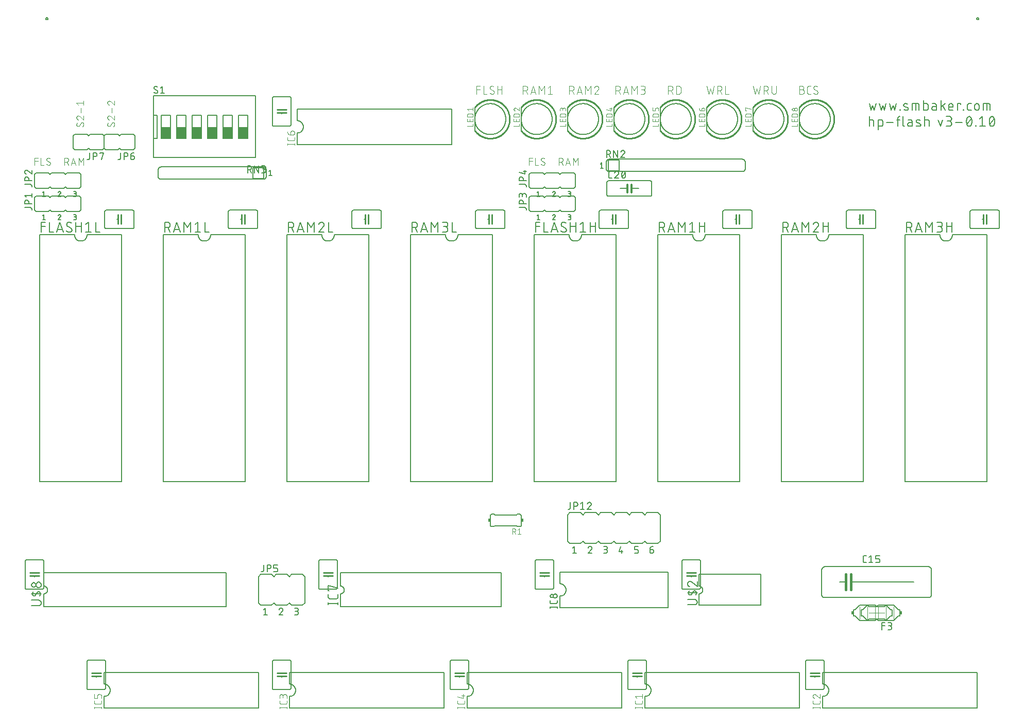
<source format=gto>
G75*
%MOIN*%
%OFA0B0*%
%FSLAX25Y25*%
%IPPOS*%
%LPD*%
%AMOC8*
5,1,8,0,0,1.08239X$1,22.5*
%
%ADD10C,0.00600*%
%ADD11C,0.00400*%
%ADD12C,0.00500*%
%ADD13C,0.01000*%
%ADD14C,0.00200*%
%ADD15R,0.01400X0.02400*%
%ADD16C,0.01600*%
%ADD17R,0.01500X0.02000*%
%ADD18C,0.00700*%
%ADD19C,0.00800*%
%ADD20C,0.01200*%
%ADD21R,0.06000X0.07500*%
D10*
X0086300Y0070350D02*
X0086300Y0077850D01*
X0086426Y0077852D01*
X0086551Y0077858D01*
X0086676Y0077868D01*
X0086801Y0077882D01*
X0086926Y0077899D01*
X0087050Y0077921D01*
X0087173Y0077946D01*
X0087295Y0077976D01*
X0087416Y0078009D01*
X0087536Y0078046D01*
X0087655Y0078086D01*
X0087772Y0078131D01*
X0087889Y0078179D01*
X0088003Y0078231D01*
X0088116Y0078286D01*
X0088227Y0078345D01*
X0088336Y0078407D01*
X0088443Y0078473D01*
X0088548Y0078542D01*
X0088651Y0078614D01*
X0088752Y0078689D01*
X0088850Y0078768D01*
X0088945Y0078850D01*
X0089038Y0078934D01*
X0089128Y0079022D01*
X0089216Y0079112D01*
X0089300Y0079205D01*
X0089382Y0079300D01*
X0089461Y0079398D01*
X0089536Y0079499D01*
X0089608Y0079602D01*
X0089677Y0079707D01*
X0089743Y0079814D01*
X0089805Y0079923D01*
X0089864Y0080034D01*
X0089919Y0080147D01*
X0089971Y0080261D01*
X0090019Y0080378D01*
X0090064Y0080495D01*
X0090104Y0080614D01*
X0090141Y0080734D01*
X0090174Y0080855D01*
X0090204Y0080977D01*
X0090229Y0081100D01*
X0090251Y0081224D01*
X0090268Y0081349D01*
X0090282Y0081474D01*
X0090292Y0081599D01*
X0090298Y0081724D01*
X0090300Y0081850D01*
X0090298Y0081976D01*
X0090292Y0082101D01*
X0090282Y0082226D01*
X0090268Y0082351D01*
X0090251Y0082476D01*
X0090229Y0082600D01*
X0090204Y0082723D01*
X0090174Y0082845D01*
X0090141Y0082966D01*
X0090104Y0083086D01*
X0090064Y0083205D01*
X0090019Y0083322D01*
X0089971Y0083439D01*
X0089919Y0083553D01*
X0089864Y0083666D01*
X0089805Y0083777D01*
X0089743Y0083886D01*
X0089677Y0083993D01*
X0089608Y0084098D01*
X0089536Y0084201D01*
X0089461Y0084302D01*
X0089382Y0084400D01*
X0089300Y0084495D01*
X0089216Y0084588D01*
X0089128Y0084678D01*
X0089038Y0084766D01*
X0088945Y0084850D01*
X0088850Y0084932D01*
X0088752Y0085011D01*
X0088651Y0085086D01*
X0088548Y0085158D01*
X0088443Y0085227D01*
X0088336Y0085293D01*
X0088227Y0085355D01*
X0088116Y0085414D01*
X0088003Y0085469D01*
X0087889Y0085521D01*
X0087772Y0085569D01*
X0087655Y0085614D01*
X0087536Y0085654D01*
X0087416Y0085691D01*
X0087295Y0085724D01*
X0087173Y0085754D01*
X0087050Y0085779D01*
X0086926Y0085801D01*
X0086801Y0085818D01*
X0086676Y0085832D01*
X0086551Y0085842D01*
X0086426Y0085848D01*
X0086300Y0085850D01*
X0086300Y0093350D01*
X0186300Y0093350D01*
X0186300Y0070350D01*
X0086300Y0070350D01*
X0086300Y0082350D02*
X0076300Y0082350D01*
X0076240Y0082352D01*
X0076179Y0082357D01*
X0076120Y0082366D01*
X0076061Y0082379D01*
X0076002Y0082395D01*
X0075945Y0082415D01*
X0075890Y0082438D01*
X0075835Y0082465D01*
X0075783Y0082494D01*
X0075732Y0082527D01*
X0075683Y0082563D01*
X0075637Y0082601D01*
X0075593Y0082643D01*
X0075551Y0082687D01*
X0075513Y0082733D01*
X0075477Y0082782D01*
X0075444Y0082833D01*
X0075415Y0082885D01*
X0075388Y0082940D01*
X0075365Y0082995D01*
X0075345Y0083052D01*
X0075329Y0083111D01*
X0075316Y0083170D01*
X0075307Y0083229D01*
X0075302Y0083290D01*
X0075300Y0083350D01*
X0075300Y0100350D01*
X0075302Y0100410D01*
X0075307Y0100471D01*
X0075316Y0100530D01*
X0075329Y0100589D01*
X0075345Y0100648D01*
X0075365Y0100705D01*
X0075388Y0100760D01*
X0075415Y0100815D01*
X0075444Y0100867D01*
X0075477Y0100918D01*
X0075513Y0100967D01*
X0075551Y0101013D01*
X0075593Y0101057D01*
X0075637Y0101099D01*
X0075683Y0101137D01*
X0075732Y0101173D01*
X0075783Y0101206D01*
X0075835Y0101235D01*
X0075890Y0101262D01*
X0075945Y0101285D01*
X0076002Y0101305D01*
X0076061Y0101321D01*
X0076120Y0101334D01*
X0076179Y0101343D01*
X0076240Y0101348D01*
X0076300Y0101350D01*
X0086300Y0101350D01*
X0086360Y0101348D01*
X0086421Y0101343D01*
X0086480Y0101334D01*
X0086539Y0101321D01*
X0086598Y0101305D01*
X0086655Y0101285D01*
X0086710Y0101262D01*
X0086765Y0101235D01*
X0086817Y0101206D01*
X0086868Y0101173D01*
X0086917Y0101137D01*
X0086963Y0101099D01*
X0087007Y0101057D01*
X0087049Y0101013D01*
X0087087Y0100967D01*
X0087123Y0100918D01*
X0087156Y0100867D01*
X0087185Y0100815D01*
X0087212Y0100760D01*
X0087235Y0100705D01*
X0087255Y0100648D01*
X0087271Y0100589D01*
X0087284Y0100530D01*
X0087293Y0100471D01*
X0087298Y0100410D01*
X0087300Y0100350D01*
X0087300Y0083350D01*
X0087298Y0083290D01*
X0087293Y0083229D01*
X0087284Y0083170D01*
X0087271Y0083111D01*
X0087255Y0083052D01*
X0087235Y0082995D01*
X0087212Y0082940D01*
X0087185Y0082885D01*
X0087156Y0082833D01*
X0087123Y0082782D01*
X0087087Y0082733D01*
X0087049Y0082687D01*
X0087007Y0082643D01*
X0086963Y0082601D01*
X0086917Y0082563D01*
X0086868Y0082527D01*
X0086817Y0082494D01*
X0086765Y0082465D01*
X0086710Y0082438D01*
X0086655Y0082415D01*
X0086598Y0082395D01*
X0086539Y0082379D01*
X0086480Y0082366D01*
X0086421Y0082357D01*
X0086360Y0082352D01*
X0086300Y0082350D01*
X0081300Y0090350D02*
X0081300Y0090850D01*
X0081300Y0092850D02*
X0081300Y0093350D01*
X0047300Y0135850D02*
X0165300Y0135850D01*
X0165300Y0157850D01*
X0047300Y0157850D01*
X0047300Y0149350D01*
X0047300Y0148350D02*
X0047300Y0165350D01*
X0047298Y0165410D01*
X0047293Y0165471D01*
X0047284Y0165530D01*
X0047271Y0165589D01*
X0047255Y0165648D01*
X0047235Y0165705D01*
X0047212Y0165760D01*
X0047185Y0165815D01*
X0047156Y0165867D01*
X0047123Y0165918D01*
X0047087Y0165967D01*
X0047049Y0166013D01*
X0047007Y0166057D01*
X0046963Y0166099D01*
X0046917Y0166137D01*
X0046868Y0166173D01*
X0046817Y0166206D01*
X0046765Y0166235D01*
X0046710Y0166262D01*
X0046655Y0166285D01*
X0046598Y0166305D01*
X0046539Y0166321D01*
X0046480Y0166334D01*
X0046421Y0166343D01*
X0046360Y0166348D01*
X0046300Y0166350D01*
X0036300Y0166350D01*
X0036240Y0166348D01*
X0036179Y0166343D01*
X0036120Y0166334D01*
X0036061Y0166321D01*
X0036002Y0166305D01*
X0035945Y0166285D01*
X0035890Y0166262D01*
X0035835Y0166235D01*
X0035783Y0166206D01*
X0035732Y0166173D01*
X0035683Y0166137D01*
X0035637Y0166099D01*
X0035593Y0166057D01*
X0035551Y0166013D01*
X0035513Y0165967D01*
X0035477Y0165918D01*
X0035444Y0165867D01*
X0035415Y0165815D01*
X0035388Y0165760D01*
X0035365Y0165705D01*
X0035345Y0165648D01*
X0035329Y0165589D01*
X0035316Y0165530D01*
X0035307Y0165471D01*
X0035302Y0165410D01*
X0035300Y0165350D01*
X0035300Y0148350D01*
X0035302Y0148290D01*
X0035307Y0148229D01*
X0035316Y0148170D01*
X0035329Y0148111D01*
X0035345Y0148052D01*
X0035365Y0147995D01*
X0035388Y0147940D01*
X0035415Y0147885D01*
X0035444Y0147833D01*
X0035477Y0147782D01*
X0035513Y0147733D01*
X0035551Y0147687D01*
X0035593Y0147643D01*
X0035637Y0147601D01*
X0035683Y0147563D01*
X0035732Y0147527D01*
X0035783Y0147494D01*
X0035835Y0147465D01*
X0035890Y0147438D01*
X0035945Y0147415D01*
X0036002Y0147395D01*
X0036061Y0147379D01*
X0036120Y0147366D01*
X0036179Y0147357D01*
X0036240Y0147352D01*
X0036300Y0147350D01*
X0046300Y0147350D01*
X0046360Y0147352D01*
X0046421Y0147357D01*
X0046480Y0147366D01*
X0046539Y0147379D01*
X0046598Y0147395D01*
X0046655Y0147415D01*
X0046710Y0147438D01*
X0046765Y0147465D01*
X0046817Y0147494D01*
X0046868Y0147527D01*
X0046917Y0147563D01*
X0046963Y0147601D01*
X0047007Y0147643D01*
X0047049Y0147687D01*
X0047087Y0147733D01*
X0047123Y0147782D01*
X0047156Y0147833D01*
X0047185Y0147885D01*
X0047212Y0147940D01*
X0047235Y0147995D01*
X0047255Y0148052D01*
X0047271Y0148111D01*
X0047284Y0148170D01*
X0047293Y0148229D01*
X0047298Y0148290D01*
X0047300Y0148350D01*
X0047300Y0149350D02*
X0047398Y0149348D01*
X0047496Y0149342D01*
X0047594Y0149333D01*
X0047691Y0149319D01*
X0047788Y0149302D01*
X0047884Y0149281D01*
X0047979Y0149256D01*
X0048073Y0149228D01*
X0048165Y0149195D01*
X0048257Y0149160D01*
X0048347Y0149120D01*
X0048435Y0149078D01*
X0048522Y0149031D01*
X0048606Y0148982D01*
X0048689Y0148929D01*
X0048769Y0148873D01*
X0048848Y0148813D01*
X0048924Y0148751D01*
X0048997Y0148686D01*
X0049068Y0148618D01*
X0049136Y0148547D01*
X0049201Y0148474D01*
X0049263Y0148398D01*
X0049323Y0148319D01*
X0049379Y0148239D01*
X0049432Y0148156D01*
X0049481Y0148072D01*
X0049528Y0147985D01*
X0049570Y0147897D01*
X0049610Y0147807D01*
X0049645Y0147715D01*
X0049678Y0147623D01*
X0049706Y0147529D01*
X0049731Y0147434D01*
X0049752Y0147338D01*
X0049769Y0147241D01*
X0049783Y0147144D01*
X0049792Y0147046D01*
X0049798Y0146948D01*
X0049800Y0146850D01*
X0049798Y0146752D01*
X0049792Y0146654D01*
X0049783Y0146556D01*
X0049769Y0146459D01*
X0049752Y0146362D01*
X0049731Y0146266D01*
X0049706Y0146171D01*
X0049678Y0146077D01*
X0049645Y0145985D01*
X0049610Y0145893D01*
X0049570Y0145803D01*
X0049528Y0145715D01*
X0049481Y0145628D01*
X0049432Y0145544D01*
X0049379Y0145461D01*
X0049323Y0145381D01*
X0049263Y0145302D01*
X0049201Y0145226D01*
X0049136Y0145153D01*
X0049068Y0145082D01*
X0048997Y0145014D01*
X0048924Y0144949D01*
X0048848Y0144887D01*
X0048769Y0144827D01*
X0048689Y0144771D01*
X0048606Y0144718D01*
X0048522Y0144669D01*
X0048435Y0144622D01*
X0048347Y0144580D01*
X0048257Y0144540D01*
X0048165Y0144505D01*
X0048073Y0144472D01*
X0047979Y0144444D01*
X0047884Y0144419D01*
X0047788Y0144398D01*
X0047691Y0144381D01*
X0047594Y0144367D01*
X0047496Y0144358D01*
X0047398Y0144352D01*
X0047300Y0144350D01*
X0047300Y0135850D01*
X0041300Y0155350D02*
X0041300Y0155850D01*
X0041300Y0157850D02*
X0041300Y0158350D01*
X0044800Y0216850D02*
X0097800Y0216850D01*
X0097800Y0376850D01*
X0075300Y0376850D01*
X0074512Y0378650D02*
X0078068Y0378650D01*
X0076290Y0378650D02*
X0076290Y0385050D01*
X0074512Y0383628D01*
X0071709Y0385050D02*
X0071709Y0378650D01*
X0075300Y0376850D02*
X0075298Y0376724D01*
X0075292Y0376599D01*
X0075282Y0376474D01*
X0075268Y0376349D01*
X0075251Y0376224D01*
X0075229Y0376100D01*
X0075204Y0375977D01*
X0075174Y0375855D01*
X0075141Y0375734D01*
X0075104Y0375614D01*
X0075064Y0375495D01*
X0075019Y0375378D01*
X0074971Y0375261D01*
X0074919Y0375147D01*
X0074864Y0375034D01*
X0074805Y0374923D01*
X0074743Y0374814D01*
X0074677Y0374707D01*
X0074608Y0374602D01*
X0074536Y0374499D01*
X0074461Y0374398D01*
X0074382Y0374300D01*
X0074300Y0374205D01*
X0074216Y0374112D01*
X0074128Y0374022D01*
X0074038Y0373934D01*
X0073945Y0373850D01*
X0073850Y0373768D01*
X0073752Y0373689D01*
X0073651Y0373614D01*
X0073548Y0373542D01*
X0073443Y0373473D01*
X0073336Y0373407D01*
X0073227Y0373345D01*
X0073116Y0373286D01*
X0073003Y0373231D01*
X0072889Y0373179D01*
X0072772Y0373131D01*
X0072655Y0373086D01*
X0072536Y0373046D01*
X0072416Y0373009D01*
X0072295Y0372976D01*
X0072173Y0372946D01*
X0072050Y0372921D01*
X0071926Y0372899D01*
X0071801Y0372882D01*
X0071676Y0372868D01*
X0071551Y0372858D01*
X0071426Y0372852D01*
X0071300Y0372850D01*
X0071174Y0372852D01*
X0071049Y0372858D01*
X0070924Y0372868D01*
X0070799Y0372882D01*
X0070674Y0372899D01*
X0070550Y0372921D01*
X0070427Y0372946D01*
X0070305Y0372976D01*
X0070184Y0373009D01*
X0070064Y0373046D01*
X0069945Y0373086D01*
X0069828Y0373131D01*
X0069711Y0373179D01*
X0069597Y0373231D01*
X0069484Y0373286D01*
X0069373Y0373345D01*
X0069264Y0373407D01*
X0069157Y0373473D01*
X0069052Y0373542D01*
X0068949Y0373614D01*
X0068848Y0373689D01*
X0068750Y0373768D01*
X0068655Y0373850D01*
X0068562Y0373934D01*
X0068472Y0374022D01*
X0068384Y0374112D01*
X0068300Y0374205D01*
X0068218Y0374300D01*
X0068139Y0374398D01*
X0068064Y0374499D01*
X0067992Y0374602D01*
X0067923Y0374707D01*
X0067857Y0374814D01*
X0067795Y0374923D01*
X0067736Y0375034D01*
X0067681Y0375147D01*
X0067629Y0375261D01*
X0067581Y0375378D01*
X0067536Y0375495D01*
X0067496Y0375614D01*
X0067459Y0375734D01*
X0067426Y0375855D01*
X0067396Y0375977D01*
X0067371Y0376100D01*
X0067349Y0376224D01*
X0067332Y0376349D01*
X0067318Y0376474D01*
X0067308Y0376599D01*
X0067302Y0376724D01*
X0067300Y0376850D01*
X0044800Y0376850D01*
X0044800Y0216850D01*
X0124800Y0216850D02*
X0177800Y0216850D01*
X0177800Y0376850D01*
X0155300Y0376850D01*
X0154472Y0378650D02*
X0151628Y0378650D01*
X0151628Y0385050D01*
X0147035Y0385050D02*
X0147035Y0378650D01*
X0148812Y0378650D02*
X0145257Y0378650D01*
X0147300Y0376850D02*
X0124800Y0376850D01*
X0124800Y0216850D01*
X0204800Y0216850D02*
X0257800Y0216850D01*
X0257800Y0376850D01*
X0235300Y0376850D01*
X0234472Y0378650D02*
X0231628Y0378650D01*
X0231628Y0385050D01*
X0228279Y0382206D02*
X0225257Y0378650D01*
X0228812Y0378650D01*
X0227300Y0376850D02*
X0204800Y0376850D01*
X0204800Y0216850D01*
X0226300Y0166350D02*
X0236300Y0166350D01*
X0236360Y0166348D01*
X0236421Y0166343D01*
X0236480Y0166334D01*
X0236539Y0166321D01*
X0236598Y0166305D01*
X0236655Y0166285D01*
X0236710Y0166262D01*
X0236765Y0166235D01*
X0236817Y0166206D01*
X0236868Y0166173D01*
X0236917Y0166137D01*
X0236963Y0166099D01*
X0237007Y0166057D01*
X0237049Y0166013D01*
X0237087Y0165967D01*
X0237123Y0165918D01*
X0237156Y0165867D01*
X0237185Y0165815D01*
X0237212Y0165760D01*
X0237235Y0165705D01*
X0237255Y0165648D01*
X0237271Y0165589D01*
X0237284Y0165530D01*
X0237293Y0165471D01*
X0237298Y0165410D01*
X0237300Y0165350D01*
X0237300Y0148350D01*
X0237298Y0148290D01*
X0237293Y0148229D01*
X0237284Y0148170D01*
X0237271Y0148111D01*
X0237255Y0148052D01*
X0237235Y0147995D01*
X0237212Y0147940D01*
X0237185Y0147885D01*
X0237156Y0147833D01*
X0237123Y0147782D01*
X0237087Y0147733D01*
X0237049Y0147687D01*
X0237007Y0147643D01*
X0236963Y0147601D01*
X0236917Y0147563D01*
X0236868Y0147527D01*
X0236817Y0147494D01*
X0236765Y0147465D01*
X0236710Y0147438D01*
X0236655Y0147415D01*
X0236598Y0147395D01*
X0236539Y0147379D01*
X0236480Y0147366D01*
X0236421Y0147357D01*
X0236360Y0147352D01*
X0236300Y0147350D01*
X0226300Y0147350D01*
X0226240Y0147352D01*
X0226179Y0147357D01*
X0226120Y0147366D01*
X0226061Y0147379D01*
X0226002Y0147395D01*
X0225945Y0147415D01*
X0225890Y0147438D01*
X0225835Y0147465D01*
X0225783Y0147494D01*
X0225732Y0147527D01*
X0225683Y0147563D01*
X0225637Y0147601D01*
X0225593Y0147643D01*
X0225551Y0147687D01*
X0225513Y0147733D01*
X0225477Y0147782D01*
X0225444Y0147833D01*
X0225415Y0147885D01*
X0225388Y0147940D01*
X0225365Y0147995D01*
X0225345Y0148052D01*
X0225329Y0148111D01*
X0225316Y0148170D01*
X0225307Y0148229D01*
X0225302Y0148290D01*
X0225300Y0148350D01*
X0225300Y0165350D01*
X0225302Y0165410D01*
X0225307Y0165471D01*
X0225316Y0165530D01*
X0225329Y0165589D01*
X0225345Y0165648D01*
X0225365Y0165705D01*
X0225388Y0165760D01*
X0225415Y0165815D01*
X0225444Y0165867D01*
X0225477Y0165918D01*
X0225513Y0165967D01*
X0225551Y0166013D01*
X0225593Y0166057D01*
X0225637Y0166099D01*
X0225683Y0166137D01*
X0225732Y0166173D01*
X0225783Y0166206D01*
X0225835Y0166235D01*
X0225890Y0166262D01*
X0225945Y0166285D01*
X0226002Y0166305D01*
X0226061Y0166321D01*
X0226120Y0166334D01*
X0226179Y0166343D01*
X0226240Y0166348D01*
X0226300Y0166350D01*
X0231300Y0158350D02*
X0231300Y0157850D01*
X0231300Y0155850D02*
X0231300Y0155350D01*
X0239300Y0157850D02*
X0239300Y0149350D01*
X0239398Y0149348D01*
X0239496Y0149342D01*
X0239594Y0149333D01*
X0239691Y0149319D01*
X0239788Y0149302D01*
X0239884Y0149281D01*
X0239979Y0149256D01*
X0240073Y0149228D01*
X0240165Y0149195D01*
X0240257Y0149160D01*
X0240347Y0149120D01*
X0240435Y0149078D01*
X0240522Y0149031D01*
X0240606Y0148982D01*
X0240689Y0148929D01*
X0240769Y0148873D01*
X0240848Y0148813D01*
X0240924Y0148751D01*
X0240997Y0148686D01*
X0241068Y0148618D01*
X0241136Y0148547D01*
X0241201Y0148474D01*
X0241263Y0148398D01*
X0241323Y0148319D01*
X0241379Y0148239D01*
X0241432Y0148156D01*
X0241481Y0148072D01*
X0241528Y0147985D01*
X0241570Y0147897D01*
X0241610Y0147807D01*
X0241645Y0147715D01*
X0241678Y0147623D01*
X0241706Y0147529D01*
X0241731Y0147434D01*
X0241752Y0147338D01*
X0241769Y0147241D01*
X0241783Y0147144D01*
X0241792Y0147046D01*
X0241798Y0146948D01*
X0241800Y0146850D01*
X0241798Y0146752D01*
X0241792Y0146654D01*
X0241783Y0146556D01*
X0241769Y0146459D01*
X0241752Y0146362D01*
X0241731Y0146266D01*
X0241706Y0146171D01*
X0241678Y0146077D01*
X0241645Y0145985D01*
X0241610Y0145893D01*
X0241570Y0145803D01*
X0241528Y0145715D01*
X0241481Y0145628D01*
X0241432Y0145544D01*
X0241379Y0145461D01*
X0241323Y0145381D01*
X0241263Y0145302D01*
X0241201Y0145226D01*
X0241136Y0145153D01*
X0241068Y0145082D01*
X0240997Y0145014D01*
X0240924Y0144949D01*
X0240848Y0144887D01*
X0240769Y0144827D01*
X0240689Y0144771D01*
X0240606Y0144718D01*
X0240522Y0144669D01*
X0240435Y0144622D01*
X0240347Y0144580D01*
X0240257Y0144540D01*
X0240165Y0144505D01*
X0240073Y0144472D01*
X0239979Y0144444D01*
X0239884Y0144419D01*
X0239788Y0144398D01*
X0239691Y0144381D01*
X0239594Y0144367D01*
X0239496Y0144358D01*
X0239398Y0144352D01*
X0239300Y0144350D01*
X0239300Y0135850D01*
X0343300Y0135850D01*
X0343300Y0157850D01*
X0239300Y0157850D01*
X0216300Y0155350D02*
X0216300Y0138350D01*
X0214800Y0136850D01*
X0207800Y0136850D01*
X0206300Y0138350D01*
X0204800Y0136850D01*
X0197800Y0136850D01*
X0196300Y0138350D01*
X0194800Y0136850D01*
X0187800Y0136850D01*
X0186300Y0138350D01*
X0186300Y0155350D01*
X0187800Y0156850D01*
X0194800Y0156850D01*
X0196300Y0155350D01*
X0197800Y0156850D01*
X0204800Y0156850D01*
X0206300Y0155350D01*
X0207800Y0156850D01*
X0214800Y0156850D01*
X0216300Y0155350D01*
X0206300Y0101350D02*
X0196300Y0101350D01*
X0196240Y0101348D01*
X0196179Y0101343D01*
X0196120Y0101334D01*
X0196061Y0101321D01*
X0196002Y0101305D01*
X0195945Y0101285D01*
X0195890Y0101262D01*
X0195835Y0101235D01*
X0195783Y0101206D01*
X0195732Y0101173D01*
X0195683Y0101137D01*
X0195637Y0101099D01*
X0195593Y0101057D01*
X0195551Y0101013D01*
X0195513Y0100967D01*
X0195477Y0100918D01*
X0195444Y0100867D01*
X0195415Y0100815D01*
X0195388Y0100760D01*
X0195365Y0100705D01*
X0195345Y0100648D01*
X0195329Y0100589D01*
X0195316Y0100530D01*
X0195307Y0100471D01*
X0195302Y0100410D01*
X0195300Y0100350D01*
X0195300Y0083350D01*
X0195302Y0083290D01*
X0195307Y0083229D01*
X0195316Y0083170D01*
X0195329Y0083111D01*
X0195345Y0083052D01*
X0195365Y0082995D01*
X0195388Y0082940D01*
X0195415Y0082885D01*
X0195444Y0082833D01*
X0195477Y0082782D01*
X0195513Y0082733D01*
X0195551Y0082687D01*
X0195593Y0082643D01*
X0195637Y0082601D01*
X0195683Y0082563D01*
X0195732Y0082527D01*
X0195783Y0082494D01*
X0195835Y0082465D01*
X0195890Y0082438D01*
X0195945Y0082415D01*
X0196002Y0082395D01*
X0196061Y0082379D01*
X0196120Y0082366D01*
X0196179Y0082357D01*
X0196240Y0082352D01*
X0196300Y0082350D01*
X0206300Y0082350D01*
X0206300Y0085850D02*
X0206426Y0085848D01*
X0206551Y0085842D01*
X0206676Y0085832D01*
X0206801Y0085818D01*
X0206926Y0085801D01*
X0207050Y0085779D01*
X0207173Y0085754D01*
X0207295Y0085724D01*
X0207416Y0085691D01*
X0207536Y0085654D01*
X0207655Y0085614D01*
X0207772Y0085569D01*
X0207889Y0085521D01*
X0208003Y0085469D01*
X0208116Y0085414D01*
X0208227Y0085355D01*
X0208336Y0085293D01*
X0208443Y0085227D01*
X0208548Y0085158D01*
X0208651Y0085086D01*
X0208752Y0085011D01*
X0208850Y0084932D01*
X0208945Y0084850D01*
X0209038Y0084766D01*
X0209128Y0084678D01*
X0209216Y0084588D01*
X0209300Y0084495D01*
X0209382Y0084400D01*
X0209461Y0084302D01*
X0209536Y0084201D01*
X0209608Y0084098D01*
X0209677Y0083993D01*
X0209743Y0083886D01*
X0209805Y0083777D01*
X0209864Y0083666D01*
X0209919Y0083553D01*
X0209971Y0083439D01*
X0210019Y0083322D01*
X0210064Y0083205D01*
X0210104Y0083086D01*
X0210141Y0082966D01*
X0210174Y0082845D01*
X0210204Y0082723D01*
X0210229Y0082600D01*
X0210251Y0082476D01*
X0210268Y0082351D01*
X0210282Y0082226D01*
X0210292Y0082101D01*
X0210298Y0081976D01*
X0210300Y0081850D01*
X0210298Y0081724D01*
X0210292Y0081599D01*
X0210282Y0081474D01*
X0210268Y0081349D01*
X0210251Y0081224D01*
X0210229Y0081100D01*
X0210204Y0080977D01*
X0210174Y0080855D01*
X0210141Y0080734D01*
X0210104Y0080614D01*
X0210064Y0080495D01*
X0210019Y0080378D01*
X0209971Y0080261D01*
X0209919Y0080147D01*
X0209864Y0080034D01*
X0209805Y0079923D01*
X0209743Y0079814D01*
X0209677Y0079707D01*
X0209608Y0079602D01*
X0209536Y0079499D01*
X0209461Y0079398D01*
X0209382Y0079300D01*
X0209300Y0079205D01*
X0209216Y0079112D01*
X0209128Y0079022D01*
X0209038Y0078934D01*
X0208945Y0078850D01*
X0208850Y0078768D01*
X0208752Y0078689D01*
X0208651Y0078614D01*
X0208548Y0078542D01*
X0208443Y0078473D01*
X0208336Y0078407D01*
X0208227Y0078345D01*
X0208116Y0078286D01*
X0208003Y0078231D01*
X0207889Y0078179D01*
X0207772Y0078131D01*
X0207655Y0078086D01*
X0207536Y0078046D01*
X0207416Y0078009D01*
X0207295Y0077976D01*
X0207173Y0077946D01*
X0207050Y0077921D01*
X0206926Y0077899D01*
X0206801Y0077882D01*
X0206676Y0077868D01*
X0206551Y0077858D01*
X0206426Y0077852D01*
X0206300Y0077850D01*
X0206300Y0070350D01*
X0306300Y0070350D01*
X0306300Y0093350D01*
X0206300Y0093350D01*
X0206300Y0085850D01*
X0207300Y0083350D02*
X0207298Y0083290D01*
X0207293Y0083229D01*
X0207284Y0083170D01*
X0207271Y0083111D01*
X0207255Y0083052D01*
X0207235Y0082995D01*
X0207212Y0082940D01*
X0207185Y0082885D01*
X0207156Y0082833D01*
X0207123Y0082782D01*
X0207087Y0082733D01*
X0207049Y0082687D01*
X0207007Y0082643D01*
X0206963Y0082601D01*
X0206917Y0082563D01*
X0206868Y0082527D01*
X0206817Y0082494D01*
X0206765Y0082465D01*
X0206710Y0082438D01*
X0206655Y0082415D01*
X0206598Y0082395D01*
X0206539Y0082379D01*
X0206480Y0082366D01*
X0206421Y0082357D01*
X0206360Y0082352D01*
X0206300Y0082350D01*
X0207300Y0083350D02*
X0207300Y0100350D01*
X0207298Y0100410D01*
X0207293Y0100471D01*
X0207284Y0100530D01*
X0207271Y0100589D01*
X0207255Y0100648D01*
X0207235Y0100705D01*
X0207212Y0100760D01*
X0207185Y0100815D01*
X0207156Y0100867D01*
X0207123Y0100918D01*
X0207087Y0100967D01*
X0207049Y0101013D01*
X0207007Y0101057D01*
X0206963Y0101099D01*
X0206917Y0101137D01*
X0206868Y0101173D01*
X0206817Y0101206D01*
X0206765Y0101235D01*
X0206710Y0101262D01*
X0206655Y0101285D01*
X0206598Y0101305D01*
X0206539Y0101321D01*
X0206480Y0101334D01*
X0206421Y0101343D01*
X0206360Y0101348D01*
X0206300Y0101350D01*
X0201300Y0093350D02*
X0201300Y0092850D01*
X0201300Y0090850D02*
X0201300Y0090350D01*
X0310300Y0083350D02*
X0310300Y0100350D01*
X0310302Y0100410D01*
X0310307Y0100471D01*
X0310316Y0100530D01*
X0310329Y0100589D01*
X0310345Y0100648D01*
X0310365Y0100705D01*
X0310388Y0100760D01*
X0310415Y0100815D01*
X0310444Y0100867D01*
X0310477Y0100918D01*
X0310513Y0100967D01*
X0310551Y0101013D01*
X0310593Y0101057D01*
X0310637Y0101099D01*
X0310683Y0101137D01*
X0310732Y0101173D01*
X0310783Y0101206D01*
X0310835Y0101235D01*
X0310890Y0101262D01*
X0310945Y0101285D01*
X0311002Y0101305D01*
X0311061Y0101321D01*
X0311120Y0101334D01*
X0311179Y0101343D01*
X0311240Y0101348D01*
X0311300Y0101350D01*
X0321300Y0101350D01*
X0321360Y0101348D01*
X0321421Y0101343D01*
X0321480Y0101334D01*
X0321539Y0101321D01*
X0321598Y0101305D01*
X0321655Y0101285D01*
X0321710Y0101262D01*
X0321765Y0101235D01*
X0321817Y0101206D01*
X0321868Y0101173D01*
X0321917Y0101137D01*
X0321963Y0101099D01*
X0322007Y0101057D01*
X0322049Y0101013D01*
X0322087Y0100967D01*
X0322123Y0100918D01*
X0322156Y0100867D01*
X0322185Y0100815D01*
X0322212Y0100760D01*
X0322235Y0100705D01*
X0322255Y0100648D01*
X0322271Y0100589D01*
X0322284Y0100530D01*
X0322293Y0100471D01*
X0322298Y0100410D01*
X0322300Y0100350D01*
X0322300Y0083350D01*
X0322298Y0083290D01*
X0322293Y0083229D01*
X0322284Y0083170D01*
X0322271Y0083111D01*
X0322255Y0083052D01*
X0322235Y0082995D01*
X0322212Y0082940D01*
X0322185Y0082885D01*
X0322156Y0082833D01*
X0322123Y0082782D01*
X0322087Y0082733D01*
X0322049Y0082687D01*
X0322007Y0082643D01*
X0321963Y0082601D01*
X0321917Y0082563D01*
X0321868Y0082527D01*
X0321817Y0082494D01*
X0321765Y0082465D01*
X0321710Y0082438D01*
X0321655Y0082415D01*
X0321598Y0082395D01*
X0321539Y0082379D01*
X0321480Y0082366D01*
X0321421Y0082357D01*
X0321360Y0082352D01*
X0321300Y0082350D01*
X0311300Y0082350D01*
X0311240Y0082352D01*
X0311179Y0082357D01*
X0311120Y0082366D01*
X0311061Y0082379D01*
X0311002Y0082395D01*
X0310945Y0082415D01*
X0310890Y0082438D01*
X0310835Y0082465D01*
X0310783Y0082494D01*
X0310732Y0082527D01*
X0310683Y0082563D01*
X0310637Y0082601D01*
X0310593Y0082643D01*
X0310551Y0082687D01*
X0310513Y0082733D01*
X0310477Y0082782D01*
X0310444Y0082833D01*
X0310415Y0082885D01*
X0310388Y0082940D01*
X0310365Y0082995D01*
X0310345Y0083052D01*
X0310329Y0083111D01*
X0310316Y0083170D01*
X0310307Y0083229D01*
X0310302Y0083290D01*
X0310300Y0083350D01*
X0316300Y0090350D02*
X0316300Y0090850D01*
X0316300Y0092850D02*
X0316300Y0093350D01*
X0321300Y0093350D02*
X0321300Y0085850D01*
X0321426Y0085848D01*
X0321551Y0085842D01*
X0321676Y0085832D01*
X0321801Y0085818D01*
X0321926Y0085801D01*
X0322050Y0085779D01*
X0322173Y0085754D01*
X0322295Y0085724D01*
X0322416Y0085691D01*
X0322536Y0085654D01*
X0322655Y0085614D01*
X0322772Y0085569D01*
X0322889Y0085521D01*
X0323003Y0085469D01*
X0323116Y0085414D01*
X0323227Y0085355D01*
X0323336Y0085293D01*
X0323443Y0085227D01*
X0323548Y0085158D01*
X0323651Y0085086D01*
X0323752Y0085011D01*
X0323850Y0084932D01*
X0323945Y0084850D01*
X0324038Y0084766D01*
X0324128Y0084678D01*
X0324216Y0084588D01*
X0324300Y0084495D01*
X0324382Y0084400D01*
X0324461Y0084302D01*
X0324536Y0084201D01*
X0324608Y0084098D01*
X0324677Y0083993D01*
X0324743Y0083886D01*
X0324805Y0083777D01*
X0324864Y0083666D01*
X0324919Y0083553D01*
X0324971Y0083439D01*
X0325019Y0083322D01*
X0325064Y0083205D01*
X0325104Y0083086D01*
X0325141Y0082966D01*
X0325174Y0082845D01*
X0325204Y0082723D01*
X0325229Y0082600D01*
X0325251Y0082476D01*
X0325268Y0082351D01*
X0325282Y0082226D01*
X0325292Y0082101D01*
X0325298Y0081976D01*
X0325300Y0081850D01*
X0325298Y0081724D01*
X0325292Y0081599D01*
X0325282Y0081474D01*
X0325268Y0081349D01*
X0325251Y0081224D01*
X0325229Y0081100D01*
X0325204Y0080977D01*
X0325174Y0080855D01*
X0325141Y0080734D01*
X0325104Y0080614D01*
X0325064Y0080495D01*
X0325019Y0080378D01*
X0324971Y0080261D01*
X0324919Y0080147D01*
X0324864Y0080034D01*
X0324805Y0079923D01*
X0324743Y0079814D01*
X0324677Y0079707D01*
X0324608Y0079602D01*
X0324536Y0079499D01*
X0324461Y0079398D01*
X0324382Y0079300D01*
X0324300Y0079205D01*
X0324216Y0079112D01*
X0324128Y0079022D01*
X0324038Y0078934D01*
X0323945Y0078850D01*
X0323850Y0078768D01*
X0323752Y0078689D01*
X0323651Y0078614D01*
X0323548Y0078542D01*
X0323443Y0078473D01*
X0323336Y0078407D01*
X0323227Y0078345D01*
X0323116Y0078286D01*
X0323003Y0078231D01*
X0322889Y0078179D01*
X0322772Y0078131D01*
X0322655Y0078086D01*
X0322536Y0078046D01*
X0322416Y0078009D01*
X0322295Y0077976D01*
X0322173Y0077946D01*
X0322050Y0077921D01*
X0321926Y0077899D01*
X0321801Y0077882D01*
X0321676Y0077868D01*
X0321551Y0077858D01*
X0321426Y0077852D01*
X0321300Y0077850D01*
X0321300Y0070350D01*
X0421300Y0070350D01*
X0421300Y0093350D01*
X0321300Y0093350D01*
X0381300Y0135350D02*
X0381300Y0142850D01*
X0381426Y0142852D01*
X0381551Y0142858D01*
X0381676Y0142868D01*
X0381801Y0142882D01*
X0381926Y0142899D01*
X0382050Y0142921D01*
X0382173Y0142946D01*
X0382295Y0142976D01*
X0382416Y0143009D01*
X0382536Y0143046D01*
X0382655Y0143086D01*
X0382772Y0143131D01*
X0382889Y0143179D01*
X0383003Y0143231D01*
X0383116Y0143286D01*
X0383227Y0143345D01*
X0383336Y0143407D01*
X0383443Y0143473D01*
X0383548Y0143542D01*
X0383651Y0143614D01*
X0383752Y0143689D01*
X0383850Y0143768D01*
X0383945Y0143850D01*
X0384038Y0143934D01*
X0384128Y0144022D01*
X0384216Y0144112D01*
X0384300Y0144205D01*
X0384382Y0144300D01*
X0384461Y0144398D01*
X0384536Y0144499D01*
X0384608Y0144602D01*
X0384677Y0144707D01*
X0384743Y0144814D01*
X0384805Y0144923D01*
X0384864Y0145034D01*
X0384919Y0145147D01*
X0384971Y0145261D01*
X0385019Y0145378D01*
X0385064Y0145495D01*
X0385104Y0145614D01*
X0385141Y0145734D01*
X0385174Y0145855D01*
X0385204Y0145977D01*
X0385229Y0146100D01*
X0385251Y0146224D01*
X0385268Y0146349D01*
X0385282Y0146474D01*
X0385292Y0146599D01*
X0385298Y0146724D01*
X0385300Y0146850D01*
X0385298Y0146976D01*
X0385292Y0147101D01*
X0385282Y0147226D01*
X0385268Y0147351D01*
X0385251Y0147476D01*
X0385229Y0147600D01*
X0385204Y0147723D01*
X0385174Y0147845D01*
X0385141Y0147966D01*
X0385104Y0148086D01*
X0385064Y0148205D01*
X0385019Y0148322D01*
X0384971Y0148439D01*
X0384919Y0148553D01*
X0384864Y0148666D01*
X0384805Y0148777D01*
X0384743Y0148886D01*
X0384677Y0148993D01*
X0384608Y0149098D01*
X0384536Y0149201D01*
X0384461Y0149302D01*
X0384382Y0149400D01*
X0384300Y0149495D01*
X0384216Y0149588D01*
X0384128Y0149678D01*
X0384038Y0149766D01*
X0383945Y0149850D01*
X0383850Y0149932D01*
X0383752Y0150011D01*
X0383651Y0150086D01*
X0383548Y0150158D01*
X0383443Y0150227D01*
X0383336Y0150293D01*
X0383227Y0150355D01*
X0383116Y0150414D01*
X0383003Y0150469D01*
X0382889Y0150521D01*
X0382772Y0150569D01*
X0382655Y0150614D01*
X0382536Y0150654D01*
X0382416Y0150691D01*
X0382295Y0150724D01*
X0382173Y0150754D01*
X0382050Y0150779D01*
X0381926Y0150801D01*
X0381801Y0150818D01*
X0381676Y0150832D01*
X0381551Y0150842D01*
X0381426Y0150848D01*
X0381300Y0150850D01*
X0381300Y0158350D01*
X0451300Y0158350D01*
X0451300Y0135350D01*
X0381300Y0135350D01*
X0376300Y0147350D02*
X0366300Y0147350D01*
X0366240Y0147352D01*
X0366179Y0147357D01*
X0366120Y0147366D01*
X0366061Y0147379D01*
X0366002Y0147395D01*
X0365945Y0147415D01*
X0365890Y0147438D01*
X0365835Y0147465D01*
X0365783Y0147494D01*
X0365732Y0147527D01*
X0365683Y0147563D01*
X0365637Y0147601D01*
X0365593Y0147643D01*
X0365551Y0147687D01*
X0365513Y0147733D01*
X0365477Y0147782D01*
X0365444Y0147833D01*
X0365415Y0147885D01*
X0365388Y0147940D01*
X0365365Y0147995D01*
X0365345Y0148052D01*
X0365329Y0148111D01*
X0365316Y0148170D01*
X0365307Y0148229D01*
X0365302Y0148290D01*
X0365300Y0148350D01*
X0365300Y0165350D01*
X0365302Y0165410D01*
X0365307Y0165471D01*
X0365316Y0165530D01*
X0365329Y0165589D01*
X0365345Y0165648D01*
X0365365Y0165705D01*
X0365388Y0165760D01*
X0365415Y0165815D01*
X0365444Y0165867D01*
X0365477Y0165918D01*
X0365513Y0165967D01*
X0365551Y0166013D01*
X0365593Y0166057D01*
X0365637Y0166099D01*
X0365683Y0166137D01*
X0365732Y0166173D01*
X0365783Y0166206D01*
X0365835Y0166235D01*
X0365890Y0166262D01*
X0365945Y0166285D01*
X0366002Y0166305D01*
X0366061Y0166321D01*
X0366120Y0166334D01*
X0366179Y0166343D01*
X0366240Y0166348D01*
X0366300Y0166350D01*
X0376300Y0166350D01*
X0376360Y0166348D01*
X0376421Y0166343D01*
X0376480Y0166334D01*
X0376539Y0166321D01*
X0376598Y0166305D01*
X0376655Y0166285D01*
X0376710Y0166262D01*
X0376765Y0166235D01*
X0376817Y0166206D01*
X0376868Y0166173D01*
X0376917Y0166137D01*
X0376963Y0166099D01*
X0377007Y0166057D01*
X0377049Y0166013D01*
X0377087Y0165967D01*
X0377123Y0165918D01*
X0377156Y0165867D01*
X0377185Y0165815D01*
X0377212Y0165760D01*
X0377235Y0165705D01*
X0377255Y0165648D01*
X0377271Y0165589D01*
X0377284Y0165530D01*
X0377293Y0165471D01*
X0377298Y0165410D01*
X0377300Y0165350D01*
X0377300Y0148350D01*
X0377298Y0148290D01*
X0377293Y0148229D01*
X0377284Y0148170D01*
X0377271Y0148111D01*
X0377255Y0148052D01*
X0377235Y0147995D01*
X0377212Y0147940D01*
X0377185Y0147885D01*
X0377156Y0147833D01*
X0377123Y0147782D01*
X0377087Y0147733D01*
X0377049Y0147687D01*
X0377007Y0147643D01*
X0376963Y0147601D01*
X0376917Y0147563D01*
X0376868Y0147527D01*
X0376817Y0147494D01*
X0376765Y0147465D01*
X0376710Y0147438D01*
X0376655Y0147415D01*
X0376598Y0147395D01*
X0376539Y0147379D01*
X0376480Y0147366D01*
X0376421Y0147357D01*
X0376360Y0147352D01*
X0376300Y0147350D01*
X0371300Y0155350D02*
X0371300Y0155850D01*
X0371300Y0157850D02*
X0371300Y0158350D01*
X0387800Y0176850D02*
X0386300Y0178350D01*
X0386300Y0195350D01*
X0387800Y0196850D01*
X0394800Y0196850D01*
X0396300Y0195350D01*
X0397800Y0196850D01*
X0404800Y0196850D01*
X0406300Y0195350D01*
X0407800Y0196850D01*
X0414800Y0196850D01*
X0416300Y0195350D01*
X0417800Y0196850D01*
X0424800Y0196850D01*
X0426300Y0195350D01*
X0427800Y0196850D01*
X0434800Y0196850D01*
X0436300Y0195350D01*
X0437800Y0196850D01*
X0444800Y0196850D01*
X0446300Y0195350D01*
X0446300Y0178350D01*
X0444800Y0176850D01*
X0437800Y0176850D01*
X0436300Y0178350D01*
X0434800Y0176850D01*
X0427800Y0176850D01*
X0426300Y0178350D01*
X0424800Y0176850D01*
X0417800Y0176850D01*
X0416300Y0178350D01*
X0414800Y0176850D01*
X0407800Y0176850D01*
X0406300Y0178350D01*
X0404800Y0176850D01*
X0397800Y0176850D01*
X0396300Y0178350D01*
X0394800Y0176850D01*
X0387800Y0176850D01*
X0356300Y0188850D02*
X0356300Y0194850D01*
X0356298Y0194910D01*
X0356293Y0194971D01*
X0356284Y0195030D01*
X0356271Y0195089D01*
X0356255Y0195148D01*
X0356235Y0195205D01*
X0356212Y0195260D01*
X0356185Y0195315D01*
X0356156Y0195367D01*
X0356123Y0195418D01*
X0356087Y0195467D01*
X0356049Y0195513D01*
X0356007Y0195557D01*
X0355963Y0195599D01*
X0355917Y0195637D01*
X0355868Y0195673D01*
X0355817Y0195706D01*
X0355765Y0195735D01*
X0355710Y0195762D01*
X0355655Y0195785D01*
X0355598Y0195805D01*
X0355539Y0195821D01*
X0355480Y0195834D01*
X0355421Y0195843D01*
X0355360Y0195848D01*
X0355300Y0195850D01*
X0353800Y0195850D01*
X0353300Y0195350D01*
X0339300Y0195350D01*
X0338800Y0195850D01*
X0337300Y0195850D01*
X0337240Y0195848D01*
X0337179Y0195843D01*
X0337120Y0195834D01*
X0337061Y0195821D01*
X0337002Y0195805D01*
X0336945Y0195785D01*
X0336890Y0195762D01*
X0336835Y0195735D01*
X0336783Y0195706D01*
X0336732Y0195673D01*
X0336683Y0195637D01*
X0336637Y0195599D01*
X0336593Y0195557D01*
X0336551Y0195513D01*
X0336513Y0195467D01*
X0336477Y0195418D01*
X0336444Y0195367D01*
X0336415Y0195315D01*
X0336388Y0195260D01*
X0336365Y0195205D01*
X0336345Y0195148D01*
X0336329Y0195089D01*
X0336316Y0195030D01*
X0336307Y0194971D01*
X0336302Y0194910D01*
X0336300Y0194850D01*
X0336300Y0188850D01*
X0336302Y0188790D01*
X0336307Y0188729D01*
X0336316Y0188670D01*
X0336329Y0188611D01*
X0336345Y0188552D01*
X0336365Y0188495D01*
X0336388Y0188440D01*
X0336415Y0188385D01*
X0336444Y0188333D01*
X0336477Y0188282D01*
X0336513Y0188233D01*
X0336551Y0188187D01*
X0336593Y0188143D01*
X0336637Y0188101D01*
X0336683Y0188063D01*
X0336732Y0188027D01*
X0336783Y0187994D01*
X0336835Y0187965D01*
X0336890Y0187938D01*
X0336945Y0187915D01*
X0337002Y0187895D01*
X0337061Y0187879D01*
X0337120Y0187866D01*
X0337179Y0187857D01*
X0337240Y0187852D01*
X0337300Y0187850D01*
X0338800Y0187850D01*
X0339300Y0188350D01*
X0353300Y0188350D01*
X0353800Y0187850D01*
X0355300Y0187850D01*
X0355360Y0187852D01*
X0355421Y0187857D01*
X0355480Y0187866D01*
X0355539Y0187879D01*
X0355598Y0187895D01*
X0355655Y0187915D01*
X0355710Y0187938D01*
X0355765Y0187965D01*
X0355817Y0187994D01*
X0355868Y0188027D01*
X0355917Y0188063D01*
X0355963Y0188101D01*
X0356007Y0188143D01*
X0356049Y0188187D01*
X0356087Y0188233D01*
X0356123Y0188282D01*
X0356156Y0188333D01*
X0356185Y0188385D01*
X0356212Y0188440D01*
X0356235Y0188495D01*
X0356255Y0188552D01*
X0356271Y0188611D01*
X0356284Y0188670D01*
X0356293Y0188729D01*
X0356298Y0188790D01*
X0356300Y0188850D01*
X0364800Y0216850D02*
X0417800Y0216850D01*
X0417800Y0376850D01*
X0395300Y0376850D01*
X0394512Y0378650D02*
X0398068Y0378650D01*
X0396290Y0378650D02*
X0396290Y0385050D01*
X0394512Y0383628D01*
X0391709Y0385050D02*
X0391709Y0378650D01*
X0395300Y0376850D02*
X0395298Y0376724D01*
X0395292Y0376599D01*
X0395282Y0376474D01*
X0395268Y0376349D01*
X0395251Y0376224D01*
X0395229Y0376100D01*
X0395204Y0375977D01*
X0395174Y0375855D01*
X0395141Y0375734D01*
X0395104Y0375614D01*
X0395064Y0375495D01*
X0395019Y0375378D01*
X0394971Y0375261D01*
X0394919Y0375147D01*
X0394864Y0375034D01*
X0394805Y0374923D01*
X0394743Y0374814D01*
X0394677Y0374707D01*
X0394608Y0374602D01*
X0394536Y0374499D01*
X0394461Y0374398D01*
X0394382Y0374300D01*
X0394300Y0374205D01*
X0394216Y0374112D01*
X0394128Y0374022D01*
X0394038Y0373934D01*
X0393945Y0373850D01*
X0393850Y0373768D01*
X0393752Y0373689D01*
X0393651Y0373614D01*
X0393548Y0373542D01*
X0393443Y0373473D01*
X0393336Y0373407D01*
X0393227Y0373345D01*
X0393116Y0373286D01*
X0393003Y0373231D01*
X0392889Y0373179D01*
X0392772Y0373131D01*
X0392655Y0373086D01*
X0392536Y0373046D01*
X0392416Y0373009D01*
X0392295Y0372976D01*
X0392173Y0372946D01*
X0392050Y0372921D01*
X0391926Y0372899D01*
X0391801Y0372882D01*
X0391676Y0372868D01*
X0391551Y0372858D01*
X0391426Y0372852D01*
X0391300Y0372850D01*
X0391174Y0372852D01*
X0391049Y0372858D01*
X0390924Y0372868D01*
X0390799Y0372882D01*
X0390674Y0372899D01*
X0390550Y0372921D01*
X0390427Y0372946D01*
X0390305Y0372976D01*
X0390184Y0373009D01*
X0390064Y0373046D01*
X0389945Y0373086D01*
X0389828Y0373131D01*
X0389711Y0373179D01*
X0389597Y0373231D01*
X0389484Y0373286D01*
X0389373Y0373345D01*
X0389264Y0373407D01*
X0389157Y0373473D01*
X0389052Y0373542D01*
X0388949Y0373614D01*
X0388848Y0373689D01*
X0388750Y0373768D01*
X0388655Y0373850D01*
X0388562Y0373934D01*
X0388472Y0374022D01*
X0388384Y0374112D01*
X0388300Y0374205D01*
X0388218Y0374300D01*
X0388139Y0374398D01*
X0388064Y0374499D01*
X0387992Y0374602D01*
X0387923Y0374707D01*
X0387857Y0374814D01*
X0387795Y0374923D01*
X0387736Y0375034D01*
X0387681Y0375147D01*
X0387629Y0375261D01*
X0387581Y0375378D01*
X0387536Y0375495D01*
X0387496Y0375614D01*
X0387459Y0375734D01*
X0387426Y0375855D01*
X0387396Y0375977D01*
X0387371Y0376100D01*
X0387349Y0376224D01*
X0387332Y0376349D01*
X0387318Y0376474D01*
X0387308Y0376599D01*
X0387302Y0376724D01*
X0387300Y0376850D01*
X0364800Y0376850D01*
X0364800Y0216850D01*
X0337800Y0216850D02*
X0284800Y0216850D01*
X0284800Y0376850D01*
X0307300Y0376850D01*
X0307035Y0378650D02*
X0305257Y0378650D01*
X0307035Y0378650D02*
X0307118Y0378652D01*
X0307201Y0378658D01*
X0307284Y0378668D01*
X0307367Y0378681D01*
X0307448Y0378699D01*
X0307529Y0378720D01*
X0307608Y0378745D01*
X0307686Y0378774D01*
X0307763Y0378806D01*
X0307838Y0378842D01*
X0307912Y0378881D01*
X0307983Y0378924D01*
X0308053Y0378970D01*
X0308120Y0379020D01*
X0308185Y0379072D01*
X0308247Y0379127D01*
X0308307Y0379186D01*
X0308364Y0379247D01*
X0308418Y0379310D01*
X0308469Y0379376D01*
X0308516Y0379445D01*
X0308561Y0379515D01*
X0308602Y0379588D01*
X0308639Y0379662D01*
X0308674Y0379738D01*
X0308704Y0379816D01*
X0308731Y0379894D01*
X0308754Y0379975D01*
X0308774Y0380056D01*
X0308789Y0380138D01*
X0308801Y0380220D01*
X0308809Y0380303D01*
X0308813Y0380386D01*
X0308813Y0380470D01*
X0308809Y0380553D01*
X0308801Y0380636D01*
X0308789Y0380718D01*
X0308774Y0380800D01*
X0308754Y0380881D01*
X0308731Y0380962D01*
X0308704Y0381040D01*
X0308674Y0381118D01*
X0308639Y0381194D01*
X0308602Y0381268D01*
X0308561Y0381341D01*
X0308516Y0381411D01*
X0308469Y0381480D01*
X0308418Y0381546D01*
X0308364Y0381609D01*
X0308307Y0381670D01*
X0308247Y0381729D01*
X0308185Y0381784D01*
X0308120Y0381836D01*
X0308053Y0381886D01*
X0307983Y0381932D01*
X0307912Y0381975D01*
X0307838Y0382014D01*
X0307763Y0382050D01*
X0307686Y0382082D01*
X0307608Y0382111D01*
X0307529Y0382136D01*
X0307448Y0382157D01*
X0307367Y0382175D01*
X0307284Y0382188D01*
X0307201Y0382198D01*
X0307118Y0382204D01*
X0307035Y0382206D01*
X0307390Y0382206D02*
X0305968Y0382206D01*
X0307390Y0382206D02*
X0307464Y0382208D01*
X0307539Y0382214D01*
X0307612Y0382224D01*
X0307686Y0382237D01*
X0307758Y0382254D01*
X0307829Y0382276D01*
X0307900Y0382300D01*
X0307968Y0382329D01*
X0308036Y0382361D01*
X0308101Y0382397D01*
X0308164Y0382435D01*
X0308226Y0382478D01*
X0308285Y0382523D01*
X0308342Y0382571D01*
X0308396Y0382622D01*
X0308447Y0382676D01*
X0308495Y0382733D01*
X0308540Y0382792D01*
X0308583Y0382854D01*
X0308621Y0382917D01*
X0308657Y0382982D01*
X0308689Y0383050D01*
X0308718Y0383118D01*
X0308742Y0383189D01*
X0308764Y0383260D01*
X0308781Y0383332D01*
X0308794Y0383406D01*
X0308804Y0383479D01*
X0308810Y0383554D01*
X0308812Y0383628D01*
X0308810Y0383702D01*
X0308804Y0383777D01*
X0308794Y0383850D01*
X0308781Y0383924D01*
X0308764Y0383996D01*
X0308742Y0384067D01*
X0308718Y0384138D01*
X0308689Y0384206D01*
X0308657Y0384274D01*
X0308621Y0384339D01*
X0308583Y0384402D01*
X0308540Y0384464D01*
X0308495Y0384523D01*
X0308447Y0384580D01*
X0308396Y0384634D01*
X0308342Y0384685D01*
X0308285Y0384733D01*
X0308226Y0384778D01*
X0308164Y0384821D01*
X0308101Y0384859D01*
X0308036Y0384895D01*
X0307968Y0384927D01*
X0307900Y0384956D01*
X0307829Y0384980D01*
X0307758Y0385002D01*
X0307686Y0385019D01*
X0307612Y0385032D01*
X0307539Y0385042D01*
X0307464Y0385048D01*
X0307390Y0385050D01*
X0305257Y0385050D01*
X0302399Y0385050D02*
X0302399Y0378650D01*
X0300265Y0381494D02*
X0302399Y0385050D01*
X0300265Y0381494D02*
X0298132Y0385050D01*
X0298132Y0378650D01*
X0295629Y0378650D02*
X0293496Y0385050D01*
X0291362Y0378650D01*
X0291896Y0380250D02*
X0295096Y0380250D01*
X0289156Y0378650D02*
X0287733Y0381494D01*
X0287378Y0381494D02*
X0285600Y0381494D01*
X0287378Y0381494D02*
X0287461Y0381496D01*
X0287544Y0381502D01*
X0287627Y0381512D01*
X0287710Y0381525D01*
X0287791Y0381543D01*
X0287872Y0381564D01*
X0287951Y0381589D01*
X0288029Y0381618D01*
X0288106Y0381650D01*
X0288181Y0381686D01*
X0288255Y0381725D01*
X0288326Y0381768D01*
X0288396Y0381814D01*
X0288463Y0381864D01*
X0288528Y0381916D01*
X0288590Y0381971D01*
X0288650Y0382030D01*
X0288707Y0382091D01*
X0288761Y0382154D01*
X0288812Y0382220D01*
X0288859Y0382289D01*
X0288904Y0382359D01*
X0288945Y0382432D01*
X0288982Y0382506D01*
X0289017Y0382582D01*
X0289047Y0382660D01*
X0289074Y0382738D01*
X0289097Y0382819D01*
X0289117Y0382900D01*
X0289132Y0382982D01*
X0289144Y0383064D01*
X0289152Y0383147D01*
X0289156Y0383230D01*
X0289156Y0383314D01*
X0289152Y0383397D01*
X0289144Y0383480D01*
X0289132Y0383562D01*
X0289117Y0383644D01*
X0289097Y0383725D01*
X0289074Y0383806D01*
X0289047Y0383884D01*
X0289017Y0383962D01*
X0288982Y0384038D01*
X0288945Y0384112D01*
X0288904Y0384185D01*
X0288859Y0384255D01*
X0288812Y0384324D01*
X0288761Y0384390D01*
X0288707Y0384453D01*
X0288650Y0384514D01*
X0288590Y0384573D01*
X0288528Y0384628D01*
X0288463Y0384680D01*
X0288396Y0384730D01*
X0288326Y0384776D01*
X0288255Y0384819D01*
X0288181Y0384858D01*
X0288106Y0384894D01*
X0288029Y0384926D01*
X0287951Y0384955D01*
X0287872Y0384980D01*
X0287791Y0385001D01*
X0287710Y0385019D01*
X0287627Y0385032D01*
X0287544Y0385042D01*
X0287461Y0385048D01*
X0287378Y0385050D01*
X0285600Y0385050D01*
X0285600Y0378650D01*
X0265800Y0381850D02*
X0265800Y0391850D01*
X0265798Y0391910D01*
X0265793Y0391971D01*
X0265784Y0392030D01*
X0265771Y0392089D01*
X0265755Y0392148D01*
X0265735Y0392205D01*
X0265712Y0392260D01*
X0265685Y0392315D01*
X0265656Y0392367D01*
X0265623Y0392418D01*
X0265587Y0392467D01*
X0265549Y0392513D01*
X0265507Y0392557D01*
X0265463Y0392599D01*
X0265417Y0392637D01*
X0265368Y0392673D01*
X0265317Y0392706D01*
X0265265Y0392735D01*
X0265210Y0392762D01*
X0265155Y0392785D01*
X0265098Y0392805D01*
X0265039Y0392821D01*
X0264980Y0392834D01*
X0264921Y0392843D01*
X0264860Y0392848D01*
X0264800Y0392850D01*
X0247800Y0392850D01*
X0247740Y0392848D01*
X0247679Y0392843D01*
X0247620Y0392834D01*
X0247561Y0392821D01*
X0247502Y0392805D01*
X0247445Y0392785D01*
X0247390Y0392762D01*
X0247335Y0392735D01*
X0247283Y0392706D01*
X0247232Y0392673D01*
X0247183Y0392637D01*
X0247137Y0392599D01*
X0247093Y0392557D01*
X0247051Y0392513D01*
X0247013Y0392467D01*
X0246977Y0392418D01*
X0246944Y0392367D01*
X0246915Y0392315D01*
X0246888Y0392260D01*
X0246865Y0392205D01*
X0246845Y0392148D01*
X0246829Y0392089D01*
X0246816Y0392030D01*
X0246807Y0391971D01*
X0246802Y0391910D01*
X0246800Y0391850D01*
X0246800Y0381850D01*
X0246802Y0381790D01*
X0246807Y0381729D01*
X0246816Y0381670D01*
X0246829Y0381611D01*
X0246845Y0381552D01*
X0246865Y0381495D01*
X0246888Y0381440D01*
X0246915Y0381385D01*
X0246944Y0381333D01*
X0246977Y0381282D01*
X0247013Y0381233D01*
X0247051Y0381187D01*
X0247093Y0381143D01*
X0247137Y0381101D01*
X0247183Y0381063D01*
X0247232Y0381027D01*
X0247283Y0380994D01*
X0247335Y0380965D01*
X0247390Y0380938D01*
X0247445Y0380915D01*
X0247502Y0380895D01*
X0247561Y0380879D01*
X0247620Y0380866D01*
X0247679Y0380857D01*
X0247740Y0380852D01*
X0247800Y0380850D01*
X0264800Y0380850D01*
X0264860Y0380852D01*
X0264921Y0380857D01*
X0264980Y0380866D01*
X0265039Y0380879D01*
X0265098Y0380895D01*
X0265155Y0380915D01*
X0265210Y0380938D01*
X0265265Y0380965D01*
X0265317Y0380994D01*
X0265368Y0381027D01*
X0265417Y0381063D01*
X0265463Y0381101D01*
X0265507Y0381143D01*
X0265549Y0381187D01*
X0265587Y0381233D01*
X0265623Y0381282D01*
X0265656Y0381333D01*
X0265685Y0381385D01*
X0265712Y0381440D01*
X0265735Y0381495D01*
X0265755Y0381552D01*
X0265771Y0381611D01*
X0265784Y0381670D01*
X0265793Y0381729D01*
X0265798Y0381790D01*
X0265800Y0381850D01*
X0257800Y0386850D02*
X0257300Y0386850D01*
X0255300Y0386850D02*
X0254800Y0386850D01*
X0235300Y0376850D02*
X0235298Y0376724D01*
X0235292Y0376599D01*
X0235282Y0376474D01*
X0235268Y0376349D01*
X0235251Y0376224D01*
X0235229Y0376100D01*
X0235204Y0375977D01*
X0235174Y0375855D01*
X0235141Y0375734D01*
X0235104Y0375614D01*
X0235064Y0375495D01*
X0235019Y0375378D01*
X0234971Y0375261D01*
X0234919Y0375147D01*
X0234864Y0375034D01*
X0234805Y0374923D01*
X0234743Y0374814D01*
X0234677Y0374707D01*
X0234608Y0374602D01*
X0234536Y0374499D01*
X0234461Y0374398D01*
X0234382Y0374300D01*
X0234300Y0374205D01*
X0234216Y0374112D01*
X0234128Y0374022D01*
X0234038Y0373934D01*
X0233945Y0373850D01*
X0233850Y0373768D01*
X0233752Y0373689D01*
X0233651Y0373614D01*
X0233548Y0373542D01*
X0233443Y0373473D01*
X0233336Y0373407D01*
X0233227Y0373345D01*
X0233116Y0373286D01*
X0233003Y0373231D01*
X0232889Y0373179D01*
X0232772Y0373131D01*
X0232655Y0373086D01*
X0232536Y0373046D01*
X0232416Y0373009D01*
X0232295Y0372976D01*
X0232173Y0372946D01*
X0232050Y0372921D01*
X0231926Y0372899D01*
X0231801Y0372882D01*
X0231676Y0372868D01*
X0231551Y0372858D01*
X0231426Y0372852D01*
X0231300Y0372850D01*
X0231174Y0372852D01*
X0231049Y0372858D01*
X0230924Y0372868D01*
X0230799Y0372882D01*
X0230674Y0372899D01*
X0230550Y0372921D01*
X0230427Y0372946D01*
X0230305Y0372976D01*
X0230184Y0373009D01*
X0230064Y0373046D01*
X0229945Y0373086D01*
X0229828Y0373131D01*
X0229711Y0373179D01*
X0229597Y0373231D01*
X0229484Y0373286D01*
X0229373Y0373345D01*
X0229264Y0373407D01*
X0229157Y0373473D01*
X0229052Y0373542D01*
X0228949Y0373614D01*
X0228848Y0373689D01*
X0228750Y0373768D01*
X0228655Y0373850D01*
X0228562Y0373934D01*
X0228472Y0374022D01*
X0228384Y0374112D01*
X0228300Y0374205D01*
X0228218Y0374300D01*
X0228139Y0374398D01*
X0228064Y0374499D01*
X0227992Y0374602D01*
X0227923Y0374707D01*
X0227857Y0374814D01*
X0227795Y0374923D01*
X0227736Y0375034D01*
X0227681Y0375147D01*
X0227629Y0375261D01*
X0227581Y0375378D01*
X0227536Y0375495D01*
X0227496Y0375614D01*
X0227459Y0375734D01*
X0227426Y0375855D01*
X0227396Y0375977D01*
X0227371Y0376100D01*
X0227349Y0376224D01*
X0227332Y0376349D01*
X0227318Y0376474D01*
X0227308Y0376599D01*
X0227302Y0376724D01*
X0227300Y0376850D01*
X0222399Y0378650D02*
X0222399Y0385050D01*
X0220265Y0381494D01*
X0218132Y0385050D01*
X0218132Y0378650D01*
X0215629Y0378650D02*
X0213496Y0385050D01*
X0211362Y0378650D01*
X0211896Y0380250D02*
X0215096Y0380250D01*
X0209156Y0378650D02*
X0207733Y0381494D01*
X0207378Y0381494D02*
X0205600Y0381494D01*
X0207378Y0381494D02*
X0207461Y0381496D01*
X0207544Y0381502D01*
X0207627Y0381512D01*
X0207710Y0381525D01*
X0207791Y0381543D01*
X0207872Y0381564D01*
X0207951Y0381589D01*
X0208029Y0381618D01*
X0208106Y0381650D01*
X0208181Y0381686D01*
X0208255Y0381725D01*
X0208326Y0381768D01*
X0208396Y0381814D01*
X0208463Y0381864D01*
X0208528Y0381916D01*
X0208590Y0381971D01*
X0208650Y0382030D01*
X0208707Y0382091D01*
X0208761Y0382154D01*
X0208812Y0382220D01*
X0208859Y0382289D01*
X0208904Y0382359D01*
X0208945Y0382432D01*
X0208982Y0382506D01*
X0209017Y0382582D01*
X0209047Y0382660D01*
X0209074Y0382738D01*
X0209097Y0382819D01*
X0209117Y0382900D01*
X0209132Y0382982D01*
X0209144Y0383064D01*
X0209152Y0383147D01*
X0209156Y0383230D01*
X0209156Y0383314D01*
X0209152Y0383397D01*
X0209144Y0383480D01*
X0209132Y0383562D01*
X0209117Y0383644D01*
X0209097Y0383725D01*
X0209074Y0383806D01*
X0209047Y0383884D01*
X0209017Y0383962D01*
X0208982Y0384038D01*
X0208945Y0384112D01*
X0208904Y0384185D01*
X0208859Y0384255D01*
X0208812Y0384324D01*
X0208761Y0384390D01*
X0208707Y0384453D01*
X0208650Y0384514D01*
X0208590Y0384573D01*
X0208528Y0384628D01*
X0208463Y0384680D01*
X0208396Y0384730D01*
X0208326Y0384776D01*
X0208255Y0384819D01*
X0208181Y0384858D01*
X0208106Y0384894D01*
X0208029Y0384926D01*
X0207951Y0384955D01*
X0207872Y0384980D01*
X0207791Y0385001D01*
X0207710Y0385019D01*
X0207627Y0385032D01*
X0207544Y0385042D01*
X0207461Y0385048D01*
X0207378Y0385050D01*
X0205600Y0385050D01*
X0205600Y0378650D01*
X0185800Y0381850D02*
X0185800Y0391850D01*
X0185798Y0391910D01*
X0185793Y0391971D01*
X0185784Y0392030D01*
X0185771Y0392089D01*
X0185755Y0392148D01*
X0185735Y0392205D01*
X0185712Y0392260D01*
X0185685Y0392315D01*
X0185656Y0392367D01*
X0185623Y0392418D01*
X0185587Y0392467D01*
X0185549Y0392513D01*
X0185507Y0392557D01*
X0185463Y0392599D01*
X0185417Y0392637D01*
X0185368Y0392673D01*
X0185317Y0392706D01*
X0185265Y0392735D01*
X0185210Y0392762D01*
X0185155Y0392785D01*
X0185098Y0392805D01*
X0185039Y0392821D01*
X0184980Y0392834D01*
X0184921Y0392843D01*
X0184860Y0392848D01*
X0184800Y0392850D01*
X0167800Y0392850D01*
X0167740Y0392848D01*
X0167679Y0392843D01*
X0167620Y0392834D01*
X0167561Y0392821D01*
X0167502Y0392805D01*
X0167445Y0392785D01*
X0167390Y0392762D01*
X0167335Y0392735D01*
X0167283Y0392706D01*
X0167232Y0392673D01*
X0167183Y0392637D01*
X0167137Y0392599D01*
X0167093Y0392557D01*
X0167051Y0392513D01*
X0167013Y0392467D01*
X0166977Y0392418D01*
X0166944Y0392367D01*
X0166915Y0392315D01*
X0166888Y0392260D01*
X0166865Y0392205D01*
X0166845Y0392148D01*
X0166829Y0392089D01*
X0166816Y0392030D01*
X0166807Y0391971D01*
X0166802Y0391910D01*
X0166800Y0391850D01*
X0166800Y0381850D01*
X0166802Y0381790D01*
X0166807Y0381729D01*
X0166816Y0381670D01*
X0166829Y0381611D01*
X0166845Y0381552D01*
X0166865Y0381495D01*
X0166888Y0381440D01*
X0166915Y0381385D01*
X0166944Y0381333D01*
X0166977Y0381282D01*
X0167013Y0381233D01*
X0167051Y0381187D01*
X0167093Y0381143D01*
X0167137Y0381101D01*
X0167183Y0381063D01*
X0167232Y0381027D01*
X0167283Y0380994D01*
X0167335Y0380965D01*
X0167390Y0380938D01*
X0167445Y0380915D01*
X0167502Y0380895D01*
X0167561Y0380879D01*
X0167620Y0380866D01*
X0167679Y0380857D01*
X0167740Y0380852D01*
X0167800Y0380850D01*
X0184800Y0380850D01*
X0184860Y0380852D01*
X0184921Y0380857D01*
X0184980Y0380866D01*
X0185039Y0380879D01*
X0185098Y0380895D01*
X0185155Y0380915D01*
X0185210Y0380938D01*
X0185265Y0380965D01*
X0185317Y0380994D01*
X0185368Y0381027D01*
X0185417Y0381063D01*
X0185463Y0381101D01*
X0185507Y0381143D01*
X0185549Y0381187D01*
X0185587Y0381233D01*
X0185623Y0381282D01*
X0185656Y0381333D01*
X0185685Y0381385D01*
X0185712Y0381440D01*
X0185735Y0381495D01*
X0185755Y0381552D01*
X0185771Y0381611D01*
X0185784Y0381670D01*
X0185793Y0381729D01*
X0185798Y0381790D01*
X0185800Y0381850D01*
X0177800Y0386850D02*
X0177300Y0386850D01*
X0175300Y0386850D02*
X0174800Y0386850D01*
X0155300Y0376850D02*
X0155298Y0376724D01*
X0155292Y0376599D01*
X0155282Y0376474D01*
X0155268Y0376349D01*
X0155251Y0376224D01*
X0155229Y0376100D01*
X0155204Y0375977D01*
X0155174Y0375855D01*
X0155141Y0375734D01*
X0155104Y0375614D01*
X0155064Y0375495D01*
X0155019Y0375378D01*
X0154971Y0375261D01*
X0154919Y0375147D01*
X0154864Y0375034D01*
X0154805Y0374923D01*
X0154743Y0374814D01*
X0154677Y0374707D01*
X0154608Y0374602D01*
X0154536Y0374499D01*
X0154461Y0374398D01*
X0154382Y0374300D01*
X0154300Y0374205D01*
X0154216Y0374112D01*
X0154128Y0374022D01*
X0154038Y0373934D01*
X0153945Y0373850D01*
X0153850Y0373768D01*
X0153752Y0373689D01*
X0153651Y0373614D01*
X0153548Y0373542D01*
X0153443Y0373473D01*
X0153336Y0373407D01*
X0153227Y0373345D01*
X0153116Y0373286D01*
X0153003Y0373231D01*
X0152889Y0373179D01*
X0152772Y0373131D01*
X0152655Y0373086D01*
X0152536Y0373046D01*
X0152416Y0373009D01*
X0152295Y0372976D01*
X0152173Y0372946D01*
X0152050Y0372921D01*
X0151926Y0372899D01*
X0151801Y0372882D01*
X0151676Y0372868D01*
X0151551Y0372858D01*
X0151426Y0372852D01*
X0151300Y0372850D01*
X0151174Y0372852D01*
X0151049Y0372858D01*
X0150924Y0372868D01*
X0150799Y0372882D01*
X0150674Y0372899D01*
X0150550Y0372921D01*
X0150427Y0372946D01*
X0150305Y0372976D01*
X0150184Y0373009D01*
X0150064Y0373046D01*
X0149945Y0373086D01*
X0149828Y0373131D01*
X0149711Y0373179D01*
X0149597Y0373231D01*
X0149484Y0373286D01*
X0149373Y0373345D01*
X0149264Y0373407D01*
X0149157Y0373473D01*
X0149052Y0373542D01*
X0148949Y0373614D01*
X0148848Y0373689D01*
X0148750Y0373768D01*
X0148655Y0373850D01*
X0148562Y0373934D01*
X0148472Y0374022D01*
X0148384Y0374112D01*
X0148300Y0374205D01*
X0148218Y0374300D01*
X0148139Y0374398D01*
X0148064Y0374499D01*
X0147992Y0374602D01*
X0147923Y0374707D01*
X0147857Y0374814D01*
X0147795Y0374923D01*
X0147736Y0375034D01*
X0147681Y0375147D01*
X0147629Y0375261D01*
X0147581Y0375378D01*
X0147536Y0375495D01*
X0147496Y0375614D01*
X0147459Y0375734D01*
X0147426Y0375855D01*
X0147396Y0375977D01*
X0147371Y0376100D01*
X0147349Y0376224D01*
X0147332Y0376349D01*
X0147318Y0376474D01*
X0147308Y0376599D01*
X0147302Y0376724D01*
X0147300Y0376850D01*
X0142399Y0378650D02*
X0142399Y0385050D01*
X0140265Y0381494D01*
X0138132Y0385050D01*
X0138132Y0378650D01*
X0135629Y0378650D02*
X0133496Y0385050D01*
X0131362Y0378650D01*
X0131896Y0380250D02*
X0135096Y0380250D01*
X0129156Y0378650D02*
X0127733Y0381494D01*
X0127378Y0381494D02*
X0125600Y0381494D01*
X0127378Y0381494D02*
X0127461Y0381496D01*
X0127544Y0381502D01*
X0127627Y0381512D01*
X0127710Y0381525D01*
X0127791Y0381543D01*
X0127872Y0381564D01*
X0127951Y0381589D01*
X0128029Y0381618D01*
X0128106Y0381650D01*
X0128181Y0381686D01*
X0128255Y0381725D01*
X0128326Y0381768D01*
X0128396Y0381814D01*
X0128463Y0381864D01*
X0128528Y0381916D01*
X0128590Y0381971D01*
X0128650Y0382030D01*
X0128707Y0382091D01*
X0128761Y0382154D01*
X0128812Y0382220D01*
X0128859Y0382289D01*
X0128904Y0382359D01*
X0128945Y0382432D01*
X0128982Y0382506D01*
X0129017Y0382582D01*
X0129047Y0382660D01*
X0129074Y0382738D01*
X0129097Y0382819D01*
X0129117Y0382900D01*
X0129132Y0382982D01*
X0129144Y0383064D01*
X0129152Y0383147D01*
X0129156Y0383230D01*
X0129156Y0383314D01*
X0129152Y0383397D01*
X0129144Y0383480D01*
X0129132Y0383562D01*
X0129117Y0383644D01*
X0129097Y0383725D01*
X0129074Y0383806D01*
X0129047Y0383884D01*
X0129017Y0383962D01*
X0128982Y0384038D01*
X0128945Y0384112D01*
X0128904Y0384185D01*
X0128859Y0384255D01*
X0128812Y0384324D01*
X0128761Y0384390D01*
X0128707Y0384453D01*
X0128650Y0384514D01*
X0128590Y0384573D01*
X0128528Y0384628D01*
X0128463Y0384680D01*
X0128396Y0384730D01*
X0128326Y0384776D01*
X0128255Y0384819D01*
X0128181Y0384858D01*
X0128106Y0384894D01*
X0128029Y0384926D01*
X0127951Y0384955D01*
X0127872Y0384980D01*
X0127791Y0385001D01*
X0127710Y0385019D01*
X0127627Y0385032D01*
X0127544Y0385042D01*
X0127461Y0385048D01*
X0127378Y0385050D01*
X0125600Y0385050D01*
X0125600Y0378650D01*
X0105800Y0381850D02*
X0105800Y0391850D01*
X0105798Y0391910D01*
X0105793Y0391971D01*
X0105784Y0392030D01*
X0105771Y0392089D01*
X0105755Y0392148D01*
X0105735Y0392205D01*
X0105712Y0392260D01*
X0105685Y0392315D01*
X0105656Y0392367D01*
X0105623Y0392418D01*
X0105587Y0392467D01*
X0105549Y0392513D01*
X0105507Y0392557D01*
X0105463Y0392599D01*
X0105417Y0392637D01*
X0105368Y0392673D01*
X0105317Y0392706D01*
X0105265Y0392735D01*
X0105210Y0392762D01*
X0105155Y0392785D01*
X0105098Y0392805D01*
X0105039Y0392821D01*
X0104980Y0392834D01*
X0104921Y0392843D01*
X0104860Y0392848D01*
X0104800Y0392850D01*
X0087800Y0392850D01*
X0087740Y0392848D01*
X0087679Y0392843D01*
X0087620Y0392834D01*
X0087561Y0392821D01*
X0087502Y0392805D01*
X0087445Y0392785D01*
X0087390Y0392762D01*
X0087335Y0392735D01*
X0087283Y0392706D01*
X0087232Y0392673D01*
X0087183Y0392637D01*
X0087137Y0392599D01*
X0087093Y0392557D01*
X0087051Y0392513D01*
X0087013Y0392467D01*
X0086977Y0392418D01*
X0086944Y0392367D01*
X0086915Y0392315D01*
X0086888Y0392260D01*
X0086865Y0392205D01*
X0086845Y0392148D01*
X0086829Y0392089D01*
X0086816Y0392030D01*
X0086807Y0391971D01*
X0086802Y0391910D01*
X0086800Y0391850D01*
X0086800Y0381850D01*
X0086802Y0381790D01*
X0086807Y0381729D01*
X0086816Y0381670D01*
X0086829Y0381611D01*
X0086845Y0381552D01*
X0086865Y0381495D01*
X0086888Y0381440D01*
X0086915Y0381385D01*
X0086944Y0381333D01*
X0086977Y0381282D01*
X0087013Y0381233D01*
X0087051Y0381187D01*
X0087093Y0381143D01*
X0087137Y0381101D01*
X0087183Y0381063D01*
X0087232Y0381027D01*
X0087283Y0380994D01*
X0087335Y0380965D01*
X0087390Y0380938D01*
X0087445Y0380915D01*
X0087502Y0380895D01*
X0087561Y0380879D01*
X0087620Y0380866D01*
X0087679Y0380857D01*
X0087740Y0380852D01*
X0087800Y0380850D01*
X0104800Y0380850D01*
X0104860Y0380852D01*
X0104921Y0380857D01*
X0104980Y0380866D01*
X0105039Y0380879D01*
X0105098Y0380895D01*
X0105155Y0380915D01*
X0105210Y0380938D01*
X0105265Y0380965D01*
X0105317Y0380994D01*
X0105368Y0381027D01*
X0105417Y0381063D01*
X0105463Y0381101D01*
X0105507Y0381143D01*
X0105549Y0381187D01*
X0105587Y0381233D01*
X0105623Y0381282D01*
X0105656Y0381333D01*
X0105685Y0381385D01*
X0105712Y0381440D01*
X0105735Y0381495D01*
X0105755Y0381552D01*
X0105771Y0381611D01*
X0105784Y0381670D01*
X0105793Y0381729D01*
X0105798Y0381790D01*
X0105800Y0381850D01*
X0097800Y0386850D02*
X0097300Y0386850D01*
X0095300Y0386850D02*
X0094800Y0386850D01*
X0083728Y0378650D02*
X0080883Y0378650D01*
X0080883Y0385050D01*
X0071709Y0382206D02*
X0068153Y0382206D01*
X0068153Y0385050D02*
X0068153Y0378650D01*
X0064843Y0381317D02*
X0062888Y0382383D01*
X0063599Y0385050D02*
X0063700Y0385048D01*
X0063801Y0385042D01*
X0063901Y0385033D01*
X0064001Y0385019D01*
X0064101Y0385002D01*
X0064200Y0384982D01*
X0064297Y0384957D01*
X0064394Y0384929D01*
X0064490Y0384897D01*
X0064585Y0384861D01*
X0064678Y0384822D01*
X0064769Y0384780D01*
X0064859Y0384734D01*
X0064947Y0384684D01*
X0065033Y0384632D01*
X0065117Y0384576D01*
X0065199Y0384517D01*
X0062888Y0382384D02*
X0062824Y0382424D01*
X0062763Y0382467D01*
X0062704Y0382513D01*
X0062647Y0382562D01*
X0062593Y0382614D01*
X0062542Y0382668D01*
X0062494Y0382726D01*
X0062448Y0382785D01*
X0062406Y0382847D01*
X0062367Y0382912D01*
X0062332Y0382978D01*
X0062300Y0383045D01*
X0062271Y0383115D01*
X0062246Y0383185D01*
X0062225Y0383257D01*
X0062208Y0383330D01*
X0062194Y0383404D01*
X0062185Y0383478D01*
X0062179Y0383553D01*
X0062177Y0383628D01*
X0062179Y0383702D01*
X0062185Y0383777D01*
X0062195Y0383850D01*
X0062208Y0383924D01*
X0062225Y0383996D01*
X0062247Y0384067D01*
X0062271Y0384138D01*
X0062300Y0384206D01*
X0062332Y0384274D01*
X0062368Y0384339D01*
X0062406Y0384402D01*
X0062449Y0384464D01*
X0062494Y0384523D01*
X0062542Y0384580D01*
X0062593Y0384634D01*
X0062648Y0384685D01*
X0062704Y0384733D01*
X0062763Y0384778D01*
X0062825Y0384821D01*
X0062888Y0384859D01*
X0062953Y0384895D01*
X0063021Y0384927D01*
X0063089Y0384956D01*
X0063160Y0384980D01*
X0063231Y0385002D01*
X0063303Y0385019D01*
X0063377Y0385032D01*
X0063450Y0385042D01*
X0063525Y0385048D01*
X0063599Y0385050D01*
X0061999Y0379539D02*
X0062076Y0379464D01*
X0062156Y0379391D01*
X0062239Y0379322D01*
X0062324Y0379255D01*
X0062411Y0379192D01*
X0062500Y0379132D01*
X0062592Y0379075D01*
X0062685Y0379021D01*
X0062781Y0378971D01*
X0062878Y0378924D01*
X0062977Y0378881D01*
X0063077Y0378841D01*
X0063178Y0378805D01*
X0063281Y0378773D01*
X0063385Y0378744D01*
X0063490Y0378719D01*
X0063596Y0378698D01*
X0063702Y0378681D01*
X0063809Y0378667D01*
X0063917Y0378658D01*
X0064024Y0378652D01*
X0064132Y0378650D01*
X0064206Y0378652D01*
X0064281Y0378658D01*
X0064354Y0378668D01*
X0064428Y0378681D01*
X0064500Y0378698D01*
X0064571Y0378720D01*
X0064642Y0378744D01*
X0064710Y0378773D01*
X0064778Y0378805D01*
X0064843Y0378841D01*
X0064906Y0378879D01*
X0064968Y0378922D01*
X0065027Y0378967D01*
X0065084Y0379015D01*
X0065138Y0379066D01*
X0065189Y0379120D01*
X0065237Y0379177D01*
X0065282Y0379236D01*
X0065325Y0379298D01*
X0065363Y0379361D01*
X0065399Y0379426D01*
X0065431Y0379494D01*
X0065460Y0379562D01*
X0065484Y0379633D01*
X0065506Y0379704D01*
X0065523Y0379776D01*
X0065536Y0379850D01*
X0065546Y0379923D01*
X0065552Y0379998D01*
X0065554Y0380072D01*
X0065552Y0380147D01*
X0065546Y0380222D01*
X0065537Y0380296D01*
X0065523Y0380370D01*
X0065506Y0380443D01*
X0065485Y0380515D01*
X0065460Y0380585D01*
X0065431Y0380655D01*
X0065399Y0380722D01*
X0065364Y0380788D01*
X0065325Y0380853D01*
X0065283Y0380915D01*
X0065237Y0380974D01*
X0065189Y0381032D01*
X0065138Y0381086D01*
X0065084Y0381138D01*
X0065027Y0381187D01*
X0064968Y0381233D01*
X0064907Y0381276D01*
X0064843Y0381316D01*
X0059428Y0380250D02*
X0056228Y0380250D01*
X0055695Y0378650D02*
X0057828Y0385050D01*
X0059961Y0378650D01*
X0053778Y0378650D02*
X0050933Y0378650D01*
X0050933Y0385050D01*
X0048444Y0385050D02*
X0045600Y0385050D01*
X0045600Y0378650D01*
X0045600Y0382206D02*
X0048444Y0382206D01*
X0050300Y0391850D02*
X0042300Y0391850D01*
X0041300Y0392850D01*
X0041300Y0400850D01*
X0042300Y0401850D01*
X0050300Y0401850D01*
X0051300Y0400850D01*
X0052300Y0401850D01*
X0060300Y0401850D01*
X0061300Y0400850D01*
X0062300Y0401850D01*
X0070300Y0401850D01*
X0071300Y0400850D01*
X0071300Y0392850D01*
X0070300Y0391850D01*
X0062300Y0391850D01*
X0061300Y0392850D01*
X0060300Y0391850D01*
X0052300Y0391850D01*
X0051300Y0392850D01*
X0050300Y0391850D01*
X0050300Y0406850D02*
X0042300Y0406850D01*
X0041300Y0407850D01*
X0041300Y0415850D01*
X0042300Y0416850D01*
X0050300Y0416850D01*
X0051300Y0415850D01*
X0052300Y0416850D01*
X0060300Y0416850D01*
X0061300Y0415850D01*
X0062300Y0416850D01*
X0070300Y0416850D01*
X0071300Y0415850D01*
X0071300Y0407850D01*
X0070300Y0406850D01*
X0062300Y0406850D01*
X0061300Y0407850D01*
X0060300Y0406850D01*
X0052300Y0406850D01*
X0051300Y0407850D01*
X0050300Y0406850D01*
X0067300Y0431850D02*
X0075300Y0431850D01*
X0076300Y0432850D01*
X0077300Y0431850D01*
X0085300Y0431850D01*
X0086300Y0432850D01*
X0086300Y0440850D01*
X0085300Y0441850D01*
X0077300Y0441850D01*
X0076300Y0440850D01*
X0075300Y0441850D01*
X0067300Y0441850D01*
X0066300Y0440850D01*
X0066300Y0432850D01*
X0067300Y0431850D01*
X0086300Y0432850D02*
X0087300Y0431850D01*
X0095300Y0431850D01*
X0096300Y0432850D01*
X0097300Y0431850D01*
X0105300Y0431850D01*
X0106300Y0432850D01*
X0106300Y0440850D01*
X0105300Y0441850D01*
X0097300Y0441850D01*
X0096300Y0440850D01*
X0095300Y0441850D01*
X0087300Y0441850D01*
X0086300Y0440850D01*
X0086300Y0432850D01*
X0118300Y0426850D02*
X0118300Y0439350D01*
X0120800Y0439350D01*
X0120800Y0454350D01*
X0118300Y0454350D01*
X0118300Y0439350D01*
X0123300Y0439350D02*
X0129300Y0439350D01*
X0129300Y0454350D01*
X0123300Y0454350D01*
X0123300Y0439350D01*
X0133300Y0439350D02*
X0139300Y0439350D01*
X0139300Y0454350D01*
X0133300Y0454350D01*
X0133300Y0439350D01*
X0143300Y0439350D02*
X0149300Y0439350D01*
X0149300Y0454350D01*
X0143300Y0454350D01*
X0143300Y0439350D01*
X0153300Y0439350D02*
X0159300Y0439350D01*
X0159300Y0454350D01*
X0153300Y0454350D01*
X0153300Y0439350D01*
X0163300Y0439350D02*
X0169300Y0439350D01*
X0169300Y0454350D01*
X0163300Y0454350D01*
X0163300Y0439350D01*
X0173300Y0439350D02*
X0179300Y0439350D01*
X0179300Y0454350D01*
X0173300Y0454350D01*
X0173300Y0439350D01*
X0184300Y0426850D02*
X0184300Y0466850D01*
X0118300Y0466850D01*
X0118300Y0454350D01*
X0118300Y0426850D02*
X0184300Y0426850D01*
X0182800Y0420350D02*
X0189800Y0420350D01*
X0189800Y0413350D01*
X0182800Y0413350D01*
X0182800Y0420350D01*
X0189300Y0420850D02*
X0123300Y0420850D01*
X0123213Y0420848D01*
X0123126Y0420842D01*
X0123039Y0420833D01*
X0122953Y0420820D01*
X0122867Y0420803D01*
X0122782Y0420782D01*
X0122699Y0420757D01*
X0122616Y0420729D01*
X0122535Y0420698D01*
X0122455Y0420663D01*
X0122377Y0420624D01*
X0122300Y0420582D01*
X0122225Y0420537D01*
X0122153Y0420488D01*
X0122082Y0420437D01*
X0122014Y0420382D01*
X0121949Y0420325D01*
X0121886Y0420264D01*
X0121825Y0420201D01*
X0121768Y0420136D01*
X0121713Y0420068D01*
X0121662Y0419997D01*
X0121613Y0419925D01*
X0121568Y0419850D01*
X0121526Y0419773D01*
X0121487Y0419695D01*
X0121452Y0419615D01*
X0121421Y0419534D01*
X0121393Y0419451D01*
X0121368Y0419368D01*
X0121347Y0419283D01*
X0121330Y0419197D01*
X0121317Y0419111D01*
X0121308Y0419024D01*
X0121302Y0418937D01*
X0121300Y0418850D01*
X0121300Y0414850D01*
X0121302Y0414763D01*
X0121308Y0414676D01*
X0121317Y0414589D01*
X0121330Y0414503D01*
X0121347Y0414417D01*
X0121368Y0414332D01*
X0121393Y0414249D01*
X0121421Y0414166D01*
X0121452Y0414085D01*
X0121487Y0414005D01*
X0121526Y0413927D01*
X0121568Y0413850D01*
X0121613Y0413775D01*
X0121662Y0413703D01*
X0121713Y0413632D01*
X0121768Y0413564D01*
X0121825Y0413499D01*
X0121886Y0413436D01*
X0121949Y0413375D01*
X0122014Y0413318D01*
X0122082Y0413263D01*
X0122153Y0413212D01*
X0122225Y0413163D01*
X0122300Y0413118D01*
X0122377Y0413076D01*
X0122455Y0413037D01*
X0122535Y0413002D01*
X0122616Y0412971D01*
X0122699Y0412943D01*
X0122782Y0412918D01*
X0122867Y0412897D01*
X0122953Y0412880D01*
X0123039Y0412867D01*
X0123126Y0412858D01*
X0123213Y0412852D01*
X0123300Y0412850D01*
X0189300Y0412850D01*
X0189387Y0412852D01*
X0189474Y0412858D01*
X0189561Y0412867D01*
X0189647Y0412880D01*
X0189733Y0412897D01*
X0189818Y0412918D01*
X0189901Y0412943D01*
X0189984Y0412971D01*
X0190065Y0413002D01*
X0190145Y0413037D01*
X0190223Y0413076D01*
X0190300Y0413118D01*
X0190375Y0413163D01*
X0190447Y0413212D01*
X0190518Y0413263D01*
X0190586Y0413318D01*
X0190651Y0413375D01*
X0190714Y0413436D01*
X0190775Y0413499D01*
X0190832Y0413564D01*
X0190887Y0413632D01*
X0190938Y0413703D01*
X0190987Y0413775D01*
X0191032Y0413850D01*
X0191074Y0413927D01*
X0191113Y0414005D01*
X0191148Y0414085D01*
X0191179Y0414166D01*
X0191207Y0414249D01*
X0191232Y0414332D01*
X0191253Y0414417D01*
X0191270Y0414503D01*
X0191283Y0414589D01*
X0191292Y0414676D01*
X0191298Y0414763D01*
X0191300Y0414850D01*
X0191300Y0418850D01*
X0191298Y0418937D01*
X0191292Y0419024D01*
X0191283Y0419111D01*
X0191270Y0419197D01*
X0191253Y0419283D01*
X0191232Y0419368D01*
X0191207Y0419451D01*
X0191179Y0419534D01*
X0191148Y0419615D01*
X0191113Y0419695D01*
X0191074Y0419773D01*
X0191032Y0419850D01*
X0190987Y0419925D01*
X0190938Y0419997D01*
X0190887Y0420068D01*
X0190832Y0420136D01*
X0190775Y0420201D01*
X0190714Y0420264D01*
X0190651Y0420325D01*
X0190586Y0420382D01*
X0190518Y0420437D01*
X0190447Y0420488D01*
X0190375Y0420537D01*
X0190300Y0420582D01*
X0190223Y0420624D01*
X0190145Y0420663D01*
X0190065Y0420698D01*
X0189984Y0420729D01*
X0189901Y0420757D01*
X0189818Y0420782D01*
X0189733Y0420803D01*
X0189647Y0420820D01*
X0189561Y0420833D01*
X0189474Y0420842D01*
X0189387Y0420848D01*
X0189300Y0420850D01*
X0211300Y0435350D02*
X0211300Y0442850D01*
X0211426Y0442852D01*
X0211551Y0442858D01*
X0211676Y0442868D01*
X0211801Y0442882D01*
X0211926Y0442899D01*
X0212050Y0442921D01*
X0212173Y0442946D01*
X0212295Y0442976D01*
X0212416Y0443009D01*
X0212536Y0443046D01*
X0212655Y0443086D01*
X0212772Y0443131D01*
X0212889Y0443179D01*
X0213003Y0443231D01*
X0213116Y0443286D01*
X0213227Y0443345D01*
X0213336Y0443407D01*
X0213443Y0443473D01*
X0213548Y0443542D01*
X0213651Y0443614D01*
X0213752Y0443689D01*
X0213850Y0443768D01*
X0213945Y0443850D01*
X0214038Y0443934D01*
X0214128Y0444022D01*
X0214216Y0444112D01*
X0214300Y0444205D01*
X0214382Y0444300D01*
X0214461Y0444398D01*
X0214536Y0444499D01*
X0214608Y0444602D01*
X0214677Y0444707D01*
X0214743Y0444814D01*
X0214805Y0444923D01*
X0214864Y0445034D01*
X0214919Y0445147D01*
X0214971Y0445261D01*
X0215019Y0445378D01*
X0215064Y0445495D01*
X0215104Y0445614D01*
X0215141Y0445734D01*
X0215174Y0445855D01*
X0215204Y0445977D01*
X0215229Y0446100D01*
X0215251Y0446224D01*
X0215268Y0446349D01*
X0215282Y0446474D01*
X0215292Y0446599D01*
X0215298Y0446724D01*
X0215300Y0446850D01*
X0215298Y0446976D01*
X0215292Y0447101D01*
X0215282Y0447226D01*
X0215268Y0447351D01*
X0215251Y0447476D01*
X0215229Y0447600D01*
X0215204Y0447723D01*
X0215174Y0447845D01*
X0215141Y0447966D01*
X0215104Y0448086D01*
X0215064Y0448205D01*
X0215019Y0448322D01*
X0214971Y0448439D01*
X0214919Y0448553D01*
X0214864Y0448666D01*
X0214805Y0448777D01*
X0214743Y0448886D01*
X0214677Y0448993D01*
X0214608Y0449098D01*
X0214536Y0449201D01*
X0214461Y0449302D01*
X0214382Y0449400D01*
X0214300Y0449495D01*
X0214216Y0449588D01*
X0214128Y0449678D01*
X0214038Y0449766D01*
X0213945Y0449850D01*
X0213850Y0449932D01*
X0213752Y0450011D01*
X0213651Y0450086D01*
X0213548Y0450158D01*
X0213443Y0450227D01*
X0213336Y0450293D01*
X0213227Y0450355D01*
X0213116Y0450414D01*
X0213003Y0450469D01*
X0212889Y0450521D01*
X0212772Y0450569D01*
X0212655Y0450614D01*
X0212536Y0450654D01*
X0212416Y0450691D01*
X0212295Y0450724D01*
X0212173Y0450754D01*
X0212050Y0450779D01*
X0211926Y0450801D01*
X0211801Y0450818D01*
X0211676Y0450832D01*
X0211551Y0450842D01*
X0211426Y0450848D01*
X0211300Y0450850D01*
X0211300Y0458350D01*
X0311300Y0458350D01*
X0311300Y0435350D01*
X0211300Y0435350D01*
X0206300Y0447350D02*
X0196300Y0447350D01*
X0196240Y0447352D01*
X0196179Y0447357D01*
X0196120Y0447366D01*
X0196061Y0447379D01*
X0196002Y0447395D01*
X0195945Y0447415D01*
X0195890Y0447438D01*
X0195835Y0447465D01*
X0195783Y0447494D01*
X0195732Y0447527D01*
X0195683Y0447563D01*
X0195637Y0447601D01*
X0195593Y0447643D01*
X0195551Y0447687D01*
X0195513Y0447733D01*
X0195477Y0447782D01*
X0195444Y0447833D01*
X0195415Y0447885D01*
X0195388Y0447940D01*
X0195365Y0447995D01*
X0195345Y0448052D01*
X0195329Y0448111D01*
X0195316Y0448170D01*
X0195307Y0448229D01*
X0195302Y0448290D01*
X0195300Y0448350D01*
X0195300Y0465350D01*
X0195302Y0465410D01*
X0195307Y0465471D01*
X0195316Y0465530D01*
X0195329Y0465589D01*
X0195345Y0465648D01*
X0195365Y0465705D01*
X0195388Y0465760D01*
X0195415Y0465815D01*
X0195444Y0465867D01*
X0195477Y0465918D01*
X0195513Y0465967D01*
X0195551Y0466013D01*
X0195593Y0466057D01*
X0195637Y0466099D01*
X0195683Y0466137D01*
X0195732Y0466173D01*
X0195783Y0466206D01*
X0195835Y0466235D01*
X0195890Y0466262D01*
X0195945Y0466285D01*
X0196002Y0466305D01*
X0196061Y0466321D01*
X0196120Y0466334D01*
X0196179Y0466343D01*
X0196240Y0466348D01*
X0196300Y0466350D01*
X0206300Y0466350D01*
X0206360Y0466348D01*
X0206421Y0466343D01*
X0206480Y0466334D01*
X0206539Y0466321D01*
X0206598Y0466305D01*
X0206655Y0466285D01*
X0206710Y0466262D01*
X0206765Y0466235D01*
X0206817Y0466206D01*
X0206868Y0466173D01*
X0206917Y0466137D01*
X0206963Y0466099D01*
X0207007Y0466057D01*
X0207049Y0466013D01*
X0207087Y0465967D01*
X0207123Y0465918D01*
X0207156Y0465867D01*
X0207185Y0465815D01*
X0207212Y0465760D01*
X0207235Y0465705D01*
X0207255Y0465648D01*
X0207271Y0465589D01*
X0207284Y0465530D01*
X0207293Y0465471D01*
X0207298Y0465410D01*
X0207300Y0465350D01*
X0207300Y0448350D01*
X0207298Y0448290D01*
X0207293Y0448229D01*
X0207284Y0448170D01*
X0207271Y0448111D01*
X0207255Y0448052D01*
X0207235Y0447995D01*
X0207212Y0447940D01*
X0207185Y0447885D01*
X0207156Y0447833D01*
X0207123Y0447782D01*
X0207087Y0447733D01*
X0207049Y0447687D01*
X0207007Y0447643D01*
X0206963Y0447601D01*
X0206917Y0447563D01*
X0206868Y0447527D01*
X0206817Y0447494D01*
X0206765Y0447465D01*
X0206710Y0447438D01*
X0206655Y0447415D01*
X0206598Y0447395D01*
X0206539Y0447379D01*
X0206480Y0447366D01*
X0206421Y0447357D01*
X0206360Y0447352D01*
X0206300Y0447350D01*
X0201300Y0455350D02*
X0201300Y0455850D01*
X0201300Y0457850D02*
X0201300Y0458350D01*
X0228813Y0383450D02*
X0228811Y0383368D01*
X0228805Y0383286D01*
X0228795Y0383205D01*
X0228782Y0383124D01*
X0228764Y0383044D01*
X0228743Y0382965D01*
X0228718Y0382887D01*
X0228690Y0382811D01*
X0228657Y0382735D01*
X0228622Y0382662D01*
X0228582Y0382590D01*
X0228540Y0382520D01*
X0228494Y0382452D01*
X0228445Y0382387D01*
X0228393Y0382324D01*
X0228337Y0382263D01*
X0228280Y0382205D01*
X0227212Y0385050D02*
X0227123Y0385048D01*
X0227034Y0385042D01*
X0226945Y0385033D01*
X0226857Y0385019D01*
X0226770Y0385002D01*
X0226683Y0384981D01*
X0226597Y0384956D01*
X0226513Y0384928D01*
X0226430Y0384895D01*
X0226348Y0384860D01*
X0226268Y0384820D01*
X0226190Y0384778D01*
X0226113Y0384732D01*
X0226039Y0384683D01*
X0225967Y0384630D01*
X0225897Y0384575D01*
X0225830Y0384516D01*
X0225765Y0384455D01*
X0225703Y0384391D01*
X0225644Y0384324D01*
X0225588Y0384255D01*
X0225535Y0384183D01*
X0225485Y0384109D01*
X0225438Y0384033D01*
X0225395Y0383956D01*
X0225355Y0383876D01*
X0225318Y0383795D01*
X0225285Y0383712D01*
X0225256Y0383627D01*
X0227212Y0385050D02*
X0227291Y0385048D01*
X0227369Y0385042D01*
X0227447Y0385033D01*
X0227524Y0385019D01*
X0227601Y0385002D01*
X0227676Y0384981D01*
X0227751Y0384956D01*
X0227824Y0384928D01*
X0227896Y0384896D01*
X0227966Y0384861D01*
X0228035Y0384822D01*
X0228101Y0384780D01*
X0228165Y0384735D01*
X0228227Y0384687D01*
X0228286Y0384636D01*
X0228343Y0384581D01*
X0228398Y0384524D01*
X0228449Y0384465D01*
X0228497Y0384403D01*
X0228542Y0384339D01*
X0228584Y0384273D01*
X0228623Y0384204D01*
X0228658Y0384134D01*
X0228690Y0384062D01*
X0228718Y0383989D01*
X0228743Y0383914D01*
X0228764Y0383839D01*
X0228781Y0383762D01*
X0228795Y0383685D01*
X0228804Y0383607D01*
X0228810Y0383529D01*
X0228812Y0383450D01*
X0147035Y0385050D02*
X0145257Y0383628D01*
X0307300Y0376850D02*
X0307302Y0376724D01*
X0307308Y0376599D01*
X0307318Y0376474D01*
X0307332Y0376349D01*
X0307349Y0376224D01*
X0307371Y0376100D01*
X0307396Y0375977D01*
X0307426Y0375855D01*
X0307459Y0375734D01*
X0307496Y0375614D01*
X0307536Y0375495D01*
X0307581Y0375378D01*
X0307629Y0375261D01*
X0307681Y0375147D01*
X0307736Y0375034D01*
X0307795Y0374923D01*
X0307857Y0374814D01*
X0307923Y0374707D01*
X0307992Y0374602D01*
X0308064Y0374499D01*
X0308139Y0374398D01*
X0308218Y0374300D01*
X0308300Y0374205D01*
X0308384Y0374112D01*
X0308472Y0374022D01*
X0308562Y0373934D01*
X0308655Y0373850D01*
X0308750Y0373768D01*
X0308848Y0373689D01*
X0308949Y0373614D01*
X0309052Y0373542D01*
X0309157Y0373473D01*
X0309264Y0373407D01*
X0309373Y0373345D01*
X0309484Y0373286D01*
X0309597Y0373231D01*
X0309711Y0373179D01*
X0309828Y0373131D01*
X0309945Y0373086D01*
X0310064Y0373046D01*
X0310184Y0373009D01*
X0310305Y0372976D01*
X0310427Y0372946D01*
X0310550Y0372921D01*
X0310674Y0372899D01*
X0310799Y0372882D01*
X0310924Y0372868D01*
X0311049Y0372858D01*
X0311174Y0372852D01*
X0311300Y0372850D01*
X0311426Y0372852D01*
X0311551Y0372858D01*
X0311676Y0372868D01*
X0311801Y0372882D01*
X0311926Y0372899D01*
X0312050Y0372921D01*
X0312173Y0372946D01*
X0312295Y0372976D01*
X0312416Y0373009D01*
X0312536Y0373046D01*
X0312655Y0373086D01*
X0312772Y0373131D01*
X0312889Y0373179D01*
X0313003Y0373231D01*
X0313116Y0373286D01*
X0313227Y0373345D01*
X0313336Y0373407D01*
X0313443Y0373473D01*
X0313548Y0373542D01*
X0313651Y0373614D01*
X0313752Y0373689D01*
X0313850Y0373768D01*
X0313945Y0373850D01*
X0314038Y0373934D01*
X0314128Y0374022D01*
X0314216Y0374112D01*
X0314300Y0374205D01*
X0314382Y0374300D01*
X0314461Y0374398D01*
X0314536Y0374499D01*
X0314608Y0374602D01*
X0314677Y0374707D01*
X0314743Y0374814D01*
X0314805Y0374923D01*
X0314864Y0375034D01*
X0314919Y0375147D01*
X0314971Y0375261D01*
X0315019Y0375378D01*
X0315064Y0375495D01*
X0315104Y0375614D01*
X0315141Y0375734D01*
X0315174Y0375855D01*
X0315204Y0375977D01*
X0315229Y0376100D01*
X0315251Y0376224D01*
X0315268Y0376349D01*
X0315282Y0376474D01*
X0315292Y0376599D01*
X0315298Y0376724D01*
X0315300Y0376850D01*
X0337800Y0376850D01*
X0337800Y0216850D01*
X0444800Y0216850D02*
X0497800Y0216850D01*
X0497800Y0376850D01*
X0475300Y0376850D01*
X0475172Y0378650D02*
X0475172Y0385050D01*
X0475172Y0382206D02*
X0471616Y0382206D01*
X0471616Y0385050D02*
X0471616Y0378650D01*
X0475300Y0376850D02*
X0475298Y0376724D01*
X0475292Y0376599D01*
X0475282Y0376474D01*
X0475268Y0376349D01*
X0475251Y0376224D01*
X0475229Y0376100D01*
X0475204Y0375977D01*
X0475174Y0375855D01*
X0475141Y0375734D01*
X0475104Y0375614D01*
X0475064Y0375495D01*
X0475019Y0375378D01*
X0474971Y0375261D01*
X0474919Y0375147D01*
X0474864Y0375034D01*
X0474805Y0374923D01*
X0474743Y0374814D01*
X0474677Y0374707D01*
X0474608Y0374602D01*
X0474536Y0374499D01*
X0474461Y0374398D01*
X0474382Y0374300D01*
X0474300Y0374205D01*
X0474216Y0374112D01*
X0474128Y0374022D01*
X0474038Y0373934D01*
X0473945Y0373850D01*
X0473850Y0373768D01*
X0473752Y0373689D01*
X0473651Y0373614D01*
X0473548Y0373542D01*
X0473443Y0373473D01*
X0473336Y0373407D01*
X0473227Y0373345D01*
X0473116Y0373286D01*
X0473003Y0373231D01*
X0472889Y0373179D01*
X0472772Y0373131D01*
X0472655Y0373086D01*
X0472536Y0373046D01*
X0472416Y0373009D01*
X0472295Y0372976D01*
X0472173Y0372946D01*
X0472050Y0372921D01*
X0471926Y0372899D01*
X0471801Y0372882D01*
X0471676Y0372868D01*
X0471551Y0372858D01*
X0471426Y0372852D01*
X0471300Y0372850D01*
X0471174Y0372852D01*
X0471049Y0372858D01*
X0470924Y0372868D01*
X0470799Y0372882D01*
X0470674Y0372899D01*
X0470550Y0372921D01*
X0470427Y0372946D01*
X0470305Y0372976D01*
X0470184Y0373009D01*
X0470064Y0373046D01*
X0469945Y0373086D01*
X0469828Y0373131D01*
X0469711Y0373179D01*
X0469597Y0373231D01*
X0469484Y0373286D01*
X0469373Y0373345D01*
X0469264Y0373407D01*
X0469157Y0373473D01*
X0469052Y0373542D01*
X0468949Y0373614D01*
X0468848Y0373689D01*
X0468750Y0373768D01*
X0468655Y0373850D01*
X0468562Y0373934D01*
X0468472Y0374022D01*
X0468384Y0374112D01*
X0468300Y0374205D01*
X0468218Y0374300D01*
X0468139Y0374398D01*
X0468064Y0374499D01*
X0467992Y0374602D01*
X0467923Y0374707D01*
X0467857Y0374814D01*
X0467795Y0374923D01*
X0467736Y0375034D01*
X0467681Y0375147D01*
X0467629Y0375261D01*
X0467581Y0375378D01*
X0467536Y0375495D01*
X0467496Y0375614D01*
X0467459Y0375734D01*
X0467426Y0375855D01*
X0467396Y0375977D01*
X0467371Y0376100D01*
X0467349Y0376224D01*
X0467332Y0376349D01*
X0467318Y0376474D01*
X0467308Y0376599D01*
X0467302Y0376724D01*
X0467300Y0376850D01*
X0444800Y0376850D01*
X0444800Y0216850D01*
X0461300Y0166350D02*
X0471300Y0166350D01*
X0471360Y0166348D01*
X0471421Y0166343D01*
X0471480Y0166334D01*
X0471539Y0166321D01*
X0471598Y0166305D01*
X0471655Y0166285D01*
X0471710Y0166262D01*
X0471765Y0166235D01*
X0471817Y0166206D01*
X0471868Y0166173D01*
X0471917Y0166137D01*
X0471963Y0166099D01*
X0472007Y0166057D01*
X0472049Y0166013D01*
X0472087Y0165967D01*
X0472123Y0165918D01*
X0472156Y0165867D01*
X0472185Y0165815D01*
X0472212Y0165760D01*
X0472235Y0165705D01*
X0472255Y0165648D01*
X0472271Y0165589D01*
X0472284Y0165530D01*
X0472293Y0165471D01*
X0472298Y0165410D01*
X0472300Y0165350D01*
X0472300Y0148350D01*
X0472298Y0148290D01*
X0472293Y0148229D01*
X0472284Y0148170D01*
X0472271Y0148111D01*
X0472255Y0148052D01*
X0472235Y0147995D01*
X0472212Y0147940D01*
X0472185Y0147885D01*
X0472156Y0147833D01*
X0472123Y0147782D01*
X0472087Y0147733D01*
X0472049Y0147687D01*
X0472007Y0147643D01*
X0471963Y0147601D01*
X0471917Y0147563D01*
X0471868Y0147527D01*
X0471817Y0147494D01*
X0471765Y0147465D01*
X0471710Y0147438D01*
X0471655Y0147415D01*
X0471598Y0147395D01*
X0471539Y0147379D01*
X0471480Y0147366D01*
X0471421Y0147357D01*
X0471360Y0147352D01*
X0471300Y0147350D01*
X0461300Y0147350D01*
X0461240Y0147352D01*
X0461179Y0147357D01*
X0461120Y0147366D01*
X0461061Y0147379D01*
X0461002Y0147395D01*
X0460945Y0147415D01*
X0460890Y0147438D01*
X0460835Y0147465D01*
X0460783Y0147494D01*
X0460732Y0147527D01*
X0460683Y0147563D01*
X0460637Y0147601D01*
X0460593Y0147643D01*
X0460551Y0147687D01*
X0460513Y0147733D01*
X0460477Y0147782D01*
X0460444Y0147833D01*
X0460415Y0147885D01*
X0460388Y0147940D01*
X0460365Y0147995D01*
X0460345Y0148052D01*
X0460329Y0148111D01*
X0460316Y0148170D01*
X0460307Y0148229D01*
X0460302Y0148290D01*
X0460300Y0148350D01*
X0460300Y0165350D01*
X0460302Y0165410D01*
X0460307Y0165471D01*
X0460316Y0165530D01*
X0460329Y0165589D01*
X0460345Y0165648D01*
X0460365Y0165705D01*
X0460388Y0165760D01*
X0460415Y0165815D01*
X0460444Y0165867D01*
X0460477Y0165918D01*
X0460513Y0165967D01*
X0460551Y0166013D01*
X0460593Y0166057D01*
X0460637Y0166099D01*
X0460683Y0166137D01*
X0460732Y0166173D01*
X0460783Y0166206D01*
X0460835Y0166235D01*
X0460890Y0166262D01*
X0460945Y0166285D01*
X0461002Y0166305D01*
X0461061Y0166321D01*
X0461120Y0166334D01*
X0461179Y0166343D01*
X0461240Y0166348D01*
X0461300Y0166350D01*
X0466300Y0158350D02*
X0466300Y0157850D01*
X0466300Y0155850D02*
X0466300Y0155350D01*
X0471300Y0156850D02*
X0471300Y0149350D01*
X0471398Y0149348D01*
X0471496Y0149342D01*
X0471594Y0149333D01*
X0471691Y0149319D01*
X0471788Y0149302D01*
X0471884Y0149281D01*
X0471979Y0149256D01*
X0472073Y0149228D01*
X0472165Y0149195D01*
X0472257Y0149160D01*
X0472347Y0149120D01*
X0472435Y0149078D01*
X0472522Y0149031D01*
X0472606Y0148982D01*
X0472689Y0148929D01*
X0472769Y0148873D01*
X0472848Y0148813D01*
X0472924Y0148751D01*
X0472997Y0148686D01*
X0473068Y0148618D01*
X0473136Y0148547D01*
X0473201Y0148474D01*
X0473263Y0148398D01*
X0473323Y0148319D01*
X0473379Y0148239D01*
X0473432Y0148156D01*
X0473481Y0148072D01*
X0473528Y0147985D01*
X0473570Y0147897D01*
X0473610Y0147807D01*
X0473645Y0147715D01*
X0473678Y0147623D01*
X0473706Y0147529D01*
X0473731Y0147434D01*
X0473752Y0147338D01*
X0473769Y0147241D01*
X0473783Y0147144D01*
X0473792Y0147046D01*
X0473798Y0146948D01*
X0473800Y0146850D01*
X0473798Y0146752D01*
X0473792Y0146654D01*
X0473783Y0146556D01*
X0473769Y0146459D01*
X0473752Y0146362D01*
X0473731Y0146266D01*
X0473706Y0146171D01*
X0473678Y0146077D01*
X0473645Y0145985D01*
X0473610Y0145893D01*
X0473570Y0145803D01*
X0473528Y0145715D01*
X0473481Y0145628D01*
X0473432Y0145544D01*
X0473379Y0145461D01*
X0473323Y0145381D01*
X0473263Y0145302D01*
X0473201Y0145226D01*
X0473136Y0145153D01*
X0473068Y0145082D01*
X0472997Y0145014D01*
X0472924Y0144949D01*
X0472848Y0144887D01*
X0472769Y0144827D01*
X0472689Y0144771D01*
X0472606Y0144718D01*
X0472522Y0144669D01*
X0472435Y0144622D01*
X0472347Y0144580D01*
X0472257Y0144540D01*
X0472165Y0144505D01*
X0472073Y0144472D01*
X0471979Y0144444D01*
X0471884Y0144419D01*
X0471788Y0144398D01*
X0471691Y0144381D01*
X0471594Y0144367D01*
X0471496Y0144358D01*
X0471398Y0144352D01*
X0471300Y0144350D01*
X0471300Y0136850D01*
X0511300Y0136850D01*
X0511300Y0156850D01*
X0471300Y0156850D01*
X0436300Y0101350D02*
X0426300Y0101350D01*
X0426240Y0101348D01*
X0426179Y0101343D01*
X0426120Y0101334D01*
X0426061Y0101321D01*
X0426002Y0101305D01*
X0425945Y0101285D01*
X0425890Y0101262D01*
X0425835Y0101235D01*
X0425783Y0101206D01*
X0425732Y0101173D01*
X0425683Y0101137D01*
X0425637Y0101099D01*
X0425593Y0101057D01*
X0425551Y0101013D01*
X0425513Y0100967D01*
X0425477Y0100918D01*
X0425444Y0100867D01*
X0425415Y0100815D01*
X0425388Y0100760D01*
X0425365Y0100705D01*
X0425345Y0100648D01*
X0425329Y0100589D01*
X0425316Y0100530D01*
X0425307Y0100471D01*
X0425302Y0100410D01*
X0425300Y0100350D01*
X0425300Y0083350D01*
X0425302Y0083290D01*
X0425307Y0083229D01*
X0425316Y0083170D01*
X0425329Y0083111D01*
X0425345Y0083052D01*
X0425365Y0082995D01*
X0425388Y0082940D01*
X0425415Y0082885D01*
X0425444Y0082833D01*
X0425477Y0082782D01*
X0425513Y0082733D01*
X0425551Y0082687D01*
X0425593Y0082643D01*
X0425637Y0082601D01*
X0425683Y0082563D01*
X0425732Y0082527D01*
X0425783Y0082494D01*
X0425835Y0082465D01*
X0425890Y0082438D01*
X0425945Y0082415D01*
X0426002Y0082395D01*
X0426061Y0082379D01*
X0426120Y0082366D01*
X0426179Y0082357D01*
X0426240Y0082352D01*
X0426300Y0082350D01*
X0436300Y0082350D01*
X0436300Y0085850D02*
X0436426Y0085848D01*
X0436551Y0085842D01*
X0436676Y0085832D01*
X0436801Y0085818D01*
X0436926Y0085801D01*
X0437050Y0085779D01*
X0437173Y0085754D01*
X0437295Y0085724D01*
X0437416Y0085691D01*
X0437536Y0085654D01*
X0437655Y0085614D01*
X0437772Y0085569D01*
X0437889Y0085521D01*
X0438003Y0085469D01*
X0438116Y0085414D01*
X0438227Y0085355D01*
X0438336Y0085293D01*
X0438443Y0085227D01*
X0438548Y0085158D01*
X0438651Y0085086D01*
X0438752Y0085011D01*
X0438850Y0084932D01*
X0438945Y0084850D01*
X0439038Y0084766D01*
X0439128Y0084678D01*
X0439216Y0084588D01*
X0439300Y0084495D01*
X0439382Y0084400D01*
X0439461Y0084302D01*
X0439536Y0084201D01*
X0439608Y0084098D01*
X0439677Y0083993D01*
X0439743Y0083886D01*
X0439805Y0083777D01*
X0439864Y0083666D01*
X0439919Y0083553D01*
X0439971Y0083439D01*
X0440019Y0083322D01*
X0440064Y0083205D01*
X0440104Y0083086D01*
X0440141Y0082966D01*
X0440174Y0082845D01*
X0440204Y0082723D01*
X0440229Y0082600D01*
X0440251Y0082476D01*
X0440268Y0082351D01*
X0440282Y0082226D01*
X0440292Y0082101D01*
X0440298Y0081976D01*
X0440300Y0081850D01*
X0440298Y0081724D01*
X0440292Y0081599D01*
X0440282Y0081474D01*
X0440268Y0081349D01*
X0440251Y0081224D01*
X0440229Y0081100D01*
X0440204Y0080977D01*
X0440174Y0080855D01*
X0440141Y0080734D01*
X0440104Y0080614D01*
X0440064Y0080495D01*
X0440019Y0080378D01*
X0439971Y0080261D01*
X0439919Y0080147D01*
X0439864Y0080034D01*
X0439805Y0079923D01*
X0439743Y0079814D01*
X0439677Y0079707D01*
X0439608Y0079602D01*
X0439536Y0079499D01*
X0439461Y0079398D01*
X0439382Y0079300D01*
X0439300Y0079205D01*
X0439216Y0079112D01*
X0439128Y0079022D01*
X0439038Y0078934D01*
X0438945Y0078850D01*
X0438850Y0078768D01*
X0438752Y0078689D01*
X0438651Y0078614D01*
X0438548Y0078542D01*
X0438443Y0078473D01*
X0438336Y0078407D01*
X0438227Y0078345D01*
X0438116Y0078286D01*
X0438003Y0078231D01*
X0437889Y0078179D01*
X0437772Y0078131D01*
X0437655Y0078086D01*
X0437536Y0078046D01*
X0437416Y0078009D01*
X0437295Y0077976D01*
X0437173Y0077946D01*
X0437050Y0077921D01*
X0436926Y0077899D01*
X0436801Y0077882D01*
X0436676Y0077868D01*
X0436551Y0077858D01*
X0436426Y0077852D01*
X0436300Y0077850D01*
X0436300Y0070350D01*
X0536300Y0070350D01*
X0536300Y0093350D01*
X0436300Y0093350D01*
X0436300Y0085850D01*
X0437300Y0083350D02*
X0437298Y0083290D01*
X0437293Y0083229D01*
X0437284Y0083170D01*
X0437271Y0083111D01*
X0437255Y0083052D01*
X0437235Y0082995D01*
X0437212Y0082940D01*
X0437185Y0082885D01*
X0437156Y0082833D01*
X0437123Y0082782D01*
X0437087Y0082733D01*
X0437049Y0082687D01*
X0437007Y0082643D01*
X0436963Y0082601D01*
X0436917Y0082563D01*
X0436868Y0082527D01*
X0436817Y0082494D01*
X0436765Y0082465D01*
X0436710Y0082438D01*
X0436655Y0082415D01*
X0436598Y0082395D01*
X0436539Y0082379D01*
X0436480Y0082366D01*
X0436421Y0082357D01*
X0436360Y0082352D01*
X0436300Y0082350D01*
X0437300Y0083350D02*
X0437300Y0100350D01*
X0437298Y0100410D01*
X0437293Y0100471D01*
X0437284Y0100530D01*
X0437271Y0100589D01*
X0437255Y0100648D01*
X0437235Y0100705D01*
X0437212Y0100760D01*
X0437185Y0100815D01*
X0437156Y0100867D01*
X0437123Y0100918D01*
X0437087Y0100967D01*
X0437049Y0101013D01*
X0437007Y0101057D01*
X0436963Y0101099D01*
X0436917Y0101137D01*
X0436868Y0101173D01*
X0436817Y0101206D01*
X0436765Y0101235D01*
X0436710Y0101262D01*
X0436655Y0101285D01*
X0436598Y0101305D01*
X0436539Y0101321D01*
X0436480Y0101334D01*
X0436421Y0101343D01*
X0436360Y0101348D01*
X0436300Y0101350D01*
X0431300Y0093350D02*
X0431300Y0092850D01*
X0431300Y0090850D02*
X0431300Y0090350D01*
X0540300Y0083350D02*
X0540300Y0100350D01*
X0540302Y0100410D01*
X0540307Y0100471D01*
X0540316Y0100530D01*
X0540329Y0100589D01*
X0540345Y0100648D01*
X0540365Y0100705D01*
X0540388Y0100760D01*
X0540415Y0100815D01*
X0540444Y0100867D01*
X0540477Y0100918D01*
X0540513Y0100967D01*
X0540551Y0101013D01*
X0540593Y0101057D01*
X0540637Y0101099D01*
X0540683Y0101137D01*
X0540732Y0101173D01*
X0540783Y0101206D01*
X0540835Y0101235D01*
X0540890Y0101262D01*
X0540945Y0101285D01*
X0541002Y0101305D01*
X0541061Y0101321D01*
X0541120Y0101334D01*
X0541179Y0101343D01*
X0541240Y0101348D01*
X0541300Y0101350D01*
X0551300Y0101350D01*
X0551360Y0101348D01*
X0551421Y0101343D01*
X0551480Y0101334D01*
X0551539Y0101321D01*
X0551598Y0101305D01*
X0551655Y0101285D01*
X0551710Y0101262D01*
X0551765Y0101235D01*
X0551817Y0101206D01*
X0551868Y0101173D01*
X0551917Y0101137D01*
X0551963Y0101099D01*
X0552007Y0101057D01*
X0552049Y0101013D01*
X0552087Y0100967D01*
X0552123Y0100918D01*
X0552156Y0100867D01*
X0552185Y0100815D01*
X0552212Y0100760D01*
X0552235Y0100705D01*
X0552255Y0100648D01*
X0552271Y0100589D01*
X0552284Y0100530D01*
X0552293Y0100471D01*
X0552298Y0100410D01*
X0552300Y0100350D01*
X0552300Y0083350D01*
X0552298Y0083290D01*
X0552293Y0083229D01*
X0552284Y0083170D01*
X0552271Y0083111D01*
X0552255Y0083052D01*
X0552235Y0082995D01*
X0552212Y0082940D01*
X0552185Y0082885D01*
X0552156Y0082833D01*
X0552123Y0082782D01*
X0552087Y0082733D01*
X0552049Y0082687D01*
X0552007Y0082643D01*
X0551963Y0082601D01*
X0551917Y0082563D01*
X0551868Y0082527D01*
X0551817Y0082494D01*
X0551765Y0082465D01*
X0551710Y0082438D01*
X0551655Y0082415D01*
X0551598Y0082395D01*
X0551539Y0082379D01*
X0551480Y0082366D01*
X0551421Y0082357D01*
X0551360Y0082352D01*
X0551300Y0082350D01*
X0541300Y0082350D01*
X0541240Y0082352D01*
X0541179Y0082357D01*
X0541120Y0082366D01*
X0541061Y0082379D01*
X0541002Y0082395D01*
X0540945Y0082415D01*
X0540890Y0082438D01*
X0540835Y0082465D01*
X0540783Y0082494D01*
X0540732Y0082527D01*
X0540683Y0082563D01*
X0540637Y0082601D01*
X0540593Y0082643D01*
X0540551Y0082687D01*
X0540513Y0082733D01*
X0540477Y0082782D01*
X0540444Y0082833D01*
X0540415Y0082885D01*
X0540388Y0082940D01*
X0540365Y0082995D01*
X0540345Y0083052D01*
X0540329Y0083111D01*
X0540316Y0083170D01*
X0540307Y0083229D01*
X0540302Y0083290D01*
X0540300Y0083350D01*
X0546300Y0090350D02*
X0546300Y0090850D01*
X0546300Y0092850D02*
X0546300Y0093350D01*
X0551300Y0093350D02*
X0551300Y0085850D01*
X0551426Y0085848D01*
X0551551Y0085842D01*
X0551676Y0085832D01*
X0551801Y0085818D01*
X0551926Y0085801D01*
X0552050Y0085779D01*
X0552173Y0085754D01*
X0552295Y0085724D01*
X0552416Y0085691D01*
X0552536Y0085654D01*
X0552655Y0085614D01*
X0552772Y0085569D01*
X0552889Y0085521D01*
X0553003Y0085469D01*
X0553116Y0085414D01*
X0553227Y0085355D01*
X0553336Y0085293D01*
X0553443Y0085227D01*
X0553548Y0085158D01*
X0553651Y0085086D01*
X0553752Y0085011D01*
X0553850Y0084932D01*
X0553945Y0084850D01*
X0554038Y0084766D01*
X0554128Y0084678D01*
X0554216Y0084588D01*
X0554300Y0084495D01*
X0554382Y0084400D01*
X0554461Y0084302D01*
X0554536Y0084201D01*
X0554608Y0084098D01*
X0554677Y0083993D01*
X0554743Y0083886D01*
X0554805Y0083777D01*
X0554864Y0083666D01*
X0554919Y0083553D01*
X0554971Y0083439D01*
X0555019Y0083322D01*
X0555064Y0083205D01*
X0555104Y0083086D01*
X0555141Y0082966D01*
X0555174Y0082845D01*
X0555204Y0082723D01*
X0555229Y0082600D01*
X0555251Y0082476D01*
X0555268Y0082351D01*
X0555282Y0082226D01*
X0555292Y0082101D01*
X0555298Y0081976D01*
X0555300Y0081850D01*
X0555298Y0081724D01*
X0555292Y0081599D01*
X0555282Y0081474D01*
X0555268Y0081349D01*
X0555251Y0081224D01*
X0555229Y0081100D01*
X0555204Y0080977D01*
X0555174Y0080855D01*
X0555141Y0080734D01*
X0555104Y0080614D01*
X0555064Y0080495D01*
X0555019Y0080378D01*
X0554971Y0080261D01*
X0554919Y0080147D01*
X0554864Y0080034D01*
X0554805Y0079923D01*
X0554743Y0079814D01*
X0554677Y0079707D01*
X0554608Y0079602D01*
X0554536Y0079499D01*
X0554461Y0079398D01*
X0554382Y0079300D01*
X0554300Y0079205D01*
X0554216Y0079112D01*
X0554128Y0079022D01*
X0554038Y0078934D01*
X0553945Y0078850D01*
X0553850Y0078768D01*
X0553752Y0078689D01*
X0553651Y0078614D01*
X0553548Y0078542D01*
X0553443Y0078473D01*
X0553336Y0078407D01*
X0553227Y0078345D01*
X0553116Y0078286D01*
X0553003Y0078231D01*
X0552889Y0078179D01*
X0552772Y0078131D01*
X0552655Y0078086D01*
X0552536Y0078046D01*
X0552416Y0078009D01*
X0552295Y0077976D01*
X0552173Y0077946D01*
X0552050Y0077921D01*
X0551926Y0077899D01*
X0551801Y0077882D01*
X0551676Y0077868D01*
X0551551Y0077858D01*
X0551426Y0077852D01*
X0551300Y0077850D01*
X0551300Y0070350D01*
X0651300Y0070350D01*
X0651300Y0093350D01*
X0551300Y0093350D01*
X0575300Y0126850D02*
X0572300Y0129850D01*
X0571300Y0129850D01*
X0571300Y0133850D01*
X0572300Y0133850D01*
X0575300Y0136850D01*
X0580300Y0136850D01*
X0581300Y0135850D01*
X0591300Y0135850D01*
X0592300Y0136850D01*
X0597300Y0136850D01*
X0600300Y0133850D01*
X0601300Y0133850D01*
X0601300Y0129850D01*
X0600300Y0129850D01*
X0597300Y0126850D01*
X0592300Y0126850D01*
X0591300Y0127850D01*
X0581300Y0127850D01*
X0580300Y0126850D01*
X0575300Y0126850D01*
X0576300Y0129850D02*
X0577300Y0129850D01*
X0580300Y0126850D01*
X0585300Y0126850D01*
X0586300Y0127850D01*
X0587300Y0126850D01*
X0592300Y0126850D01*
X0595300Y0129850D01*
X0596300Y0129850D01*
X0596300Y0133850D01*
X0595300Y0133850D01*
X0592300Y0136850D01*
X0587300Y0136850D01*
X0586300Y0135850D01*
X0585300Y0136850D01*
X0580300Y0136850D01*
X0577300Y0133850D01*
X0576300Y0133850D01*
X0576300Y0129850D01*
X0552800Y0141850D02*
X0619800Y0141850D01*
X0619887Y0141852D01*
X0619974Y0141858D01*
X0620061Y0141867D01*
X0620147Y0141880D01*
X0620233Y0141897D01*
X0620318Y0141918D01*
X0620401Y0141943D01*
X0620484Y0141971D01*
X0620565Y0142002D01*
X0620645Y0142037D01*
X0620723Y0142076D01*
X0620800Y0142118D01*
X0620875Y0142163D01*
X0620947Y0142212D01*
X0621018Y0142263D01*
X0621086Y0142318D01*
X0621151Y0142375D01*
X0621214Y0142436D01*
X0621275Y0142499D01*
X0621332Y0142564D01*
X0621387Y0142632D01*
X0621438Y0142703D01*
X0621487Y0142775D01*
X0621532Y0142850D01*
X0621574Y0142927D01*
X0621613Y0143005D01*
X0621648Y0143085D01*
X0621679Y0143166D01*
X0621707Y0143249D01*
X0621732Y0143332D01*
X0621753Y0143417D01*
X0621770Y0143503D01*
X0621783Y0143589D01*
X0621792Y0143676D01*
X0621798Y0143763D01*
X0621800Y0143850D01*
X0621800Y0159850D01*
X0621798Y0159937D01*
X0621792Y0160024D01*
X0621783Y0160111D01*
X0621770Y0160197D01*
X0621753Y0160283D01*
X0621732Y0160368D01*
X0621707Y0160451D01*
X0621679Y0160534D01*
X0621648Y0160615D01*
X0621613Y0160695D01*
X0621574Y0160773D01*
X0621532Y0160850D01*
X0621487Y0160925D01*
X0621438Y0160997D01*
X0621387Y0161068D01*
X0621332Y0161136D01*
X0621275Y0161201D01*
X0621214Y0161264D01*
X0621151Y0161325D01*
X0621086Y0161382D01*
X0621018Y0161437D01*
X0620947Y0161488D01*
X0620875Y0161537D01*
X0620800Y0161582D01*
X0620723Y0161624D01*
X0620645Y0161663D01*
X0620565Y0161698D01*
X0620484Y0161729D01*
X0620401Y0161757D01*
X0620318Y0161782D01*
X0620233Y0161803D01*
X0620147Y0161820D01*
X0620061Y0161833D01*
X0619974Y0161842D01*
X0619887Y0161848D01*
X0619800Y0161850D01*
X0552800Y0161850D01*
X0552713Y0161848D01*
X0552626Y0161842D01*
X0552539Y0161833D01*
X0552453Y0161820D01*
X0552367Y0161803D01*
X0552282Y0161782D01*
X0552199Y0161757D01*
X0552116Y0161729D01*
X0552035Y0161698D01*
X0551955Y0161663D01*
X0551877Y0161624D01*
X0551800Y0161582D01*
X0551725Y0161537D01*
X0551653Y0161488D01*
X0551582Y0161437D01*
X0551514Y0161382D01*
X0551449Y0161325D01*
X0551386Y0161264D01*
X0551325Y0161201D01*
X0551268Y0161136D01*
X0551213Y0161068D01*
X0551162Y0160997D01*
X0551113Y0160925D01*
X0551068Y0160850D01*
X0551026Y0160773D01*
X0550987Y0160695D01*
X0550952Y0160615D01*
X0550921Y0160534D01*
X0550893Y0160451D01*
X0550868Y0160368D01*
X0550847Y0160283D01*
X0550830Y0160197D01*
X0550817Y0160111D01*
X0550808Y0160024D01*
X0550802Y0159937D01*
X0550800Y0159850D01*
X0550800Y0143850D01*
X0550802Y0143763D01*
X0550808Y0143676D01*
X0550817Y0143589D01*
X0550830Y0143503D01*
X0550847Y0143417D01*
X0550868Y0143332D01*
X0550893Y0143249D01*
X0550921Y0143166D01*
X0550952Y0143085D01*
X0550987Y0143005D01*
X0551026Y0142927D01*
X0551068Y0142850D01*
X0551113Y0142775D01*
X0551162Y0142703D01*
X0551213Y0142632D01*
X0551268Y0142564D01*
X0551325Y0142499D01*
X0551386Y0142436D01*
X0551449Y0142375D01*
X0551514Y0142318D01*
X0551582Y0142263D01*
X0551653Y0142212D01*
X0551725Y0142163D01*
X0551800Y0142118D01*
X0551877Y0142076D01*
X0551955Y0142037D01*
X0552035Y0142002D01*
X0552116Y0141971D01*
X0552199Y0141943D01*
X0552282Y0141918D01*
X0552367Y0141897D01*
X0552453Y0141880D01*
X0552539Y0141867D01*
X0552626Y0141858D01*
X0552713Y0141852D01*
X0552800Y0141850D01*
X0562300Y0151850D02*
X0566300Y0151850D01*
X0569800Y0151850D02*
X0610300Y0151850D01*
X0604800Y0216850D02*
X0657800Y0216850D01*
X0657800Y0376850D01*
X0635300Y0376850D01*
X0635172Y0378650D02*
X0635172Y0385050D01*
X0635172Y0382206D02*
X0631616Y0382206D01*
X0631616Y0385050D02*
X0631616Y0378650D01*
X0635300Y0376850D02*
X0635298Y0376724D01*
X0635292Y0376599D01*
X0635282Y0376474D01*
X0635268Y0376349D01*
X0635251Y0376224D01*
X0635229Y0376100D01*
X0635204Y0375977D01*
X0635174Y0375855D01*
X0635141Y0375734D01*
X0635104Y0375614D01*
X0635064Y0375495D01*
X0635019Y0375378D01*
X0634971Y0375261D01*
X0634919Y0375147D01*
X0634864Y0375034D01*
X0634805Y0374923D01*
X0634743Y0374814D01*
X0634677Y0374707D01*
X0634608Y0374602D01*
X0634536Y0374499D01*
X0634461Y0374398D01*
X0634382Y0374300D01*
X0634300Y0374205D01*
X0634216Y0374112D01*
X0634128Y0374022D01*
X0634038Y0373934D01*
X0633945Y0373850D01*
X0633850Y0373768D01*
X0633752Y0373689D01*
X0633651Y0373614D01*
X0633548Y0373542D01*
X0633443Y0373473D01*
X0633336Y0373407D01*
X0633227Y0373345D01*
X0633116Y0373286D01*
X0633003Y0373231D01*
X0632889Y0373179D01*
X0632772Y0373131D01*
X0632655Y0373086D01*
X0632536Y0373046D01*
X0632416Y0373009D01*
X0632295Y0372976D01*
X0632173Y0372946D01*
X0632050Y0372921D01*
X0631926Y0372899D01*
X0631801Y0372882D01*
X0631676Y0372868D01*
X0631551Y0372858D01*
X0631426Y0372852D01*
X0631300Y0372850D01*
X0631174Y0372852D01*
X0631049Y0372858D01*
X0630924Y0372868D01*
X0630799Y0372882D01*
X0630674Y0372899D01*
X0630550Y0372921D01*
X0630427Y0372946D01*
X0630305Y0372976D01*
X0630184Y0373009D01*
X0630064Y0373046D01*
X0629945Y0373086D01*
X0629828Y0373131D01*
X0629711Y0373179D01*
X0629597Y0373231D01*
X0629484Y0373286D01*
X0629373Y0373345D01*
X0629264Y0373407D01*
X0629157Y0373473D01*
X0629052Y0373542D01*
X0628949Y0373614D01*
X0628848Y0373689D01*
X0628750Y0373768D01*
X0628655Y0373850D01*
X0628562Y0373934D01*
X0628472Y0374022D01*
X0628384Y0374112D01*
X0628300Y0374205D01*
X0628218Y0374300D01*
X0628139Y0374398D01*
X0628064Y0374499D01*
X0627992Y0374602D01*
X0627923Y0374707D01*
X0627857Y0374814D01*
X0627795Y0374923D01*
X0627736Y0375034D01*
X0627681Y0375147D01*
X0627629Y0375261D01*
X0627581Y0375378D01*
X0627536Y0375495D01*
X0627496Y0375614D01*
X0627459Y0375734D01*
X0627426Y0375855D01*
X0627396Y0375977D01*
X0627371Y0376100D01*
X0627349Y0376224D01*
X0627332Y0376349D01*
X0627318Y0376474D01*
X0627308Y0376599D01*
X0627302Y0376724D01*
X0627300Y0376850D01*
X0604800Y0376850D01*
X0604800Y0216850D01*
X0577800Y0216850D02*
X0524800Y0216850D01*
X0524800Y0376850D01*
X0547300Y0376850D01*
X0548812Y0378650D02*
X0545257Y0378650D01*
X0548279Y0382206D01*
X0547212Y0385050D02*
X0547123Y0385048D01*
X0547034Y0385042D01*
X0546945Y0385033D01*
X0546857Y0385019D01*
X0546770Y0385002D01*
X0546683Y0384981D01*
X0546597Y0384956D01*
X0546513Y0384928D01*
X0546430Y0384895D01*
X0546348Y0384860D01*
X0546268Y0384820D01*
X0546190Y0384778D01*
X0546113Y0384732D01*
X0546039Y0384683D01*
X0545967Y0384630D01*
X0545897Y0384575D01*
X0545830Y0384516D01*
X0545765Y0384455D01*
X0545703Y0384391D01*
X0545644Y0384324D01*
X0545588Y0384255D01*
X0545535Y0384183D01*
X0545485Y0384109D01*
X0545438Y0384033D01*
X0545395Y0383956D01*
X0545355Y0383876D01*
X0545318Y0383795D01*
X0545285Y0383712D01*
X0545256Y0383627D01*
X0548280Y0382205D02*
X0548337Y0382263D01*
X0548393Y0382324D01*
X0548445Y0382387D01*
X0548494Y0382452D01*
X0548540Y0382520D01*
X0548582Y0382590D01*
X0548622Y0382662D01*
X0548657Y0382735D01*
X0548690Y0382811D01*
X0548718Y0382887D01*
X0548743Y0382965D01*
X0548764Y0383044D01*
X0548782Y0383124D01*
X0548795Y0383205D01*
X0548805Y0383286D01*
X0548811Y0383368D01*
X0548813Y0383450D01*
X0548812Y0383450D02*
X0548810Y0383529D01*
X0548804Y0383607D01*
X0548795Y0383685D01*
X0548781Y0383762D01*
X0548764Y0383839D01*
X0548743Y0383914D01*
X0548718Y0383989D01*
X0548690Y0384062D01*
X0548658Y0384134D01*
X0548623Y0384204D01*
X0548584Y0384273D01*
X0548542Y0384339D01*
X0548497Y0384403D01*
X0548449Y0384465D01*
X0548398Y0384524D01*
X0548343Y0384581D01*
X0548286Y0384636D01*
X0548227Y0384687D01*
X0548165Y0384735D01*
X0548101Y0384780D01*
X0548035Y0384822D01*
X0547966Y0384861D01*
X0547896Y0384896D01*
X0547824Y0384928D01*
X0547751Y0384956D01*
X0547676Y0384981D01*
X0547601Y0385002D01*
X0547524Y0385019D01*
X0547447Y0385033D01*
X0547369Y0385042D01*
X0547291Y0385048D01*
X0547212Y0385050D01*
X0551616Y0385050D02*
X0551616Y0378650D01*
X0555300Y0376850D02*
X0555298Y0376724D01*
X0555292Y0376599D01*
X0555282Y0376474D01*
X0555268Y0376349D01*
X0555251Y0376224D01*
X0555229Y0376100D01*
X0555204Y0375977D01*
X0555174Y0375855D01*
X0555141Y0375734D01*
X0555104Y0375614D01*
X0555064Y0375495D01*
X0555019Y0375378D01*
X0554971Y0375261D01*
X0554919Y0375147D01*
X0554864Y0375034D01*
X0554805Y0374923D01*
X0554743Y0374814D01*
X0554677Y0374707D01*
X0554608Y0374602D01*
X0554536Y0374499D01*
X0554461Y0374398D01*
X0554382Y0374300D01*
X0554300Y0374205D01*
X0554216Y0374112D01*
X0554128Y0374022D01*
X0554038Y0373934D01*
X0553945Y0373850D01*
X0553850Y0373768D01*
X0553752Y0373689D01*
X0553651Y0373614D01*
X0553548Y0373542D01*
X0553443Y0373473D01*
X0553336Y0373407D01*
X0553227Y0373345D01*
X0553116Y0373286D01*
X0553003Y0373231D01*
X0552889Y0373179D01*
X0552772Y0373131D01*
X0552655Y0373086D01*
X0552536Y0373046D01*
X0552416Y0373009D01*
X0552295Y0372976D01*
X0552173Y0372946D01*
X0552050Y0372921D01*
X0551926Y0372899D01*
X0551801Y0372882D01*
X0551676Y0372868D01*
X0551551Y0372858D01*
X0551426Y0372852D01*
X0551300Y0372850D01*
X0551174Y0372852D01*
X0551049Y0372858D01*
X0550924Y0372868D01*
X0550799Y0372882D01*
X0550674Y0372899D01*
X0550550Y0372921D01*
X0550427Y0372946D01*
X0550305Y0372976D01*
X0550184Y0373009D01*
X0550064Y0373046D01*
X0549945Y0373086D01*
X0549828Y0373131D01*
X0549711Y0373179D01*
X0549597Y0373231D01*
X0549484Y0373286D01*
X0549373Y0373345D01*
X0549264Y0373407D01*
X0549157Y0373473D01*
X0549052Y0373542D01*
X0548949Y0373614D01*
X0548848Y0373689D01*
X0548750Y0373768D01*
X0548655Y0373850D01*
X0548562Y0373934D01*
X0548472Y0374022D01*
X0548384Y0374112D01*
X0548300Y0374205D01*
X0548218Y0374300D01*
X0548139Y0374398D01*
X0548064Y0374499D01*
X0547992Y0374602D01*
X0547923Y0374707D01*
X0547857Y0374814D01*
X0547795Y0374923D01*
X0547736Y0375034D01*
X0547681Y0375147D01*
X0547629Y0375261D01*
X0547581Y0375378D01*
X0547536Y0375495D01*
X0547496Y0375614D01*
X0547459Y0375734D01*
X0547426Y0375855D01*
X0547396Y0375977D01*
X0547371Y0376100D01*
X0547349Y0376224D01*
X0547332Y0376349D01*
X0547318Y0376474D01*
X0547308Y0376599D01*
X0547302Y0376724D01*
X0547300Y0376850D01*
X0542399Y0378650D02*
X0542399Y0385050D01*
X0540265Y0381494D01*
X0538132Y0385050D01*
X0538132Y0378650D01*
X0535629Y0378650D02*
X0533496Y0385050D01*
X0531362Y0378650D01*
X0531896Y0380250D02*
X0535096Y0380250D01*
X0529156Y0378650D02*
X0527733Y0381494D01*
X0527378Y0381494D02*
X0525600Y0381494D01*
X0527378Y0381494D02*
X0527461Y0381496D01*
X0527544Y0381502D01*
X0527627Y0381512D01*
X0527710Y0381525D01*
X0527791Y0381543D01*
X0527872Y0381564D01*
X0527951Y0381589D01*
X0528029Y0381618D01*
X0528106Y0381650D01*
X0528181Y0381686D01*
X0528255Y0381725D01*
X0528326Y0381768D01*
X0528396Y0381814D01*
X0528463Y0381864D01*
X0528528Y0381916D01*
X0528590Y0381971D01*
X0528650Y0382030D01*
X0528707Y0382091D01*
X0528761Y0382154D01*
X0528812Y0382220D01*
X0528859Y0382289D01*
X0528904Y0382359D01*
X0528945Y0382432D01*
X0528982Y0382506D01*
X0529017Y0382582D01*
X0529047Y0382660D01*
X0529074Y0382738D01*
X0529097Y0382819D01*
X0529117Y0382900D01*
X0529132Y0382982D01*
X0529144Y0383064D01*
X0529152Y0383147D01*
X0529156Y0383230D01*
X0529156Y0383314D01*
X0529152Y0383397D01*
X0529144Y0383480D01*
X0529132Y0383562D01*
X0529117Y0383644D01*
X0529097Y0383725D01*
X0529074Y0383806D01*
X0529047Y0383884D01*
X0529017Y0383962D01*
X0528982Y0384038D01*
X0528945Y0384112D01*
X0528904Y0384185D01*
X0528859Y0384255D01*
X0528812Y0384324D01*
X0528761Y0384390D01*
X0528707Y0384453D01*
X0528650Y0384514D01*
X0528590Y0384573D01*
X0528528Y0384628D01*
X0528463Y0384680D01*
X0528396Y0384730D01*
X0528326Y0384776D01*
X0528255Y0384819D01*
X0528181Y0384858D01*
X0528106Y0384894D01*
X0528029Y0384926D01*
X0527951Y0384955D01*
X0527872Y0384980D01*
X0527791Y0385001D01*
X0527710Y0385019D01*
X0527627Y0385032D01*
X0527544Y0385042D01*
X0527461Y0385048D01*
X0527378Y0385050D01*
X0525600Y0385050D01*
X0525600Y0378650D01*
X0505800Y0381850D02*
X0505800Y0391850D01*
X0505798Y0391910D01*
X0505793Y0391971D01*
X0505784Y0392030D01*
X0505771Y0392089D01*
X0505755Y0392148D01*
X0505735Y0392205D01*
X0505712Y0392260D01*
X0505685Y0392315D01*
X0505656Y0392367D01*
X0505623Y0392418D01*
X0505587Y0392467D01*
X0505549Y0392513D01*
X0505507Y0392557D01*
X0505463Y0392599D01*
X0505417Y0392637D01*
X0505368Y0392673D01*
X0505317Y0392706D01*
X0505265Y0392735D01*
X0505210Y0392762D01*
X0505155Y0392785D01*
X0505098Y0392805D01*
X0505039Y0392821D01*
X0504980Y0392834D01*
X0504921Y0392843D01*
X0504860Y0392848D01*
X0504800Y0392850D01*
X0487800Y0392850D01*
X0487740Y0392848D01*
X0487679Y0392843D01*
X0487620Y0392834D01*
X0487561Y0392821D01*
X0487502Y0392805D01*
X0487445Y0392785D01*
X0487390Y0392762D01*
X0487335Y0392735D01*
X0487283Y0392706D01*
X0487232Y0392673D01*
X0487183Y0392637D01*
X0487137Y0392599D01*
X0487093Y0392557D01*
X0487051Y0392513D01*
X0487013Y0392467D01*
X0486977Y0392418D01*
X0486944Y0392367D01*
X0486915Y0392315D01*
X0486888Y0392260D01*
X0486865Y0392205D01*
X0486845Y0392148D01*
X0486829Y0392089D01*
X0486816Y0392030D01*
X0486807Y0391971D01*
X0486802Y0391910D01*
X0486800Y0391850D01*
X0486800Y0381850D01*
X0486802Y0381790D01*
X0486807Y0381729D01*
X0486816Y0381670D01*
X0486829Y0381611D01*
X0486845Y0381552D01*
X0486865Y0381495D01*
X0486888Y0381440D01*
X0486915Y0381385D01*
X0486944Y0381333D01*
X0486977Y0381282D01*
X0487013Y0381233D01*
X0487051Y0381187D01*
X0487093Y0381143D01*
X0487137Y0381101D01*
X0487183Y0381063D01*
X0487232Y0381027D01*
X0487283Y0380994D01*
X0487335Y0380965D01*
X0487390Y0380938D01*
X0487445Y0380915D01*
X0487502Y0380895D01*
X0487561Y0380879D01*
X0487620Y0380866D01*
X0487679Y0380857D01*
X0487740Y0380852D01*
X0487800Y0380850D01*
X0504800Y0380850D01*
X0504860Y0380852D01*
X0504921Y0380857D01*
X0504980Y0380866D01*
X0505039Y0380879D01*
X0505098Y0380895D01*
X0505155Y0380915D01*
X0505210Y0380938D01*
X0505265Y0380965D01*
X0505317Y0380994D01*
X0505368Y0381027D01*
X0505417Y0381063D01*
X0505463Y0381101D01*
X0505507Y0381143D01*
X0505549Y0381187D01*
X0505587Y0381233D01*
X0505623Y0381282D01*
X0505656Y0381333D01*
X0505685Y0381385D01*
X0505712Y0381440D01*
X0505735Y0381495D01*
X0505755Y0381552D01*
X0505771Y0381611D01*
X0505784Y0381670D01*
X0505793Y0381729D01*
X0505798Y0381790D01*
X0505800Y0381850D01*
X0497800Y0386850D02*
X0497300Y0386850D01*
X0495300Y0386850D02*
X0494800Y0386850D01*
X0468812Y0378650D02*
X0465257Y0378650D01*
X0467035Y0378650D02*
X0467035Y0385050D01*
X0465257Y0383628D01*
X0462399Y0385050D02*
X0462399Y0378650D01*
X0460265Y0381494D02*
X0458132Y0385050D01*
X0458132Y0378650D01*
X0455629Y0378650D02*
X0453496Y0385050D01*
X0451362Y0378650D01*
X0451896Y0380250D02*
X0455096Y0380250D01*
X0460265Y0381494D02*
X0462399Y0385050D01*
X0449156Y0378650D02*
X0447733Y0381494D01*
X0447378Y0381494D02*
X0445600Y0381494D01*
X0447378Y0381494D02*
X0447461Y0381496D01*
X0447544Y0381502D01*
X0447627Y0381512D01*
X0447710Y0381525D01*
X0447791Y0381543D01*
X0447872Y0381564D01*
X0447951Y0381589D01*
X0448029Y0381618D01*
X0448106Y0381650D01*
X0448181Y0381686D01*
X0448255Y0381725D01*
X0448326Y0381768D01*
X0448396Y0381814D01*
X0448463Y0381864D01*
X0448528Y0381916D01*
X0448590Y0381971D01*
X0448650Y0382030D01*
X0448707Y0382091D01*
X0448761Y0382154D01*
X0448812Y0382220D01*
X0448859Y0382289D01*
X0448904Y0382359D01*
X0448945Y0382432D01*
X0448982Y0382506D01*
X0449017Y0382582D01*
X0449047Y0382660D01*
X0449074Y0382738D01*
X0449097Y0382819D01*
X0449117Y0382900D01*
X0449132Y0382982D01*
X0449144Y0383064D01*
X0449152Y0383147D01*
X0449156Y0383230D01*
X0449156Y0383314D01*
X0449152Y0383397D01*
X0449144Y0383480D01*
X0449132Y0383562D01*
X0449117Y0383644D01*
X0449097Y0383725D01*
X0449074Y0383806D01*
X0449047Y0383884D01*
X0449017Y0383962D01*
X0448982Y0384038D01*
X0448945Y0384112D01*
X0448904Y0384185D01*
X0448859Y0384255D01*
X0448812Y0384324D01*
X0448761Y0384390D01*
X0448707Y0384453D01*
X0448650Y0384514D01*
X0448590Y0384573D01*
X0448528Y0384628D01*
X0448463Y0384680D01*
X0448396Y0384730D01*
X0448326Y0384776D01*
X0448255Y0384819D01*
X0448181Y0384858D01*
X0448106Y0384894D01*
X0448029Y0384926D01*
X0447951Y0384955D01*
X0447872Y0384980D01*
X0447791Y0385001D01*
X0447710Y0385019D01*
X0447627Y0385032D01*
X0447544Y0385042D01*
X0447461Y0385048D01*
X0447378Y0385050D01*
X0445600Y0385050D01*
X0445600Y0378650D01*
X0425800Y0381850D02*
X0425800Y0391850D01*
X0425798Y0391910D01*
X0425793Y0391971D01*
X0425784Y0392030D01*
X0425771Y0392089D01*
X0425755Y0392148D01*
X0425735Y0392205D01*
X0425712Y0392260D01*
X0425685Y0392315D01*
X0425656Y0392367D01*
X0425623Y0392418D01*
X0425587Y0392467D01*
X0425549Y0392513D01*
X0425507Y0392557D01*
X0425463Y0392599D01*
X0425417Y0392637D01*
X0425368Y0392673D01*
X0425317Y0392706D01*
X0425265Y0392735D01*
X0425210Y0392762D01*
X0425155Y0392785D01*
X0425098Y0392805D01*
X0425039Y0392821D01*
X0424980Y0392834D01*
X0424921Y0392843D01*
X0424860Y0392848D01*
X0424800Y0392850D01*
X0407800Y0392850D01*
X0407740Y0392848D01*
X0407679Y0392843D01*
X0407620Y0392834D01*
X0407561Y0392821D01*
X0407502Y0392805D01*
X0407445Y0392785D01*
X0407390Y0392762D01*
X0407335Y0392735D01*
X0407283Y0392706D01*
X0407232Y0392673D01*
X0407183Y0392637D01*
X0407137Y0392599D01*
X0407093Y0392557D01*
X0407051Y0392513D01*
X0407013Y0392467D01*
X0406977Y0392418D01*
X0406944Y0392367D01*
X0406915Y0392315D01*
X0406888Y0392260D01*
X0406865Y0392205D01*
X0406845Y0392148D01*
X0406829Y0392089D01*
X0406816Y0392030D01*
X0406807Y0391971D01*
X0406802Y0391910D01*
X0406800Y0391850D01*
X0406800Y0381850D01*
X0406802Y0381790D01*
X0406807Y0381729D01*
X0406816Y0381670D01*
X0406829Y0381611D01*
X0406845Y0381552D01*
X0406865Y0381495D01*
X0406888Y0381440D01*
X0406915Y0381385D01*
X0406944Y0381333D01*
X0406977Y0381282D01*
X0407013Y0381233D01*
X0407051Y0381187D01*
X0407093Y0381143D01*
X0407137Y0381101D01*
X0407183Y0381063D01*
X0407232Y0381027D01*
X0407283Y0380994D01*
X0407335Y0380965D01*
X0407390Y0380938D01*
X0407445Y0380915D01*
X0407502Y0380895D01*
X0407561Y0380879D01*
X0407620Y0380866D01*
X0407679Y0380857D01*
X0407740Y0380852D01*
X0407800Y0380850D01*
X0424800Y0380850D01*
X0424860Y0380852D01*
X0424921Y0380857D01*
X0424980Y0380866D01*
X0425039Y0380879D01*
X0425098Y0380895D01*
X0425155Y0380915D01*
X0425210Y0380938D01*
X0425265Y0380965D01*
X0425317Y0380994D01*
X0425368Y0381027D01*
X0425417Y0381063D01*
X0425463Y0381101D01*
X0425507Y0381143D01*
X0425549Y0381187D01*
X0425587Y0381233D01*
X0425623Y0381282D01*
X0425656Y0381333D01*
X0425685Y0381385D01*
X0425712Y0381440D01*
X0425735Y0381495D01*
X0425755Y0381552D01*
X0425771Y0381611D01*
X0425784Y0381670D01*
X0425793Y0381729D01*
X0425798Y0381790D01*
X0425800Y0381850D01*
X0417800Y0386850D02*
X0417300Y0386850D01*
X0415300Y0386850D02*
X0414800Y0386850D01*
X0404427Y0385050D02*
X0404427Y0378650D01*
X0404427Y0382206D02*
X0400871Y0382206D01*
X0400871Y0385050D02*
X0400871Y0378650D01*
X0391709Y0382206D02*
X0388153Y0382206D01*
X0388153Y0385050D02*
X0388153Y0378650D01*
X0384843Y0381317D02*
X0382888Y0382383D01*
X0383599Y0385050D02*
X0383700Y0385048D01*
X0383801Y0385042D01*
X0383901Y0385033D01*
X0384001Y0385019D01*
X0384101Y0385002D01*
X0384200Y0384982D01*
X0384297Y0384957D01*
X0384394Y0384929D01*
X0384490Y0384897D01*
X0384585Y0384861D01*
X0384678Y0384822D01*
X0384769Y0384780D01*
X0384859Y0384734D01*
X0384947Y0384684D01*
X0385033Y0384632D01*
X0385117Y0384576D01*
X0385199Y0384517D01*
X0382888Y0382384D02*
X0382824Y0382424D01*
X0382763Y0382467D01*
X0382704Y0382513D01*
X0382647Y0382562D01*
X0382593Y0382614D01*
X0382542Y0382668D01*
X0382494Y0382726D01*
X0382448Y0382785D01*
X0382406Y0382847D01*
X0382367Y0382912D01*
X0382332Y0382978D01*
X0382300Y0383045D01*
X0382271Y0383115D01*
X0382246Y0383185D01*
X0382225Y0383257D01*
X0382208Y0383330D01*
X0382194Y0383404D01*
X0382185Y0383478D01*
X0382179Y0383553D01*
X0382177Y0383628D01*
X0382179Y0383702D01*
X0382185Y0383777D01*
X0382195Y0383850D01*
X0382208Y0383924D01*
X0382225Y0383996D01*
X0382247Y0384067D01*
X0382271Y0384138D01*
X0382300Y0384206D01*
X0382332Y0384274D01*
X0382368Y0384339D01*
X0382406Y0384402D01*
X0382449Y0384464D01*
X0382494Y0384523D01*
X0382542Y0384580D01*
X0382593Y0384634D01*
X0382648Y0384685D01*
X0382704Y0384733D01*
X0382763Y0384778D01*
X0382825Y0384821D01*
X0382888Y0384859D01*
X0382953Y0384895D01*
X0383021Y0384927D01*
X0383089Y0384956D01*
X0383160Y0384980D01*
X0383231Y0385002D01*
X0383303Y0385019D01*
X0383377Y0385032D01*
X0383450Y0385042D01*
X0383525Y0385048D01*
X0383599Y0385050D01*
X0381999Y0379539D02*
X0382076Y0379464D01*
X0382156Y0379391D01*
X0382239Y0379322D01*
X0382324Y0379255D01*
X0382411Y0379192D01*
X0382500Y0379132D01*
X0382592Y0379075D01*
X0382685Y0379021D01*
X0382781Y0378971D01*
X0382878Y0378924D01*
X0382977Y0378881D01*
X0383077Y0378841D01*
X0383178Y0378805D01*
X0383281Y0378773D01*
X0383385Y0378744D01*
X0383490Y0378719D01*
X0383596Y0378698D01*
X0383702Y0378681D01*
X0383809Y0378667D01*
X0383917Y0378658D01*
X0384024Y0378652D01*
X0384132Y0378650D01*
X0384206Y0378652D01*
X0384281Y0378658D01*
X0384354Y0378668D01*
X0384428Y0378681D01*
X0384500Y0378698D01*
X0384571Y0378720D01*
X0384642Y0378744D01*
X0384710Y0378773D01*
X0384778Y0378805D01*
X0384843Y0378841D01*
X0384906Y0378879D01*
X0384968Y0378922D01*
X0385027Y0378967D01*
X0385084Y0379015D01*
X0385138Y0379066D01*
X0385189Y0379120D01*
X0385237Y0379177D01*
X0385282Y0379236D01*
X0385325Y0379298D01*
X0385363Y0379361D01*
X0385399Y0379426D01*
X0385431Y0379494D01*
X0385460Y0379562D01*
X0385484Y0379633D01*
X0385506Y0379704D01*
X0385523Y0379776D01*
X0385536Y0379850D01*
X0385546Y0379923D01*
X0385552Y0379998D01*
X0385554Y0380072D01*
X0385552Y0380147D01*
X0385546Y0380222D01*
X0385537Y0380296D01*
X0385523Y0380370D01*
X0385506Y0380443D01*
X0385485Y0380515D01*
X0385460Y0380585D01*
X0385431Y0380655D01*
X0385399Y0380722D01*
X0385364Y0380788D01*
X0385325Y0380853D01*
X0385283Y0380915D01*
X0385237Y0380974D01*
X0385189Y0381032D01*
X0385138Y0381086D01*
X0385084Y0381138D01*
X0385027Y0381187D01*
X0384968Y0381233D01*
X0384907Y0381276D01*
X0384843Y0381316D01*
X0379428Y0380250D02*
X0376228Y0380250D01*
X0375695Y0378650D02*
X0377828Y0385050D01*
X0379961Y0378650D01*
X0373778Y0378650D02*
X0370933Y0378650D01*
X0370933Y0385050D01*
X0368444Y0385050D02*
X0365600Y0385050D01*
X0365600Y0378650D01*
X0365600Y0382206D02*
X0368444Y0382206D01*
X0370300Y0391850D02*
X0362300Y0391850D01*
X0361300Y0392850D01*
X0361300Y0400850D01*
X0362300Y0401850D01*
X0370300Y0401850D01*
X0371300Y0400850D01*
X0372300Y0401850D01*
X0380300Y0401850D01*
X0381300Y0400850D01*
X0382300Y0401850D01*
X0390300Y0401850D01*
X0391300Y0400850D01*
X0391300Y0392850D01*
X0390300Y0391850D01*
X0382300Y0391850D01*
X0381300Y0392850D01*
X0380300Y0391850D01*
X0372300Y0391850D01*
X0371300Y0392850D01*
X0370300Y0391850D01*
X0370300Y0406850D02*
X0362300Y0406850D01*
X0361300Y0407850D01*
X0361300Y0415850D01*
X0362300Y0416850D01*
X0370300Y0416850D01*
X0371300Y0415850D01*
X0372300Y0416850D01*
X0380300Y0416850D01*
X0381300Y0415850D01*
X0382300Y0416850D01*
X0390300Y0416850D01*
X0391300Y0415850D01*
X0391300Y0407850D01*
X0390300Y0406850D01*
X0382300Y0406850D01*
X0381300Y0407850D01*
X0380300Y0406850D01*
X0372300Y0406850D01*
X0371300Y0407850D01*
X0370300Y0406850D01*
X0345800Y0391850D02*
X0345800Y0381850D01*
X0345798Y0381790D01*
X0345793Y0381729D01*
X0345784Y0381670D01*
X0345771Y0381611D01*
X0345755Y0381552D01*
X0345735Y0381495D01*
X0345712Y0381440D01*
X0345685Y0381385D01*
X0345656Y0381333D01*
X0345623Y0381282D01*
X0345587Y0381233D01*
X0345549Y0381187D01*
X0345507Y0381143D01*
X0345463Y0381101D01*
X0345417Y0381063D01*
X0345368Y0381027D01*
X0345317Y0380994D01*
X0345265Y0380965D01*
X0345210Y0380938D01*
X0345155Y0380915D01*
X0345098Y0380895D01*
X0345039Y0380879D01*
X0344980Y0380866D01*
X0344921Y0380857D01*
X0344860Y0380852D01*
X0344800Y0380850D01*
X0327800Y0380850D01*
X0327740Y0380852D01*
X0327679Y0380857D01*
X0327620Y0380866D01*
X0327561Y0380879D01*
X0327502Y0380895D01*
X0327445Y0380915D01*
X0327390Y0380938D01*
X0327335Y0380965D01*
X0327283Y0380994D01*
X0327232Y0381027D01*
X0327183Y0381063D01*
X0327137Y0381101D01*
X0327093Y0381143D01*
X0327051Y0381187D01*
X0327013Y0381233D01*
X0326977Y0381282D01*
X0326944Y0381333D01*
X0326915Y0381385D01*
X0326888Y0381440D01*
X0326865Y0381495D01*
X0326845Y0381552D01*
X0326829Y0381611D01*
X0326816Y0381670D01*
X0326807Y0381729D01*
X0326802Y0381790D01*
X0326800Y0381850D01*
X0326800Y0391850D01*
X0326802Y0391910D01*
X0326807Y0391971D01*
X0326816Y0392030D01*
X0326829Y0392089D01*
X0326845Y0392148D01*
X0326865Y0392205D01*
X0326888Y0392260D01*
X0326915Y0392315D01*
X0326944Y0392367D01*
X0326977Y0392418D01*
X0327013Y0392467D01*
X0327051Y0392513D01*
X0327093Y0392557D01*
X0327137Y0392599D01*
X0327183Y0392637D01*
X0327232Y0392673D01*
X0327283Y0392706D01*
X0327335Y0392735D01*
X0327390Y0392762D01*
X0327445Y0392785D01*
X0327502Y0392805D01*
X0327561Y0392821D01*
X0327620Y0392834D01*
X0327679Y0392843D01*
X0327740Y0392848D01*
X0327800Y0392850D01*
X0344800Y0392850D01*
X0344860Y0392848D01*
X0344921Y0392843D01*
X0344980Y0392834D01*
X0345039Y0392821D01*
X0345098Y0392805D01*
X0345155Y0392785D01*
X0345210Y0392762D01*
X0345265Y0392735D01*
X0345317Y0392706D01*
X0345368Y0392673D01*
X0345417Y0392637D01*
X0345463Y0392599D01*
X0345507Y0392557D01*
X0345549Y0392513D01*
X0345587Y0392467D01*
X0345623Y0392418D01*
X0345656Y0392367D01*
X0345685Y0392315D01*
X0345712Y0392260D01*
X0345735Y0392205D01*
X0345755Y0392148D01*
X0345771Y0392089D01*
X0345784Y0392030D01*
X0345793Y0391971D01*
X0345798Y0391910D01*
X0345800Y0391850D01*
X0337800Y0386850D02*
X0337300Y0386850D01*
X0335300Y0386850D02*
X0334800Y0386850D01*
X0314472Y0378650D02*
X0311628Y0378650D01*
X0311628Y0385050D01*
X0326300Y0451850D02*
X0326303Y0452095D01*
X0326312Y0452341D01*
X0326327Y0452586D01*
X0326348Y0452830D01*
X0326375Y0453074D01*
X0326408Y0453317D01*
X0326447Y0453560D01*
X0326492Y0453801D01*
X0326543Y0454041D01*
X0326600Y0454280D01*
X0326662Y0454517D01*
X0326731Y0454753D01*
X0326805Y0454987D01*
X0326885Y0455219D01*
X0326970Y0455449D01*
X0327061Y0455677D01*
X0327158Y0455902D01*
X0327260Y0456126D01*
X0327368Y0456346D01*
X0327481Y0456564D01*
X0327599Y0456779D01*
X0327723Y0456991D01*
X0327851Y0457200D01*
X0327985Y0457406D01*
X0328124Y0457608D01*
X0328268Y0457807D01*
X0328417Y0458002D01*
X0328570Y0458194D01*
X0328728Y0458382D01*
X0328890Y0458566D01*
X0329058Y0458745D01*
X0329229Y0458921D01*
X0329405Y0459092D01*
X0329584Y0459260D01*
X0329768Y0459422D01*
X0329956Y0459580D01*
X0330148Y0459733D01*
X0330343Y0459882D01*
X0330542Y0460026D01*
X0330744Y0460165D01*
X0330950Y0460299D01*
X0331159Y0460427D01*
X0331371Y0460551D01*
X0331586Y0460669D01*
X0331804Y0460782D01*
X0332024Y0460890D01*
X0332248Y0460992D01*
X0332473Y0461089D01*
X0332701Y0461180D01*
X0332931Y0461265D01*
X0333163Y0461345D01*
X0333397Y0461419D01*
X0333633Y0461488D01*
X0333870Y0461550D01*
X0334109Y0461607D01*
X0334349Y0461658D01*
X0334590Y0461703D01*
X0334833Y0461742D01*
X0335076Y0461775D01*
X0335320Y0461802D01*
X0335564Y0461823D01*
X0335809Y0461838D01*
X0336055Y0461847D01*
X0336300Y0461850D01*
X0336545Y0461847D01*
X0336791Y0461838D01*
X0337036Y0461823D01*
X0337280Y0461802D01*
X0337524Y0461775D01*
X0337767Y0461742D01*
X0338010Y0461703D01*
X0338251Y0461658D01*
X0338491Y0461607D01*
X0338730Y0461550D01*
X0338967Y0461488D01*
X0339203Y0461419D01*
X0339437Y0461345D01*
X0339669Y0461265D01*
X0339899Y0461180D01*
X0340127Y0461089D01*
X0340352Y0460992D01*
X0340576Y0460890D01*
X0340796Y0460782D01*
X0341014Y0460669D01*
X0341229Y0460551D01*
X0341441Y0460427D01*
X0341650Y0460299D01*
X0341856Y0460165D01*
X0342058Y0460026D01*
X0342257Y0459882D01*
X0342452Y0459733D01*
X0342644Y0459580D01*
X0342832Y0459422D01*
X0343016Y0459260D01*
X0343195Y0459092D01*
X0343371Y0458921D01*
X0343542Y0458745D01*
X0343710Y0458566D01*
X0343872Y0458382D01*
X0344030Y0458194D01*
X0344183Y0458002D01*
X0344332Y0457807D01*
X0344476Y0457608D01*
X0344615Y0457406D01*
X0344749Y0457200D01*
X0344877Y0456991D01*
X0345001Y0456779D01*
X0345119Y0456564D01*
X0345232Y0456346D01*
X0345340Y0456126D01*
X0345442Y0455902D01*
X0345539Y0455677D01*
X0345630Y0455449D01*
X0345715Y0455219D01*
X0345795Y0454987D01*
X0345869Y0454753D01*
X0345938Y0454517D01*
X0346000Y0454280D01*
X0346057Y0454041D01*
X0346108Y0453801D01*
X0346153Y0453560D01*
X0346192Y0453317D01*
X0346225Y0453074D01*
X0346252Y0452830D01*
X0346273Y0452586D01*
X0346288Y0452341D01*
X0346297Y0452095D01*
X0346300Y0451850D01*
X0346297Y0451605D01*
X0346288Y0451359D01*
X0346273Y0451114D01*
X0346252Y0450870D01*
X0346225Y0450626D01*
X0346192Y0450383D01*
X0346153Y0450140D01*
X0346108Y0449899D01*
X0346057Y0449659D01*
X0346000Y0449420D01*
X0345938Y0449183D01*
X0345869Y0448947D01*
X0345795Y0448713D01*
X0345715Y0448481D01*
X0345630Y0448251D01*
X0345539Y0448023D01*
X0345442Y0447798D01*
X0345340Y0447574D01*
X0345232Y0447354D01*
X0345119Y0447136D01*
X0345001Y0446921D01*
X0344877Y0446709D01*
X0344749Y0446500D01*
X0344615Y0446294D01*
X0344476Y0446092D01*
X0344332Y0445893D01*
X0344183Y0445698D01*
X0344030Y0445506D01*
X0343872Y0445318D01*
X0343710Y0445134D01*
X0343542Y0444955D01*
X0343371Y0444779D01*
X0343195Y0444608D01*
X0343016Y0444440D01*
X0342832Y0444278D01*
X0342644Y0444120D01*
X0342452Y0443967D01*
X0342257Y0443818D01*
X0342058Y0443674D01*
X0341856Y0443535D01*
X0341650Y0443401D01*
X0341441Y0443273D01*
X0341229Y0443149D01*
X0341014Y0443031D01*
X0340796Y0442918D01*
X0340576Y0442810D01*
X0340352Y0442708D01*
X0340127Y0442611D01*
X0339899Y0442520D01*
X0339669Y0442435D01*
X0339437Y0442355D01*
X0339203Y0442281D01*
X0338967Y0442212D01*
X0338730Y0442150D01*
X0338491Y0442093D01*
X0338251Y0442042D01*
X0338010Y0441997D01*
X0337767Y0441958D01*
X0337524Y0441925D01*
X0337280Y0441898D01*
X0337036Y0441877D01*
X0336791Y0441862D01*
X0336545Y0441853D01*
X0336300Y0441850D01*
X0336055Y0441853D01*
X0335809Y0441862D01*
X0335564Y0441877D01*
X0335320Y0441898D01*
X0335076Y0441925D01*
X0334833Y0441958D01*
X0334590Y0441997D01*
X0334349Y0442042D01*
X0334109Y0442093D01*
X0333870Y0442150D01*
X0333633Y0442212D01*
X0333397Y0442281D01*
X0333163Y0442355D01*
X0332931Y0442435D01*
X0332701Y0442520D01*
X0332473Y0442611D01*
X0332248Y0442708D01*
X0332024Y0442810D01*
X0331804Y0442918D01*
X0331586Y0443031D01*
X0331371Y0443149D01*
X0331159Y0443273D01*
X0330950Y0443401D01*
X0330744Y0443535D01*
X0330542Y0443674D01*
X0330343Y0443818D01*
X0330148Y0443967D01*
X0329956Y0444120D01*
X0329768Y0444278D01*
X0329584Y0444440D01*
X0329405Y0444608D01*
X0329229Y0444779D01*
X0329058Y0444955D01*
X0328890Y0445134D01*
X0328728Y0445318D01*
X0328570Y0445506D01*
X0328417Y0445698D01*
X0328268Y0445893D01*
X0328124Y0446092D01*
X0327985Y0446294D01*
X0327851Y0446500D01*
X0327723Y0446709D01*
X0327599Y0446921D01*
X0327481Y0447136D01*
X0327368Y0447354D01*
X0327260Y0447574D01*
X0327158Y0447798D01*
X0327061Y0448023D01*
X0326970Y0448251D01*
X0326885Y0448481D01*
X0326805Y0448713D01*
X0326731Y0448947D01*
X0326662Y0449183D01*
X0326600Y0449420D01*
X0326543Y0449659D01*
X0326492Y0449899D01*
X0326447Y0450140D01*
X0326408Y0450383D01*
X0326375Y0450626D01*
X0326348Y0450870D01*
X0326327Y0451114D01*
X0326312Y0451359D01*
X0326303Y0451605D01*
X0326300Y0451850D01*
X0356300Y0451850D02*
X0356303Y0452095D01*
X0356312Y0452341D01*
X0356327Y0452586D01*
X0356348Y0452830D01*
X0356375Y0453074D01*
X0356408Y0453317D01*
X0356447Y0453560D01*
X0356492Y0453801D01*
X0356543Y0454041D01*
X0356600Y0454280D01*
X0356662Y0454517D01*
X0356731Y0454753D01*
X0356805Y0454987D01*
X0356885Y0455219D01*
X0356970Y0455449D01*
X0357061Y0455677D01*
X0357158Y0455902D01*
X0357260Y0456126D01*
X0357368Y0456346D01*
X0357481Y0456564D01*
X0357599Y0456779D01*
X0357723Y0456991D01*
X0357851Y0457200D01*
X0357985Y0457406D01*
X0358124Y0457608D01*
X0358268Y0457807D01*
X0358417Y0458002D01*
X0358570Y0458194D01*
X0358728Y0458382D01*
X0358890Y0458566D01*
X0359058Y0458745D01*
X0359229Y0458921D01*
X0359405Y0459092D01*
X0359584Y0459260D01*
X0359768Y0459422D01*
X0359956Y0459580D01*
X0360148Y0459733D01*
X0360343Y0459882D01*
X0360542Y0460026D01*
X0360744Y0460165D01*
X0360950Y0460299D01*
X0361159Y0460427D01*
X0361371Y0460551D01*
X0361586Y0460669D01*
X0361804Y0460782D01*
X0362024Y0460890D01*
X0362248Y0460992D01*
X0362473Y0461089D01*
X0362701Y0461180D01*
X0362931Y0461265D01*
X0363163Y0461345D01*
X0363397Y0461419D01*
X0363633Y0461488D01*
X0363870Y0461550D01*
X0364109Y0461607D01*
X0364349Y0461658D01*
X0364590Y0461703D01*
X0364833Y0461742D01*
X0365076Y0461775D01*
X0365320Y0461802D01*
X0365564Y0461823D01*
X0365809Y0461838D01*
X0366055Y0461847D01*
X0366300Y0461850D01*
X0366545Y0461847D01*
X0366791Y0461838D01*
X0367036Y0461823D01*
X0367280Y0461802D01*
X0367524Y0461775D01*
X0367767Y0461742D01*
X0368010Y0461703D01*
X0368251Y0461658D01*
X0368491Y0461607D01*
X0368730Y0461550D01*
X0368967Y0461488D01*
X0369203Y0461419D01*
X0369437Y0461345D01*
X0369669Y0461265D01*
X0369899Y0461180D01*
X0370127Y0461089D01*
X0370352Y0460992D01*
X0370576Y0460890D01*
X0370796Y0460782D01*
X0371014Y0460669D01*
X0371229Y0460551D01*
X0371441Y0460427D01*
X0371650Y0460299D01*
X0371856Y0460165D01*
X0372058Y0460026D01*
X0372257Y0459882D01*
X0372452Y0459733D01*
X0372644Y0459580D01*
X0372832Y0459422D01*
X0373016Y0459260D01*
X0373195Y0459092D01*
X0373371Y0458921D01*
X0373542Y0458745D01*
X0373710Y0458566D01*
X0373872Y0458382D01*
X0374030Y0458194D01*
X0374183Y0458002D01*
X0374332Y0457807D01*
X0374476Y0457608D01*
X0374615Y0457406D01*
X0374749Y0457200D01*
X0374877Y0456991D01*
X0375001Y0456779D01*
X0375119Y0456564D01*
X0375232Y0456346D01*
X0375340Y0456126D01*
X0375442Y0455902D01*
X0375539Y0455677D01*
X0375630Y0455449D01*
X0375715Y0455219D01*
X0375795Y0454987D01*
X0375869Y0454753D01*
X0375938Y0454517D01*
X0376000Y0454280D01*
X0376057Y0454041D01*
X0376108Y0453801D01*
X0376153Y0453560D01*
X0376192Y0453317D01*
X0376225Y0453074D01*
X0376252Y0452830D01*
X0376273Y0452586D01*
X0376288Y0452341D01*
X0376297Y0452095D01*
X0376300Y0451850D01*
X0376297Y0451605D01*
X0376288Y0451359D01*
X0376273Y0451114D01*
X0376252Y0450870D01*
X0376225Y0450626D01*
X0376192Y0450383D01*
X0376153Y0450140D01*
X0376108Y0449899D01*
X0376057Y0449659D01*
X0376000Y0449420D01*
X0375938Y0449183D01*
X0375869Y0448947D01*
X0375795Y0448713D01*
X0375715Y0448481D01*
X0375630Y0448251D01*
X0375539Y0448023D01*
X0375442Y0447798D01*
X0375340Y0447574D01*
X0375232Y0447354D01*
X0375119Y0447136D01*
X0375001Y0446921D01*
X0374877Y0446709D01*
X0374749Y0446500D01*
X0374615Y0446294D01*
X0374476Y0446092D01*
X0374332Y0445893D01*
X0374183Y0445698D01*
X0374030Y0445506D01*
X0373872Y0445318D01*
X0373710Y0445134D01*
X0373542Y0444955D01*
X0373371Y0444779D01*
X0373195Y0444608D01*
X0373016Y0444440D01*
X0372832Y0444278D01*
X0372644Y0444120D01*
X0372452Y0443967D01*
X0372257Y0443818D01*
X0372058Y0443674D01*
X0371856Y0443535D01*
X0371650Y0443401D01*
X0371441Y0443273D01*
X0371229Y0443149D01*
X0371014Y0443031D01*
X0370796Y0442918D01*
X0370576Y0442810D01*
X0370352Y0442708D01*
X0370127Y0442611D01*
X0369899Y0442520D01*
X0369669Y0442435D01*
X0369437Y0442355D01*
X0369203Y0442281D01*
X0368967Y0442212D01*
X0368730Y0442150D01*
X0368491Y0442093D01*
X0368251Y0442042D01*
X0368010Y0441997D01*
X0367767Y0441958D01*
X0367524Y0441925D01*
X0367280Y0441898D01*
X0367036Y0441877D01*
X0366791Y0441862D01*
X0366545Y0441853D01*
X0366300Y0441850D01*
X0366055Y0441853D01*
X0365809Y0441862D01*
X0365564Y0441877D01*
X0365320Y0441898D01*
X0365076Y0441925D01*
X0364833Y0441958D01*
X0364590Y0441997D01*
X0364349Y0442042D01*
X0364109Y0442093D01*
X0363870Y0442150D01*
X0363633Y0442212D01*
X0363397Y0442281D01*
X0363163Y0442355D01*
X0362931Y0442435D01*
X0362701Y0442520D01*
X0362473Y0442611D01*
X0362248Y0442708D01*
X0362024Y0442810D01*
X0361804Y0442918D01*
X0361586Y0443031D01*
X0361371Y0443149D01*
X0361159Y0443273D01*
X0360950Y0443401D01*
X0360744Y0443535D01*
X0360542Y0443674D01*
X0360343Y0443818D01*
X0360148Y0443967D01*
X0359956Y0444120D01*
X0359768Y0444278D01*
X0359584Y0444440D01*
X0359405Y0444608D01*
X0359229Y0444779D01*
X0359058Y0444955D01*
X0358890Y0445134D01*
X0358728Y0445318D01*
X0358570Y0445506D01*
X0358417Y0445698D01*
X0358268Y0445893D01*
X0358124Y0446092D01*
X0357985Y0446294D01*
X0357851Y0446500D01*
X0357723Y0446709D01*
X0357599Y0446921D01*
X0357481Y0447136D01*
X0357368Y0447354D01*
X0357260Y0447574D01*
X0357158Y0447798D01*
X0357061Y0448023D01*
X0356970Y0448251D01*
X0356885Y0448481D01*
X0356805Y0448713D01*
X0356731Y0448947D01*
X0356662Y0449183D01*
X0356600Y0449420D01*
X0356543Y0449659D01*
X0356492Y0449899D01*
X0356447Y0450140D01*
X0356408Y0450383D01*
X0356375Y0450626D01*
X0356348Y0450870D01*
X0356327Y0451114D01*
X0356312Y0451359D01*
X0356303Y0451605D01*
X0356300Y0451850D01*
X0386300Y0451850D02*
X0386303Y0452095D01*
X0386312Y0452341D01*
X0386327Y0452586D01*
X0386348Y0452830D01*
X0386375Y0453074D01*
X0386408Y0453317D01*
X0386447Y0453560D01*
X0386492Y0453801D01*
X0386543Y0454041D01*
X0386600Y0454280D01*
X0386662Y0454517D01*
X0386731Y0454753D01*
X0386805Y0454987D01*
X0386885Y0455219D01*
X0386970Y0455449D01*
X0387061Y0455677D01*
X0387158Y0455902D01*
X0387260Y0456126D01*
X0387368Y0456346D01*
X0387481Y0456564D01*
X0387599Y0456779D01*
X0387723Y0456991D01*
X0387851Y0457200D01*
X0387985Y0457406D01*
X0388124Y0457608D01*
X0388268Y0457807D01*
X0388417Y0458002D01*
X0388570Y0458194D01*
X0388728Y0458382D01*
X0388890Y0458566D01*
X0389058Y0458745D01*
X0389229Y0458921D01*
X0389405Y0459092D01*
X0389584Y0459260D01*
X0389768Y0459422D01*
X0389956Y0459580D01*
X0390148Y0459733D01*
X0390343Y0459882D01*
X0390542Y0460026D01*
X0390744Y0460165D01*
X0390950Y0460299D01*
X0391159Y0460427D01*
X0391371Y0460551D01*
X0391586Y0460669D01*
X0391804Y0460782D01*
X0392024Y0460890D01*
X0392248Y0460992D01*
X0392473Y0461089D01*
X0392701Y0461180D01*
X0392931Y0461265D01*
X0393163Y0461345D01*
X0393397Y0461419D01*
X0393633Y0461488D01*
X0393870Y0461550D01*
X0394109Y0461607D01*
X0394349Y0461658D01*
X0394590Y0461703D01*
X0394833Y0461742D01*
X0395076Y0461775D01*
X0395320Y0461802D01*
X0395564Y0461823D01*
X0395809Y0461838D01*
X0396055Y0461847D01*
X0396300Y0461850D01*
X0396545Y0461847D01*
X0396791Y0461838D01*
X0397036Y0461823D01*
X0397280Y0461802D01*
X0397524Y0461775D01*
X0397767Y0461742D01*
X0398010Y0461703D01*
X0398251Y0461658D01*
X0398491Y0461607D01*
X0398730Y0461550D01*
X0398967Y0461488D01*
X0399203Y0461419D01*
X0399437Y0461345D01*
X0399669Y0461265D01*
X0399899Y0461180D01*
X0400127Y0461089D01*
X0400352Y0460992D01*
X0400576Y0460890D01*
X0400796Y0460782D01*
X0401014Y0460669D01*
X0401229Y0460551D01*
X0401441Y0460427D01*
X0401650Y0460299D01*
X0401856Y0460165D01*
X0402058Y0460026D01*
X0402257Y0459882D01*
X0402452Y0459733D01*
X0402644Y0459580D01*
X0402832Y0459422D01*
X0403016Y0459260D01*
X0403195Y0459092D01*
X0403371Y0458921D01*
X0403542Y0458745D01*
X0403710Y0458566D01*
X0403872Y0458382D01*
X0404030Y0458194D01*
X0404183Y0458002D01*
X0404332Y0457807D01*
X0404476Y0457608D01*
X0404615Y0457406D01*
X0404749Y0457200D01*
X0404877Y0456991D01*
X0405001Y0456779D01*
X0405119Y0456564D01*
X0405232Y0456346D01*
X0405340Y0456126D01*
X0405442Y0455902D01*
X0405539Y0455677D01*
X0405630Y0455449D01*
X0405715Y0455219D01*
X0405795Y0454987D01*
X0405869Y0454753D01*
X0405938Y0454517D01*
X0406000Y0454280D01*
X0406057Y0454041D01*
X0406108Y0453801D01*
X0406153Y0453560D01*
X0406192Y0453317D01*
X0406225Y0453074D01*
X0406252Y0452830D01*
X0406273Y0452586D01*
X0406288Y0452341D01*
X0406297Y0452095D01*
X0406300Y0451850D01*
X0406297Y0451605D01*
X0406288Y0451359D01*
X0406273Y0451114D01*
X0406252Y0450870D01*
X0406225Y0450626D01*
X0406192Y0450383D01*
X0406153Y0450140D01*
X0406108Y0449899D01*
X0406057Y0449659D01*
X0406000Y0449420D01*
X0405938Y0449183D01*
X0405869Y0448947D01*
X0405795Y0448713D01*
X0405715Y0448481D01*
X0405630Y0448251D01*
X0405539Y0448023D01*
X0405442Y0447798D01*
X0405340Y0447574D01*
X0405232Y0447354D01*
X0405119Y0447136D01*
X0405001Y0446921D01*
X0404877Y0446709D01*
X0404749Y0446500D01*
X0404615Y0446294D01*
X0404476Y0446092D01*
X0404332Y0445893D01*
X0404183Y0445698D01*
X0404030Y0445506D01*
X0403872Y0445318D01*
X0403710Y0445134D01*
X0403542Y0444955D01*
X0403371Y0444779D01*
X0403195Y0444608D01*
X0403016Y0444440D01*
X0402832Y0444278D01*
X0402644Y0444120D01*
X0402452Y0443967D01*
X0402257Y0443818D01*
X0402058Y0443674D01*
X0401856Y0443535D01*
X0401650Y0443401D01*
X0401441Y0443273D01*
X0401229Y0443149D01*
X0401014Y0443031D01*
X0400796Y0442918D01*
X0400576Y0442810D01*
X0400352Y0442708D01*
X0400127Y0442611D01*
X0399899Y0442520D01*
X0399669Y0442435D01*
X0399437Y0442355D01*
X0399203Y0442281D01*
X0398967Y0442212D01*
X0398730Y0442150D01*
X0398491Y0442093D01*
X0398251Y0442042D01*
X0398010Y0441997D01*
X0397767Y0441958D01*
X0397524Y0441925D01*
X0397280Y0441898D01*
X0397036Y0441877D01*
X0396791Y0441862D01*
X0396545Y0441853D01*
X0396300Y0441850D01*
X0396055Y0441853D01*
X0395809Y0441862D01*
X0395564Y0441877D01*
X0395320Y0441898D01*
X0395076Y0441925D01*
X0394833Y0441958D01*
X0394590Y0441997D01*
X0394349Y0442042D01*
X0394109Y0442093D01*
X0393870Y0442150D01*
X0393633Y0442212D01*
X0393397Y0442281D01*
X0393163Y0442355D01*
X0392931Y0442435D01*
X0392701Y0442520D01*
X0392473Y0442611D01*
X0392248Y0442708D01*
X0392024Y0442810D01*
X0391804Y0442918D01*
X0391586Y0443031D01*
X0391371Y0443149D01*
X0391159Y0443273D01*
X0390950Y0443401D01*
X0390744Y0443535D01*
X0390542Y0443674D01*
X0390343Y0443818D01*
X0390148Y0443967D01*
X0389956Y0444120D01*
X0389768Y0444278D01*
X0389584Y0444440D01*
X0389405Y0444608D01*
X0389229Y0444779D01*
X0389058Y0444955D01*
X0388890Y0445134D01*
X0388728Y0445318D01*
X0388570Y0445506D01*
X0388417Y0445698D01*
X0388268Y0445893D01*
X0388124Y0446092D01*
X0387985Y0446294D01*
X0387851Y0446500D01*
X0387723Y0446709D01*
X0387599Y0446921D01*
X0387481Y0447136D01*
X0387368Y0447354D01*
X0387260Y0447574D01*
X0387158Y0447798D01*
X0387061Y0448023D01*
X0386970Y0448251D01*
X0386885Y0448481D01*
X0386805Y0448713D01*
X0386731Y0448947D01*
X0386662Y0449183D01*
X0386600Y0449420D01*
X0386543Y0449659D01*
X0386492Y0449899D01*
X0386447Y0450140D01*
X0386408Y0450383D01*
X0386375Y0450626D01*
X0386348Y0450870D01*
X0386327Y0451114D01*
X0386312Y0451359D01*
X0386303Y0451605D01*
X0386300Y0451850D01*
X0412800Y0425350D02*
X0419800Y0425350D01*
X0419800Y0418350D01*
X0412800Y0418350D01*
X0412800Y0425350D01*
X0413300Y0425850D02*
X0499300Y0425850D01*
X0499387Y0425848D01*
X0499474Y0425842D01*
X0499561Y0425833D01*
X0499647Y0425820D01*
X0499733Y0425803D01*
X0499818Y0425782D01*
X0499901Y0425757D01*
X0499984Y0425729D01*
X0500065Y0425698D01*
X0500145Y0425663D01*
X0500223Y0425624D01*
X0500300Y0425582D01*
X0500375Y0425537D01*
X0500447Y0425488D01*
X0500518Y0425437D01*
X0500586Y0425382D01*
X0500651Y0425325D01*
X0500714Y0425264D01*
X0500775Y0425201D01*
X0500832Y0425136D01*
X0500887Y0425068D01*
X0500938Y0424997D01*
X0500987Y0424925D01*
X0501032Y0424850D01*
X0501074Y0424773D01*
X0501113Y0424695D01*
X0501148Y0424615D01*
X0501179Y0424534D01*
X0501207Y0424451D01*
X0501232Y0424368D01*
X0501253Y0424283D01*
X0501270Y0424197D01*
X0501283Y0424111D01*
X0501292Y0424024D01*
X0501298Y0423937D01*
X0501300Y0423850D01*
X0501300Y0419850D01*
X0501298Y0419763D01*
X0501292Y0419676D01*
X0501283Y0419589D01*
X0501270Y0419503D01*
X0501253Y0419417D01*
X0501232Y0419332D01*
X0501207Y0419249D01*
X0501179Y0419166D01*
X0501148Y0419085D01*
X0501113Y0419005D01*
X0501074Y0418927D01*
X0501032Y0418850D01*
X0500987Y0418775D01*
X0500938Y0418703D01*
X0500887Y0418632D01*
X0500832Y0418564D01*
X0500775Y0418499D01*
X0500714Y0418436D01*
X0500651Y0418375D01*
X0500586Y0418318D01*
X0500518Y0418263D01*
X0500447Y0418212D01*
X0500375Y0418163D01*
X0500300Y0418118D01*
X0500223Y0418076D01*
X0500145Y0418037D01*
X0500065Y0418002D01*
X0499984Y0417971D01*
X0499901Y0417943D01*
X0499818Y0417918D01*
X0499733Y0417897D01*
X0499647Y0417880D01*
X0499561Y0417867D01*
X0499474Y0417858D01*
X0499387Y0417852D01*
X0499300Y0417850D01*
X0413300Y0417850D01*
X0413213Y0417852D01*
X0413126Y0417858D01*
X0413039Y0417867D01*
X0412953Y0417880D01*
X0412867Y0417897D01*
X0412782Y0417918D01*
X0412699Y0417943D01*
X0412616Y0417971D01*
X0412535Y0418002D01*
X0412455Y0418037D01*
X0412377Y0418076D01*
X0412300Y0418118D01*
X0412225Y0418163D01*
X0412153Y0418212D01*
X0412082Y0418263D01*
X0412014Y0418318D01*
X0411949Y0418375D01*
X0411886Y0418436D01*
X0411825Y0418499D01*
X0411768Y0418564D01*
X0411713Y0418632D01*
X0411662Y0418703D01*
X0411613Y0418775D01*
X0411568Y0418850D01*
X0411526Y0418927D01*
X0411487Y0419005D01*
X0411452Y0419085D01*
X0411421Y0419166D01*
X0411393Y0419249D01*
X0411368Y0419332D01*
X0411347Y0419417D01*
X0411330Y0419503D01*
X0411317Y0419589D01*
X0411308Y0419676D01*
X0411302Y0419763D01*
X0411300Y0419850D01*
X0411300Y0423850D01*
X0411302Y0423937D01*
X0411308Y0424024D01*
X0411317Y0424111D01*
X0411330Y0424197D01*
X0411347Y0424283D01*
X0411368Y0424368D01*
X0411393Y0424451D01*
X0411421Y0424534D01*
X0411452Y0424615D01*
X0411487Y0424695D01*
X0411526Y0424773D01*
X0411568Y0424850D01*
X0411613Y0424925D01*
X0411662Y0424997D01*
X0411713Y0425068D01*
X0411768Y0425136D01*
X0411825Y0425201D01*
X0411886Y0425264D01*
X0411949Y0425325D01*
X0412014Y0425382D01*
X0412082Y0425437D01*
X0412153Y0425488D01*
X0412225Y0425537D01*
X0412300Y0425582D01*
X0412377Y0425624D01*
X0412455Y0425663D01*
X0412535Y0425698D01*
X0412616Y0425729D01*
X0412699Y0425757D01*
X0412782Y0425782D01*
X0412867Y0425803D01*
X0412953Y0425820D01*
X0413039Y0425833D01*
X0413126Y0425842D01*
X0413213Y0425848D01*
X0413300Y0425850D01*
X0412800Y0411850D02*
X0439800Y0411850D01*
X0439860Y0411848D01*
X0439921Y0411843D01*
X0439980Y0411834D01*
X0440039Y0411821D01*
X0440098Y0411805D01*
X0440155Y0411785D01*
X0440210Y0411762D01*
X0440265Y0411735D01*
X0440317Y0411706D01*
X0440368Y0411673D01*
X0440417Y0411637D01*
X0440463Y0411599D01*
X0440507Y0411557D01*
X0440549Y0411513D01*
X0440587Y0411467D01*
X0440623Y0411418D01*
X0440656Y0411367D01*
X0440685Y0411315D01*
X0440712Y0411260D01*
X0440735Y0411205D01*
X0440755Y0411148D01*
X0440771Y0411089D01*
X0440784Y0411030D01*
X0440793Y0410971D01*
X0440798Y0410910D01*
X0440800Y0410850D01*
X0440800Y0402850D01*
X0440798Y0402790D01*
X0440793Y0402729D01*
X0440784Y0402670D01*
X0440771Y0402611D01*
X0440755Y0402552D01*
X0440735Y0402495D01*
X0440712Y0402440D01*
X0440685Y0402385D01*
X0440656Y0402333D01*
X0440623Y0402282D01*
X0440587Y0402233D01*
X0440549Y0402187D01*
X0440507Y0402143D01*
X0440463Y0402101D01*
X0440417Y0402063D01*
X0440368Y0402027D01*
X0440317Y0401994D01*
X0440265Y0401965D01*
X0440210Y0401938D01*
X0440155Y0401915D01*
X0440098Y0401895D01*
X0440039Y0401879D01*
X0439980Y0401866D01*
X0439921Y0401857D01*
X0439860Y0401852D01*
X0439800Y0401850D01*
X0412800Y0401850D01*
X0412740Y0401852D01*
X0412679Y0401857D01*
X0412620Y0401866D01*
X0412561Y0401879D01*
X0412502Y0401895D01*
X0412445Y0401915D01*
X0412390Y0401938D01*
X0412335Y0401965D01*
X0412283Y0401994D01*
X0412232Y0402027D01*
X0412183Y0402063D01*
X0412137Y0402101D01*
X0412093Y0402143D01*
X0412051Y0402187D01*
X0412013Y0402233D01*
X0411977Y0402282D01*
X0411944Y0402333D01*
X0411915Y0402385D01*
X0411888Y0402440D01*
X0411865Y0402495D01*
X0411845Y0402552D01*
X0411829Y0402611D01*
X0411816Y0402670D01*
X0411807Y0402729D01*
X0411802Y0402790D01*
X0411800Y0402850D01*
X0411800Y0410850D01*
X0411802Y0410910D01*
X0411807Y0410971D01*
X0411816Y0411030D01*
X0411829Y0411089D01*
X0411845Y0411148D01*
X0411865Y0411205D01*
X0411888Y0411260D01*
X0411915Y0411315D01*
X0411944Y0411367D01*
X0411977Y0411418D01*
X0412013Y0411467D01*
X0412051Y0411513D01*
X0412093Y0411557D01*
X0412137Y0411599D01*
X0412183Y0411637D01*
X0412232Y0411673D01*
X0412283Y0411706D01*
X0412335Y0411735D01*
X0412390Y0411762D01*
X0412445Y0411785D01*
X0412502Y0411805D01*
X0412561Y0411821D01*
X0412620Y0411834D01*
X0412679Y0411843D01*
X0412740Y0411848D01*
X0412800Y0411850D01*
X0420300Y0406850D02*
X0425100Y0406850D01*
X0427600Y0406850D02*
X0432300Y0406850D01*
X0416300Y0451850D02*
X0416303Y0452095D01*
X0416312Y0452341D01*
X0416327Y0452586D01*
X0416348Y0452830D01*
X0416375Y0453074D01*
X0416408Y0453317D01*
X0416447Y0453560D01*
X0416492Y0453801D01*
X0416543Y0454041D01*
X0416600Y0454280D01*
X0416662Y0454517D01*
X0416731Y0454753D01*
X0416805Y0454987D01*
X0416885Y0455219D01*
X0416970Y0455449D01*
X0417061Y0455677D01*
X0417158Y0455902D01*
X0417260Y0456126D01*
X0417368Y0456346D01*
X0417481Y0456564D01*
X0417599Y0456779D01*
X0417723Y0456991D01*
X0417851Y0457200D01*
X0417985Y0457406D01*
X0418124Y0457608D01*
X0418268Y0457807D01*
X0418417Y0458002D01*
X0418570Y0458194D01*
X0418728Y0458382D01*
X0418890Y0458566D01*
X0419058Y0458745D01*
X0419229Y0458921D01*
X0419405Y0459092D01*
X0419584Y0459260D01*
X0419768Y0459422D01*
X0419956Y0459580D01*
X0420148Y0459733D01*
X0420343Y0459882D01*
X0420542Y0460026D01*
X0420744Y0460165D01*
X0420950Y0460299D01*
X0421159Y0460427D01*
X0421371Y0460551D01*
X0421586Y0460669D01*
X0421804Y0460782D01*
X0422024Y0460890D01*
X0422248Y0460992D01*
X0422473Y0461089D01*
X0422701Y0461180D01*
X0422931Y0461265D01*
X0423163Y0461345D01*
X0423397Y0461419D01*
X0423633Y0461488D01*
X0423870Y0461550D01*
X0424109Y0461607D01*
X0424349Y0461658D01*
X0424590Y0461703D01*
X0424833Y0461742D01*
X0425076Y0461775D01*
X0425320Y0461802D01*
X0425564Y0461823D01*
X0425809Y0461838D01*
X0426055Y0461847D01*
X0426300Y0461850D01*
X0426545Y0461847D01*
X0426791Y0461838D01*
X0427036Y0461823D01*
X0427280Y0461802D01*
X0427524Y0461775D01*
X0427767Y0461742D01*
X0428010Y0461703D01*
X0428251Y0461658D01*
X0428491Y0461607D01*
X0428730Y0461550D01*
X0428967Y0461488D01*
X0429203Y0461419D01*
X0429437Y0461345D01*
X0429669Y0461265D01*
X0429899Y0461180D01*
X0430127Y0461089D01*
X0430352Y0460992D01*
X0430576Y0460890D01*
X0430796Y0460782D01*
X0431014Y0460669D01*
X0431229Y0460551D01*
X0431441Y0460427D01*
X0431650Y0460299D01*
X0431856Y0460165D01*
X0432058Y0460026D01*
X0432257Y0459882D01*
X0432452Y0459733D01*
X0432644Y0459580D01*
X0432832Y0459422D01*
X0433016Y0459260D01*
X0433195Y0459092D01*
X0433371Y0458921D01*
X0433542Y0458745D01*
X0433710Y0458566D01*
X0433872Y0458382D01*
X0434030Y0458194D01*
X0434183Y0458002D01*
X0434332Y0457807D01*
X0434476Y0457608D01*
X0434615Y0457406D01*
X0434749Y0457200D01*
X0434877Y0456991D01*
X0435001Y0456779D01*
X0435119Y0456564D01*
X0435232Y0456346D01*
X0435340Y0456126D01*
X0435442Y0455902D01*
X0435539Y0455677D01*
X0435630Y0455449D01*
X0435715Y0455219D01*
X0435795Y0454987D01*
X0435869Y0454753D01*
X0435938Y0454517D01*
X0436000Y0454280D01*
X0436057Y0454041D01*
X0436108Y0453801D01*
X0436153Y0453560D01*
X0436192Y0453317D01*
X0436225Y0453074D01*
X0436252Y0452830D01*
X0436273Y0452586D01*
X0436288Y0452341D01*
X0436297Y0452095D01*
X0436300Y0451850D01*
X0436297Y0451605D01*
X0436288Y0451359D01*
X0436273Y0451114D01*
X0436252Y0450870D01*
X0436225Y0450626D01*
X0436192Y0450383D01*
X0436153Y0450140D01*
X0436108Y0449899D01*
X0436057Y0449659D01*
X0436000Y0449420D01*
X0435938Y0449183D01*
X0435869Y0448947D01*
X0435795Y0448713D01*
X0435715Y0448481D01*
X0435630Y0448251D01*
X0435539Y0448023D01*
X0435442Y0447798D01*
X0435340Y0447574D01*
X0435232Y0447354D01*
X0435119Y0447136D01*
X0435001Y0446921D01*
X0434877Y0446709D01*
X0434749Y0446500D01*
X0434615Y0446294D01*
X0434476Y0446092D01*
X0434332Y0445893D01*
X0434183Y0445698D01*
X0434030Y0445506D01*
X0433872Y0445318D01*
X0433710Y0445134D01*
X0433542Y0444955D01*
X0433371Y0444779D01*
X0433195Y0444608D01*
X0433016Y0444440D01*
X0432832Y0444278D01*
X0432644Y0444120D01*
X0432452Y0443967D01*
X0432257Y0443818D01*
X0432058Y0443674D01*
X0431856Y0443535D01*
X0431650Y0443401D01*
X0431441Y0443273D01*
X0431229Y0443149D01*
X0431014Y0443031D01*
X0430796Y0442918D01*
X0430576Y0442810D01*
X0430352Y0442708D01*
X0430127Y0442611D01*
X0429899Y0442520D01*
X0429669Y0442435D01*
X0429437Y0442355D01*
X0429203Y0442281D01*
X0428967Y0442212D01*
X0428730Y0442150D01*
X0428491Y0442093D01*
X0428251Y0442042D01*
X0428010Y0441997D01*
X0427767Y0441958D01*
X0427524Y0441925D01*
X0427280Y0441898D01*
X0427036Y0441877D01*
X0426791Y0441862D01*
X0426545Y0441853D01*
X0426300Y0441850D01*
X0426055Y0441853D01*
X0425809Y0441862D01*
X0425564Y0441877D01*
X0425320Y0441898D01*
X0425076Y0441925D01*
X0424833Y0441958D01*
X0424590Y0441997D01*
X0424349Y0442042D01*
X0424109Y0442093D01*
X0423870Y0442150D01*
X0423633Y0442212D01*
X0423397Y0442281D01*
X0423163Y0442355D01*
X0422931Y0442435D01*
X0422701Y0442520D01*
X0422473Y0442611D01*
X0422248Y0442708D01*
X0422024Y0442810D01*
X0421804Y0442918D01*
X0421586Y0443031D01*
X0421371Y0443149D01*
X0421159Y0443273D01*
X0420950Y0443401D01*
X0420744Y0443535D01*
X0420542Y0443674D01*
X0420343Y0443818D01*
X0420148Y0443967D01*
X0419956Y0444120D01*
X0419768Y0444278D01*
X0419584Y0444440D01*
X0419405Y0444608D01*
X0419229Y0444779D01*
X0419058Y0444955D01*
X0418890Y0445134D01*
X0418728Y0445318D01*
X0418570Y0445506D01*
X0418417Y0445698D01*
X0418268Y0445893D01*
X0418124Y0446092D01*
X0417985Y0446294D01*
X0417851Y0446500D01*
X0417723Y0446709D01*
X0417599Y0446921D01*
X0417481Y0447136D01*
X0417368Y0447354D01*
X0417260Y0447574D01*
X0417158Y0447798D01*
X0417061Y0448023D01*
X0416970Y0448251D01*
X0416885Y0448481D01*
X0416805Y0448713D01*
X0416731Y0448947D01*
X0416662Y0449183D01*
X0416600Y0449420D01*
X0416543Y0449659D01*
X0416492Y0449899D01*
X0416447Y0450140D01*
X0416408Y0450383D01*
X0416375Y0450626D01*
X0416348Y0450870D01*
X0416327Y0451114D01*
X0416312Y0451359D01*
X0416303Y0451605D01*
X0416300Y0451850D01*
X0446300Y0451850D02*
X0446303Y0452095D01*
X0446312Y0452341D01*
X0446327Y0452586D01*
X0446348Y0452830D01*
X0446375Y0453074D01*
X0446408Y0453317D01*
X0446447Y0453560D01*
X0446492Y0453801D01*
X0446543Y0454041D01*
X0446600Y0454280D01*
X0446662Y0454517D01*
X0446731Y0454753D01*
X0446805Y0454987D01*
X0446885Y0455219D01*
X0446970Y0455449D01*
X0447061Y0455677D01*
X0447158Y0455902D01*
X0447260Y0456126D01*
X0447368Y0456346D01*
X0447481Y0456564D01*
X0447599Y0456779D01*
X0447723Y0456991D01*
X0447851Y0457200D01*
X0447985Y0457406D01*
X0448124Y0457608D01*
X0448268Y0457807D01*
X0448417Y0458002D01*
X0448570Y0458194D01*
X0448728Y0458382D01*
X0448890Y0458566D01*
X0449058Y0458745D01*
X0449229Y0458921D01*
X0449405Y0459092D01*
X0449584Y0459260D01*
X0449768Y0459422D01*
X0449956Y0459580D01*
X0450148Y0459733D01*
X0450343Y0459882D01*
X0450542Y0460026D01*
X0450744Y0460165D01*
X0450950Y0460299D01*
X0451159Y0460427D01*
X0451371Y0460551D01*
X0451586Y0460669D01*
X0451804Y0460782D01*
X0452024Y0460890D01*
X0452248Y0460992D01*
X0452473Y0461089D01*
X0452701Y0461180D01*
X0452931Y0461265D01*
X0453163Y0461345D01*
X0453397Y0461419D01*
X0453633Y0461488D01*
X0453870Y0461550D01*
X0454109Y0461607D01*
X0454349Y0461658D01*
X0454590Y0461703D01*
X0454833Y0461742D01*
X0455076Y0461775D01*
X0455320Y0461802D01*
X0455564Y0461823D01*
X0455809Y0461838D01*
X0456055Y0461847D01*
X0456300Y0461850D01*
X0456545Y0461847D01*
X0456791Y0461838D01*
X0457036Y0461823D01*
X0457280Y0461802D01*
X0457524Y0461775D01*
X0457767Y0461742D01*
X0458010Y0461703D01*
X0458251Y0461658D01*
X0458491Y0461607D01*
X0458730Y0461550D01*
X0458967Y0461488D01*
X0459203Y0461419D01*
X0459437Y0461345D01*
X0459669Y0461265D01*
X0459899Y0461180D01*
X0460127Y0461089D01*
X0460352Y0460992D01*
X0460576Y0460890D01*
X0460796Y0460782D01*
X0461014Y0460669D01*
X0461229Y0460551D01*
X0461441Y0460427D01*
X0461650Y0460299D01*
X0461856Y0460165D01*
X0462058Y0460026D01*
X0462257Y0459882D01*
X0462452Y0459733D01*
X0462644Y0459580D01*
X0462832Y0459422D01*
X0463016Y0459260D01*
X0463195Y0459092D01*
X0463371Y0458921D01*
X0463542Y0458745D01*
X0463710Y0458566D01*
X0463872Y0458382D01*
X0464030Y0458194D01*
X0464183Y0458002D01*
X0464332Y0457807D01*
X0464476Y0457608D01*
X0464615Y0457406D01*
X0464749Y0457200D01*
X0464877Y0456991D01*
X0465001Y0456779D01*
X0465119Y0456564D01*
X0465232Y0456346D01*
X0465340Y0456126D01*
X0465442Y0455902D01*
X0465539Y0455677D01*
X0465630Y0455449D01*
X0465715Y0455219D01*
X0465795Y0454987D01*
X0465869Y0454753D01*
X0465938Y0454517D01*
X0466000Y0454280D01*
X0466057Y0454041D01*
X0466108Y0453801D01*
X0466153Y0453560D01*
X0466192Y0453317D01*
X0466225Y0453074D01*
X0466252Y0452830D01*
X0466273Y0452586D01*
X0466288Y0452341D01*
X0466297Y0452095D01*
X0466300Y0451850D01*
X0466297Y0451605D01*
X0466288Y0451359D01*
X0466273Y0451114D01*
X0466252Y0450870D01*
X0466225Y0450626D01*
X0466192Y0450383D01*
X0466153Y0450140D01*
X0466108Y0449899D01*
X0466057Y0449659D01*
X0466000Y0449420D01*
X0465938Y0449183D01*
X0465869Y0448947D01*
X0465795Y0448713D01*
X0465715Y0448481D01*
X0465630Y0448251D01*
X0465539Y0448023D01*
X0465442Y0447798D01*
X0465340Y0447574D01*
X0465232Y0447354D01*
X0465119Y0447136D01*
X0465001Y0446921D01*
X0464877Y0446709D01*
X0464749Y0446500D01*
X0464615Y0446294D01*
X0464476Y0446092D01*
X0464332Y0445893D01*
X0464183Y0445698D01*
X0464030Y0445506D01*
X0463872Y0445318D01*
X0463710Y0445134D01*
X0463542Y0444955D01*
X0463371Y0444779D01*
X0463195Y0444608D01*
X0463016Y0444440D01*
X0462832Y0444278D01*
X0462644Y0444120D01*
X0462452Y0443967D01*
X0462257Y0443818D01*
X0462058Y0443674D01*
X0461856Y0443535D01*
X0461650Y0443401D01*
X0461441Y0443273D01*
X0461229Y0443149D01*
X0461014Y0443031D01*
X0460796Y0442918D01*
X0460576Y0442810D01*
X0460352Y0442708D01*
X0460127Y0442611D01*
X0459899Y0442520D01*
X0459669Y0442435D01*
X0459437Y0442355D01*
X0459203Y0442281D01*
X0458967Y0442212D01*
X0458730Y0442150D01*
X0458491Y0442093D01*
X0458251Y0442042D01*
X0458010Y0441997D01*
X0457767Y0441958D01*
X0457524Y0441925D01*
X0457280Y0441898D01*
X0457036Y0441877D01*
X0456791Y0441862D01*
X0456545Y0441853D01*
X0456300Y0441850D01*
X0456055Y0441853D01*
X0455809Y0441862D01*
X0455564Y0441877D01*
X0455320Y0441898D01*
X0455076Y0441925D01*
X0454833Y0441958D01*
X0454590Y0441997D01*
X0454349Y0442042D01*
X0454109Y0442093D01*
X0453870Y0442150D01*
X0453633Y0442212D01*
X0453397Y0442281D01*
X0453163Y0442355D01*
X0452931Y0442435D01*
X0452701Y0442520D01*
X0452473Y0442611D01*
X0452248Y0442708D01*
X0452024Y0442810D01*
X0451804Y0442918D01*
X0451586Y0443031D01*
X0451371Y0443149D01*
X0451159Y0443273D01*
X0450950Y0443401D01*
X0450744Y0443535D01*
X0450542Y0443674D01*
X0450343Y0443818D01*
X0450148Y0443967D01*
X0449956Y0444120D01*
X0449768Y0444278D01*
X0449584Y0444440D01*
X0449405Y0444608D01*
X0449229Y0444779D01*
X0449058Y0444955D01*
X0448890Y0445134D01*
X0448728Y0445318D01*
X0448570Y0445506D01*
X0448417Y0445698D01*
X0448268Y0445893D01*
X0448124Y0446092D01*
X0447985Y0446294D01*
X0447851Y0446500D01*
X0447723Y0446709D01*
X0447599Y0446921D01*
X0447481Y0447136D01*
X0447368Y0447354D01*
X0447260Y0447574D01*
X0447158Y0447798D01*
X0447061Y0448023D01*
X0446970Y0448251D01*
X0446885Y0448481D01*
X0446805Y0448713D01*
X0446731Y0448947D01*
X0446662Y0449183D01*
X0446600Y0449420D01*
X0446543Y0449659D01*
X0446492Y0449899D01*
X0446447Y0450140D01*
X0446408Y0450383D01*
X0446375Y0450626D01*
X0446348Y0450870D01*
X0446327Y0451114D01*
X0446312Y0451359D01*
X0446303Y0451605D01*
X0446300Y0451850D01*
X0476300Y0451850D02*
X0476303Y0452095D01*
X0476312Y0452341D01*
X0476327Y0452586D01*
X0476348Y0452830D01*
X0476375Y0453074D01*
X0476408Y0453317D01*
X0476447Y0453560D01*
X0476492Y0453801D01*
X0476543Y0454041D01*
X0476600Y0454280D01*
X0476662Y0454517D01*
X0476731Y0454753D01*
X0476805Y0454987D01*
X0476885Y0455219D01*
X0476970Y0455449D01*
X0477061Y0455677D01*
X0477158Y0455902D01*
X0477260Y0456126D01*
X0477368Y0456346D01*
X0477481Y0456564D01*
X0477599Y0456779D01*
X0477723Y0456991D01*
X0477851Y0457200D01*
X0477985Y0457406D01*
X0478124Y0457608D01*
X0478268Y0457807D01*
X0478417Y0458002D01*
X0478570Y0458194D01*
X0478728Y0458382D01*
X0478890Y0458566D01*
X0479058Y0458745D01*
X0479229Y0458921D01*
X0479405Y0459092D01*
X0479584Y0459260D01*
X0479768Y0459422D01*
X0479956Y0459580D01*
X0480148Y0459733D01*
X0480343Y0459882D01*
X0480542Y0460026D01*
X0480744Y0460165D01*
X0480950Y0460299D01*
X0481159Y0460427D01*
X0481371Y0460551D01*
X0481586Y0460669D01*
X0481804Y0460782D01*
X0482024Y0460890D01*
X0482248Y0460992D01*
X0482473Y0461089D01*
X0482701Y0461180D01*
X0482931Y0461265D01*
X0483163Y0461345D01*
X0483397Y0461419D01*
X0483633Y0461488D01*
X0483870Y0461550D01*
X0484109Y0461607D01*
X0484349Y0461658D01*
X0484590Y0461703D01*
X0484833Y0461742D01*
X0485076Y0461775D01*
X0485320Y0461802D01*
X0485564Y0461823D01*
X0485809Y0461838D01*
X0486055Y0461847D01*
X0486300Y0461850D01*
X0486545Y0461847D01*
X0486791Y0461838D01*
X0487036Y0461823D01*
X0487280Y0461802D01*
X0487524Y0461775D01*
X0487767Y0461742D01*
X0488010Y0461703D01*
X0488251Y0461658D01*
X0488491Y0461607D01*
X0488730Y0461550D01*
X0488967Y0461488D01*
X0489203Y0461419D01*
X0489437Y0461345D01*
X0489669Y0461265D01*
X0489899Y0461180D01*
X0490127Y0461089D01*
X0490352Y0460992D01*
X0490576Y0460890D01*
X0490796Y0460782D01*
X0491014Y0460669D01*
X0491229Y0460551D01*
X0491441Y0460427D01*
X0491650Y0460299D01*
X0491856Y0460165D01*
X0492058Y0460026D01*
X0492257Y0459882D01*
X0492452Y0459733D01*
X0492644Y0459580D01*
X0492832Y0459422D01*
X0493016Y0459260D01*
X0493195Y0459092D01*
X0493371Y0458921D01*
X0493542Y0458745D01*
X0493710Y0458566D01*
X0493872Y0458382D01*
X0494030Y0458194D01*
X0494183Y0458002D01*
X0494332Y0457807D01*
X0494476Y0457608D01*
X0494615Y0457406D01*
X0494749Y0457200D01*
X0494877Y0456991D01*
X0495001Y0456779D01*
X0495119Y0456564D01*
X0495232Y0456346D01*
X0495340Y0456126D01*
X0495442Y0455902D01*
X0495539Y0455677D01*
X0495630Y0455449D01*
X0495715Y0455219D01*
X0495795Y0454987D01*
X0495869Y0454753D01*
X0495938Y0454517D01*
X0496000Y0454280D01*
X0496057Y0454041D01*
X0496108Y0453801D01*
X0496153Y0453560D01*
X0496192Y0453317D01*
X0496225Y0453074D01*
X0496252Y0452830D01*
X0496273Y0452586D01*
X0496288Y0452341D01*
X0496297Y0452095D01*
X0496300Y0451850D01*
X0496297Y0451605D01*
X0496288Y0451359D01*
X0496273Y0451114D01*
X0496252Y0450870D01*
X0496225Y0450626D01*
X0496192Y0450383D01*
X0496153Y0450140D01*
X0496108Y0449899D01*
X0496057Y0449659D01*
X0496000Y0449420D01*
X0495938Y0449183D01*
X0495869Y0448947D01*
X0495795Y0448713D01*
X0495715Y0448481D01*
X0495630Y0448251D01*
X0495539Y0448023D01*
X0495442Y0447798D01*
X0495340Y0447574D01*
X0495232Y0447354D01*
X0495119Y0447136D01*
X0495001Y0446921D01*
X0494877Y0446709D01*
X0494749Y0446500D01*
X0494615Y0446294D01*
X0494476Y0446092D01*
X0494332Y0445893D01*
X0494183Y0445698D01*
X0494030Y0445506D01*
X0493872Y0445318D01*
X0493710Y0445134D01*
X0493542Y0444955D01*
X0493371Y0444779D01*
X0493195Y0444608D01*
X0493016Y0444440D01*
X0492832Y0444278D01*
X0492644Y0444120D01*
X0492452Y0443967D01*
X0492257Y0443818D01*
X0492058Y0443674D01*
X0491856Y0443535D01*
X0491650Y0443401D01*
X0491441Y0443273D01*
X0491229Y0443149D01*
X0491014Y0443031D01*
X0490796Y0442918D01*
X0490576Y0442810D01*
X0490352Y0442708D01*
X0490127Y0442611D01*
X0489899Y0442520D01*
X0489669Y0442435D01*
X0489437Y0442355D01*
X0489203Y0442281D01*
X0488967Y0442212D01*
X0488730Y0442150D01*
X0488491Y0442093D01*
X0488251Y0442042D01*
X0488010Y0441997D01*
X0487767Y0441958D01*
X0487524Y0441925D01*
X0487280Y0441898D01*
X0487036Y0441877D01*
X0486791Y0441862D01*
X0486545Y0441853D01*
X0486300Y0441850D01*
X0486055Y0441853D01*
X0485809Y0441862D01*
X0485564Y0441877D01*
X0485320Y0441898D01*
X0485076Y0441925D01*
X0484833Y0441958D01*
X0484590Y0441997D01*
X0484349Y0442042D01*
X0484109Y0442093D01*
X0483870Y0442150D01*
X0483633Y0442212D01*
X0483397Y0442281D01*
X0483163Y0442355D01*
X0482931Y0442435D01*
X0482701Y0442520D01*
X0482473Y0442611D01*
X0482248Y0442708D01*
X0482024Y0442810D01*
X0481804Y0442918D01*
X0481586Y0443031D01*
X0481371Y0443149D01*
X0481159Y0443273D01*
X0480950Y0443401D01*
X0480744Y0443535D01*
X0480542Y0443674D01*
X0480343Y0443818D01*
X0480148Y0443967D01*
X0479956Y0444120D01*
X0479768Y0444278D01*
X0479584Y0444440D01*
X0479405Y0444608D01*
X0479229Y0444779D01*
X0479058Y0444955D01*
X0478890Y0445134D01*
X0478728Y0445318D01*
X0478570Y0445506D01*
X0478417Y0445698D01*
X0478268Y0445893D01*
X0478124Y0446092D01*
X0477985Y0446294D01*
X0477851Y0446500D01*
X0477723Y0446709D01*
X0477599Y0446921D01*
X0477481Y0447136D01*
X0477368Y0447354D01*
X0477260Y0447574D01*
X0477158Y0447798D01*
X0477061Y0448023D01*
X0476970Y0448251D01*
X0476885Y0448481D01*
X0476805Y0448713D01*
X0476731Y0448947D01*
X0476662Y0449183D01*
X0476600Y0449420D01*
X0476543Y0449659D01*
X0476492Y0449899D01*
X0476447Y0450140D01*
X0476408Y0450383D01*
X0476375Y0450626D01*
X0476348Y0450870D01*
X0476327Y0451114D01*
X0476312Y0451359D01*
X0476303Y0451605D01*
X0476300Y0451850D01*
X0506300Y0451850D02*
X0506303Y0452095D01*
X0506312Y0452341D01*
X0506327Y0452586D01*
X0506348Y0452830D01*
X0506375Y0453074D01*
X0506408Y0453317D01*
X0506447Y0453560D01*
X0506492Y0453801D01*
X0506543Y0454041D01*
X0506600Y0454280D01*
X0506662Y0454517D01*
X0506731Y0454753D01*
X0506805Y0454987D01*
X0506885Y0455219D01*
X0506970Y0455449D01*
X0507061Y0455677D01*
X0507158Y0455902D01*
X0507260Y0456126D01*
X0507368Y0456346D01*
X0507481Y0456564D01*
X0507599Y0456779D01*
X0507723Y0456991D01*
X0507851Y0457200D01*
X0507985Y0457406D01*
X0508124Y0457608D01*
X0508268Y0457807D01*
X0508417Y0458002D01*
X0508570Y0458194D01*
X0508728Y0458382D01*
X0508890Y0458566D01*
X0509058Y0458745D01*
X0509229Y0458921D01*
X0509405Y0459092D01*
X0509584Y0459260D01*
X0509768Y0459422D01*
X0509956Y0459580D01*
X0510148Y0459733D01*
X0510343Y0459882D01*
X0510542Y0460026D01*
X0510744Y0460165D01*
X0510950Y0460299D01*
X0511159Y0460427D01*
X0511371Y0460551D01*
X0511586Y0460669D01*
X0511804Y0460782D01*
X0512024Y0460890D01*
X0512248Y0460992D01*
X0512473Y0461089D01*
X0512701Y0461180D01*
X0512931Y0461265D01*
X0513163Y0461345D01*
X0513397Y0461419D01*
X0513633Y0461488D01*
X0513870Y0461550D01*
X0514109Y0461607D01*
X0514349Y0461658D01*
X0514590Y0461703D01*
X0514833Y0461742D01*
X0515076Y0461775D01*
X0515320Y0461802D01*
X0515564Y0461823D01*
X0515809Y0461838D01*
X0516055Y0461847D01*
X0516300Y0461850D01*
X0516545Y0461847D01*
X0516791Y0461838D01*
X0517036Y0461823D01*
X0517280Y0461802D01*
X0517524Y0461775D01*
X0517767Y0461742D01*
X0518010Y0461703D01*
X0518251Y0461658D01*
X0518491Y0461607D01*
X0518730Y0461550D01*
X0518967Y0461488D01*
X0519203Y0461419D01*
X0519437Y0461345D01*
X0519669Y0461265D01*
X0519899Y0461180D01*
X0520127Y0461089D01*
X0520352Y0460992D01*
X0520576Y0460890D01*
X0520796Y0460782D01*
X0521014Y0460669D01*
X0521229Y0460551D01*
X0521441Y0460427D01*
X0521650Y0460299D01*
X0521856Y0460165D01*
X0522058Y0460026D01*
X0522257Y0459882D01*
X0522452Y0459733D01*
X0522644Y0459580D01*
X0522832Y0459422D01*
X0523016Y0459260D01*
X0523195Y0459092D01*
X0523371Y0458921D01*
X0523542Y0458745D01*
X0523710Y0458566D01*
X0523872Y0458382D01*
X0524030Y0458194D01*
X0524183Y0458002D01*
X0524332Y0457807D01*
X0524476Y0457608D01*
X0524615Y0457406D01*
X0524749Y0457200D01*
X0524877Y0456991D01*
X0525001Y0456779D01*
X0525119Y0456564D01*
X0525232Y0456346D01*
X0525340Y0456126D01*
X0525442Y0455902D01*
X0525539Y0455677D01*
X0525630Y0455449D01*
X0525715Y0455219D01*
X0525795Y0454987D01*
X0525869Y0454753D01*
X0525938Y0454517D01*
X0526000Y0454280D01*
X0526057Y0454041D01*
X0526108Y0453801D01*
X0526153Y0453560D01*
X0526192Y0453317D01*
X0526225Y0453074D01*
X0526252Y0452830D01*
X0526273Y0452586D01*
X0526288Y0452341D01*
X0526297Y0452095D01*
X0526300Y0451850D01*
X0526297Y0451605D01*
X0526288Y0451359D01*
X0526273Y0451114D01*
X0526252Y0450870D01*
X0526225Y0450626D01*
X0526192Y0450383D01*
X0526153Y0450140D01*
X0526108Y0449899D01*
X0526057Y0449659D01*
X0526000Y0449420D01*
X0525938Y0449183D01*
X0525869Y0448947D01*
X0525795Y0448713D01*
X0525715Y0448481D01*
X0525630Y0448251D01*
X0525539Y0448023D01*
X0525442Y0447798D01*
X0525340Y0447574D01*
X0525232Y0447354D01*
X0525119Y0447136D01*
X0525001Y0446921D01*
X0524877Y0446709D01*
X0524749Y0446500D01*
X0524615Y0446294D01*
X0524476Y0446092D01*
X0524332Y0445893D01*
X0524183Y0445698D01*
X0524030Y0445506D01*
X0523872Y0445318D01*
X0523710Y0445134D01*
X0523542Y0444955D01*
X0523371Y0444779D01*
X0523195Y0444608D01*
X0523016Y0444440D01*
X0522832Y0444278D01*
X0522644Y0444120D01*
X0522452Y0443967D01*
X0522257Y0443818D01*
X0522058Y0443674D01*
X0521856Y0443535D01*
X0521650Y0443401D01*
X0521441Y0443273D01*
X0521229Y0443149D01*
X0521014Y0443031D01*
X0520796Y0442918D01*
X0520576Y0442810D01*
X0520352Y0442708D01*
X0520127Y0442611D01*
X0519899Y0442520D01*
X0519669Y0442435D01*
X0519437Y0442355D01*
X0519203Y0442281D01*
X0518967Y0442212D01*
X0518730Y0442150D01*
X0518491Y0442093D01*
X0518251Y0442042D01*
X0518010Y0441997D01*
X0517767Y0441958D01*
X0517524Y0441925D01*
X0517280Y0441898D01*
X0517036Y0441877D01*
X0516791Y0441862D01*
X0516545Y0441853D01*
X0516300Y0441850D01*
X0516055Y0441853D01*
X0515809Y0441862D01*
X0515564Y0441877D01*
X0515320Y0441898D01*
X0515076Y0441925D01*
X0514833Y0441958D01*
X0514590Y0441997D01*
X0514349Y0442042D01*
X0514109Y0442093D01*
X0513870Y0442150D01*
X0513633Y0442212D01*
X0513397Y0442281D01*
X0513163Y0442355D01*
X0512931Y0442435D01*
X0512701Y0442520D01*
X0512473Y0442611D01*
X0512248Y0442708D01*
X0512024Y0442810D01*
X0511804Y0442918D01*
X0511586Y0443031D01*
X0511371Y0443149D01*
X0511159Y0443273D01*
X0510950Y0443401D01*
X0510744Y0443535D01*
X0510542Y0443674D01*
X0510343Y0443818D01*
X0510148Y0443967D01*
X0509956Y0444120D01*
X0509768Y0444278D01*
X0509584Y0444440D01*
X0509405Y0444608D01*
X0509229Y0444779D01*
X0509058Y0444955D01*
X0508890Y0445134D01*
X0508728Y0445318D01*
X0508570Y0445506D01*
X0508417Y0445698D01*
X0508268Y0445893D01*
X0508124Y0446092D01*
X0507985Y0446294D01*
X0507851Y0446500D01*
X0507723Y0446709D01*
X0507599Y0446921D01*
X0507481Y0447136D01*
X0507368Y0447354D01*
X0507260Y0447574D01*
X0507158Y0447798D01*
X0507061Y0448023D01*
X0506970Y0448251D01*
X0506885Y0448481D01*
X0506805Y0448713D01*
X0506731Y0448947D01*
X0506662Y0449183D01*
X0506600Y0449420D01*
X0506543Y0449659D01*
X0506492Y0449899D01*
X0506447Y0450140D01*
X0506408Y0450383D01*
X0506375Y0450626D01*
X0506348Y0450870D01*
X0506327Y0451114D01*
X0506312Y0451359D01*
X0506303Y0451605D01*
X0506300Y0451850D01*
X0536300Y0451850D02*
X0536303Y0452095D01*
X0536312Y0452341D01*
X0536327Y0452586D01*
X0536348Y0452830D01*
X0536375Y0453074D01*
X0536408Y0453317D01*
X0536447Y0453560D01*
X0536492Y0453801D01*
X0536543Y0454041D01*
X0536600Y0454280D01*
X0536662Y0454517D01*
X0536731Y0454753D01*
X0536805Y0454987D01*
X0536885Y0455219D01*
X0536970Y0455449D01*
X0537061Y0455677D01*
X0537158Y0455902D01*
X0537260Y0456126D01*
X0537368Y0456346D01*
X0537481Y0456564D01*
X0537599Y0456779D01*
X0537723Y0456991D01*
X0537851Y0457200D01*
X0537985Y0457406D01*
X0538124Y0457608D01*
X0538268Y0457807D01*
X0538417Y0458002D01*
X0538570Y0458194D01*
X0538728Y0458382D01*
X0538890Y0458566D01*
X0539058Y0458745D01*
X0539229Y0458921D01*
X0539405Y0459092D01*
X0539584Y0459260D01*
X0539768Y0459422D01*
X0539956Y0459580D01*
X0540148Y0459733D01*
X0540343Y0459882D01*
X0540542Y0460026D01*
X0540744Y0460165D01*
X0540950Y0460299D01*
X0541159Y0460427D01*
X0541371Y0460551D01*
X0541586Y0460669D01*
X0541804Y0460782D01*
X0542024Y0460890D01*
X0542248Y0460992D01*
X0542473Y0461089D01*
X0542701Y0461180D01*
X0542931Y0461265D01*
X0543163Y0461345D01*
X0543397Y0461419D01*
X0543633Y0461488D01*
X0543870Y0461550D01*
X0544109Y0461607D01*
X0544349Y0461658D01*
X0544590Y0461703D01*
X0544833Y0461742D01*
X0545076Y0461775D01*
X0545320Y0461802D01*
X0545564Y0461823D01*
X0545809Y0461838D01*
X0546055Y0461847D01*
X0546300Y0461850D01*
X0546545Y0461847D01*
X0546791Y0461838D01*
X0547036Y0461823D01*
X0547280Y0461802D01*
X0547524Y0461775D01*
X0547767Y0461742D01*
X0548010Y0461703D01*
X0548251Y0461658D01*
X0548491Y0461607D01*
X0548730Y0461550D01*
X0548967Y0461488D01*
X0549203Y0461419D01*
X0549437Y0461345D01*
X0549669Y0461265D01*
X0549899Y0461180D01*
X0550127Y0461089D01*
X0550352Y0460992D01*
X0550576Y0460890D01*
X0550796Y0460782D01*
X0551014Y0460669D01*
X0551229Y0460551D01*
X0551441Y0460427D01*
X0551650Y0460299D01*
X0551856Y0460165D01*
X0552058Y0460026D01*
X0552257Y0459882D01*
X0552452Y0459733D01*
X0552644Y0459580D01*
X0552832Y0459422D01*
X0553016Y0459260D01*
X0553195Y0459092D01*
X0553371Y0458921D01*
X0553542Y0458745D01*
X0553710Y0458566D01*
X0553872Y0458382D01*
X0554030Y0458194D01*
X0554183Y0458002D01*
X0554332Y0457807D01*
X0554476Y0457608D01*
X0554615Y0457406D01*
X0554749Y0457200D01*
X0554877Y0456991D01*
X0555001Y0456779D01*
X0555119Y0456564D01*
X0555232Y0456346D01*
X0555340Y0456126D01*
X0555442Y0455902D01*
X0555539Y0455677D01*
X0555630Y0455449D01*
X0555715Y0455219D01*
X0555795Y0454987D01*
X0555869Y0454753D01*
X0555938Y0454517D01*
X0556000Y0454280D01*
X0556057Y0454041D01*
X0556108Y0453801D01*
X0556153Y0453560D01*
X0556192Y0453317D01*
X0556225Y0453074D01*
X0556252Y0452830D01*
X0556273Y0452586D01*
X0556288Y0452341D01*
X0556297Y0452095D01*
X0556300Y0451850D01*
X0556297Y0451605D01*
X0556288Y0451359D01*
X0556273Y0451114D01*
X0556252Y0450870D01*
X0556225Y0450626D01*
X0556192Y0450383D01*
X0556153Y0450140D01*
X0556108Y0449899D01*
X0556057Y0449659D01*
X0556000Y0449420D01*
X0555938Y0449183D01*
X0555869Y0448947D01*
X0555795Y0448713D01*
X0555715Y0448481D01*
X0555630Y0448251D01*
X0555539Y0448023D01*
X0555442Y0447798D01*
X0555340Y0447574D01*
X0555232Y0447354D01*
X0555119Y0447136D01*
X0555001Y0446921D01*
X0554877Y0446709D01*
X0554749Y0446500D01*
X0554615Y0446294D01*
X0554476Y0446092D01*
X0554332Y0445893D01*
X0554183Y0445698D01*
X0554030Y0445506D01*
X0553872Y0445318D01*
X0553710Y0445134D01*
X0553542Y0444955D01*
X0553371Y0444779D01*
X0553195Y0444608D01*
X0553016Y0444440D01*
X0552832Y0444278D01*
X0552644Y0444120D01*
X0552452Y0443967D01*
X0552257Y0443818D01*
X0552058Y0443674D01*
X0551856Y0443535D01*
X0551650Y0443401D01*
X0551441Y0443273D01*
X0551229Y0443149D01*
X0551014Y0443031D01*
X0550796Y0442918D01*
X0550576Y0442810D01*
X0550352Y0442708D01*
X0550127Y0442611D01*
X0549899Y0442520D01*
X0549669Y0442435D01*
X0549437Y0442355D01*
X0549203Y0442281D01*
X0548967Y0442212D01*
X0548730Y0442150D01*
X0548491Y0442093D01*
X0548251Y0442042D01*
X0548010Y0441997D01*
X0547767Y0441958D01*
X0547524Y0441925D01*
X0547280Y0441898D01*
X0547036Y0441877D01*
X0546791Y0441862D01*
X0546545Y0441853D01*
X0546300Y0441850D01*
X0546055Y0441853D01*
X0545809Y0441862D01*
X0545564Y0441877D01*
X0545320Y0441898D01*
X0545076Y0441925D01*
X0544833Y0441958D01*
X0544590Y0441997D01*
X0544349Y0442042D01*
X0544109Y0442093D01*
X0543870Y0442150D01*
X0543633Y0442212D01*
X0543397Y0442281D01*
X0543163Y0442355D01*
X0542931Y0442435D01*
X0542701Y0442520D01*
X0542473Y0442611D01*
X0542248Y0442708D01*
X0542024Y0442810D01*
X0541804Y0442918D01*
X0541586Y0443031D01*
X0541371Y0443149D01*
X0541159Y0443273D01*
X0540950Y0443401D01*
X0540744Y0443535D01*
X0540542Y0443674D01*
X0540343Y0443818D01*
X0540148Y0443967D01*
X0539956Y0444120D01*
X0539768Y0444278D01*
X0539584Y0444440D01*
X0539405Y0444608D01*
X0539229Y0444779D01*
X0539058Y0444955D01*
X0538890Y0445134D01*
X0538728Y0445318D01*
X0538570Y0445506D01*
X0538417Y0445698D01*
X0538268Y0445893D01*
X0538124Y0446092D01*
X0537985Y0446294D01*
X0537851Y0446500D01*
X0537723Y0446709D01*
X0537599Y0446921D01*
X0537481Y0447136D01*
X0537368Y0447354D01*
X0537260Y0447574D01*
X0537158Y0447798D01*
X0537061Y0448023D01*
X0536970Y0448251D01*
X0536885Y0448481D01*
X0536805Y0448713D01*
X0536731Y0448947D01*
X0536662Y0449183D01*
X0536600Y0449420D01*
X0536543Y0449659D01*
X0536492Y0449899D01*
X0536447Y0450140D01*
X0536408Y0450383D01*
X0536375Y0450626D01*
X0536348Y0450870D01*
X0536327Y0451114D01*
X0536312Y0451359D01*
X0536303Y0451605D01*
X0536300Y0451850D01*
X0581600Y0451417D02*
X0583378Y0451417D01*
X0583442Y0451415D01*
X0583507Y0451409D01*
X0583570Y0451400D01*
X0583633Y0451386D01*
X0583695Y0451369D01*
X0583756Y0451348D01*
X0583816Y0451323D01*
X0583874Y0451295D01*
X0583930Y0451263D01*
X0583984Y0451228D01*
X0584036Y0451190D01*
X0584086Y0451149D01*
X0584132Y0451104D01*
X0584177Y0451058D01*
X0584218Y0451008D01*
X0584256Y0450956D01*
X0584291Y0450902D01*
X0584323Y0450846D01*
X0584351Y0450788D01*
X0584376Y0450728D01*
X0584397Y0450667D01*
X0584414Y0450605D01*
X0584428Y0450542D01*
X0584437Y0450479D01*
X0584443Y0450414D01*
X0584445Y0450350D01*
X0584444Y0450350D02*
X0584444Y0447150D01*
X0581600Y0447150D02*
X0581600Y0453550D01*
X0582667Y0457650D02*
X0583733Y0460494D01*
X0584800Y0457650D01*
X0585867Y0461917D01*
X0588164Y0461917D02*
X0589231Y0457650D01*
X0590298Y0460494D01*
X0591364Y0457650D01*
X0592431Y0461917D01*
X0594729Y0461917D02*
X0595795Y0457650D01*
X0596862Y0460494D01*
X0597929Y0457650D01*
X0598995Y0461917D01*
X0601197Y0458006D02*
X0601553Y0458006D01*
X0601553Y0457650D01*
X0601197Y0457650D01*
X0601197Y0458006D01*
X0604739Y0461917D02*
X0604857Y0461913D01*
X0604974Y0461906D01*
X0605092Y0461896D01*
X0605209Y0461882D01*
X0605325Y0461865D01*
X0605441Y0461845D01*
X0605557Y0461821D01*
X0605672Y0461794D01*
X0605786Y0461763D01*
X0605898Y0461729D01*
X0606010Y0461692D01*
X0606121Y0461651D01*
X0606231Y0461608D01*
X0606339Y0461561D01*
X0604739Y0461917D02*
X0604680Y0461916D01*
X0604620Y0461911D01*
X0604562Y0461902D01*
X0604503Y0461890D01*
X0604446Y0461873D01*
X0604390Y0461854D01*
X0604335Y0461830D01*
X0604282Y0461803D01*
X0604231Y0461773D01*
X0604182Y0461739D01*
X0604135Y0461703D01*
X0604091Y0461663D01*
X0604049Y0461621D01*
X0604010Y0461576D01*
X0603974Y0461528D01*
X0603941Y0461479D01*
X0603912Y0461427D01*
X0603885Y0461374D01*
X0603863Y0461319D01*
X0603844Y0461262D01*
X0603828Y0461205D01*
X0603817Y0461147D01*
X0603809Y0461088D01*
X0603805Y0461028D01*
X0603804Y0460969D01*
X0603808Y0460909D01*
X0603815Y0460850D01*
X0603827Y0460792D01*
X0603842Y0460734D01*
X0603860Y0460678D01*
X0603883Y0460623D01*
X0603908Y0460569D01*
X0603938Y0460517D01*
X0603970Y0460467D01*
X0604006Y0460420D01*
X0604044Y0460374D01*
X0604086Y0460332D01*
X0604130Y0460292D01*
X0604176Y0460255D01*
X0604225Y0460221D01*
X0604276Y0460190D01*
X0604329Y0460163D01*
X0604384Y0460139D01*
X0606161Y0459428D01*
X0606216Y0459404D01*
X0606269Y0459377D01*
X0606320Y0459346D01*
X0606369Y0459312D01*
X0606415Y0459275D01*
X0606459Y0459235D01*
X0606501Y0459193D01*
X0606539Y0459147D01*
X0606575Y0459100D01*
X0606607Y0459050D01*
X0606637Y0458998D01*
X0606662Y0458944D01*
X0606685Y0458889D01*
X0606703Y0458833D01*
X0606718Y0458775D01*
X0606730Y0458717D01*
X0606737Y0458658D01*
X0606741Y0458598D01*
X0606740Y0458539D01*
X0606736Y0458479D01*
X0606728Y0458420D01*
X0606717Y0458362D01*
X0606701Y0458305D01*
X0606682Y0458248D01*
X0606660Y0458193D01*
X0606633Y0458140D01*
X0606604Y0458088D01*
X0606571Y0458039D01*
X0606535Y0457991D01*
X0606496Y0457946D01*
X0606454Y0457904D01*
X0606410Y0457864D01*
X0606363Y0457828D01*
X0606314Y0457794D01*
X0606263Y0457764D01*
X0606210Y0457737D01*
X0606155Y0457713D01*
X0606099Y0457694D01*
X0606042Y0457677D01*
X0605983Y0457665D01*
X0605925Y0457656D01*
X0605865Y0457651D01*
X0605806Y0457650D01*
X0609498Y0457650D02*
X0609498Y0461917D01*
X0612698Y0461917D01*
X0611632Y0461917D02*
X0611632Y0457650D01*
X0613765Y0457650D02*
X0613765Y0460850D01*
X0613763Y0460914D01*
X0613757Y0460979D01*
X0613748Y0461042D01*
X0613734Y0461105D01*
X0613717Y0461167D01*
X0613696Y0461228D01*
X0613671Y0461288D01*
X0613643Y0461346D01*
X0613611Y0461402D01*
X0613576Y0461456D01*
X0613538Y0461508D01*
X0613497Y0461558D01*
X0613452Y0461604D01*
X0613406Y0461649D01*
X0613356Y0461690D01*
X0613304Y0461728D01*
X0613250Y0461763D01*
X0613194Y0461795D01*
X0613136Y0461823D01*
X0613076Y0461848D01*
X0613015Y0461869D01*
X0612953Y0461886D01*
X0612890Y0461900D01*
X0612827Y0461909D01*
X0612762Y0461915D01*
X0612698Y0461917D01*
X0616803Y0461917D02*
X0618580Y0461917D01*
X0618644Y0461915D01*
X0618709Y0461909D01*
X0618772Y0461900D01*
X0618835Y0461886D01*
X0618897Y0461869D01*
X0618958Y0461848D01*
X0619018Y0461823D01*
X0619076Y0461795D01*
X0619132Y0461763D01*
X0619186Y0461728D01*
X0619238Y0461690D01*
X0619288Y0461649D01*
X0619334Y0461604D01*
X0619379Y0461558D01*
X0619420Y0461508D01*
X0619458Y0461456D01*
X0619493Y0461402D01*
X0619525Y0461346D01*
X0619553Y0461288D01*
X0619578Y0461228D01*
X0619599Y0461167D01*
X0619616Y0461105D01*
X0619630Y0461042D01*
X0619639Y0460979D01*
X0619645Y0460914D01*
X0619647Y0460850D01*
X0619647Y0458717D01*
X0619645Y0458653D01*
X0619639Y0458588D01*
X0619630Y0458525D01*
X0619616Y0458462D01*
X0619599Y0458400D01*
X0619578Y0458339D01*
X0619553Y0458279D01*
X0619525Y0458221D01*
X0619493Y0458165D01*
X0619458Y0458111D01*
X0619420Y0458059D01*
X0619379Y0458009D01*
X0619334Y0457963D01*
X0619288Y0457918D01*
X0619238Y0457877D01*
X0619186Y0457839D01*
X0619132Y0457804D01*
X0619076Y0457772D01*
X0619018Y0457744D01*
X0618958Y0457719D01*
X0618897Y0457698D01*
X0618835Y0457681D01*
X0618772Y0457667D01*
X0618709Y0457658D01*
X0618644Y0457652D01*
X0618580Y0457650D01*
X0616803Y0457650D01*
X0616803Y0464050D01*
X0622434Y0461917D02*
X0623856Y0461917D01*
X0623920Y0461915D01*
X0623985Y0461909D01*
X0624048Y0461900D01*
X0624111Y0461886D01*
X0624173Y0461869D01*
X0624234Y0461848D01*
X0624294Y0461823D01*
X0624352Y0461795D01*
X0624408Y0461763D01*
X0624462Y0461728D01*
X0624514Y0461690D01*
X0624564Y0461649D01*
X0624610Y0461604D01*
X0624655Y0461558D01*
X0624696Y0461508D01*
X0624734Y0461456D01*
X0624769Y0461402D01*
X0624801Y0461346D01*
X0624829Y0461288D01*
X0624854Y0461228D01*
X0624875Y0461167D01*
X0624892Y0461105D01*
X0624906Y0461042D01*
X0624915Y0460979D01*
X0624921Y0460914D01*
X0624923Y0460850D01*
X0624923Y0457650D01*
X0623323Y0457650D01*
X0623253Y0457652D01*
X0623184Y0457658D01*
X0623115Y0457668D01*
X0623046Y0457681D01*
X0622979Y0457699D01*
X0622912Y0457720D01*
X0622847Y0457745D01*
X0622783Y0457773D01*
X0622721Y0457805D01*
X0622661Y0457841D01*
X0622603Y0457879D01*
X0622547Y0457921D01*
X0622494Y0457966D01*
X0622443Y0458014D01*
X0622395Y0458065D01*
X0622350Y0458118D01*
X0622308Y0458174D01*
X0622270Y0458232D01*
X0622234Y0458292D01*
X0622202Y0458354D01*
X0622174Y0458418D01*
X0622149Y0458483D01*
X0622128Y0458550D01*
X0622110Y0458617D01*
X0622097Y0458686D01*
X0622087Y0458755D01*
X0622081Y0458824D01*
X0622079Y0458894D01*
X0622081Y0458964D01*
X0622087Y0459033D01*
X0622097Y0459102D01*
X0622110Y0459171D01*
X0622128Y0459238D01*
X0622149Y0459305D01*
X0622174Y0459370D01*
X0622202Y0459434D01*
X0622234Y0459496D01*
X0622270Y0459556D01*
X0622308Y0459614D01*
X0622350Y0459670D01*
X0622395Y0459723D01*
X0622443Y0459774D01*
X0622494Y0459822D01*
X0622547Y0459867D01*
X0622603Y0459909D01*
X0622661Y0459947D01*
X0622721Y0459983D01*
X0622783Y0460015D01*
X0622847Y0460043D01*
X0622912Y0460068D01*
X0622979Y0460089D01*
X0623046Y0460107D01*
X0623115Y0460120D01*
X0623184Y0460130D01*
X0623253Y0460136D01*
X0623323Y0460138D01*
X0623323Y0460139D02*
X0624923Y0460139D01*
X0627917Y0459783D02*
X0630762Y0461917D01*
X0629162Y0460672D02*
X0630762Y0457650D01*
X0632979Y0458717D02*
X0632979Y0460494D01*
X0632979Y0459783D02*
X0635824Y0459783D01*
X0635824Y0460494D01*
X0635823Y0460494D02*
X0635821Y0460568D01*
X0635815Y0460643D01*
X0635805Y0460716D01*
X0635792Y0460790D01*
X0635775Y0460862D01*
X0635753Y0460933D01*
X0635729Y0461004D01*
X0635700Y0461072D01*
X0635668Y0461140D01*
X0635632Y0461205D01*
X0635594Y0461268D01*
X0635551Y0461330D01*
X0635506Y0461389D01*
X0635458Y0461446D01*
X0635407Y0461500D01*
X0635353Y0461551D01*
X0635296Y0461599D01*
X0635237Y0461644D01*
X0635175Y0461687D01*
X0635112Y0461725D01*
X0635047Y0461761D01*
X0634979Y0461793D01*
X0634911Y0461822D01*
X0634840Y0461846D01*
X0634769Y0461868D01*
X0634697Y0461885D01*
X0634623Y0461898D01*
X0634550Y0461908D01*
X0634475Y0461914D01*
X0634401Y0461916D01*
X0634327Y0461914D01*
X0634252Y0461908D01*
X0634179Y0461898D01*
X0634105Y0461885D01*
X0634033Y0461868D01*
X0633962Y0461846D01*
X0633891Y0461822D01*
X0633823Y0461793D01*
X0633755Y0461761D01*
X0633690Y0461725D01*
X0633627Y0461687D01*
X0633565Y0461644D01*
X0633506Y0461599D01*
X0633449Y0461551D01*
X0633395Y0461500D01*
X0633344Y0461446D01*
X0633296Y0461389D01*
X0633251Y0461330D01*
X0633208Y0461268D01*
X0633170Y0461205D01*
X0633134Y0461140D01*
X0633102Y0461072D01*
X0633073Y0461004D01*
X0633049Y0460933D01*
X0633027Y0460862D01*
X0633010Y0460790D01*
X0632997Y0460716D01*
X0632987Y0460643D01*
X0632981Y0460568D01*
X0632979Y0460494D01*
X0632979Y0458717D02*
X0632981Y0458653D01*
X0632987Y0458588D01*
X0632996Y0458525D01*
X0633010Y0458462D01*
X0633027Y0458400D01*
X0633048Y0458339D01*
X0633073Y0458279D01*
X0633101Y0458221D01*
X0633133Y0458165D01*
X0633168Y0458111D01*
X0633206Y0458059D01*
X0633247Y0458009D01*
X0633292Y0457963D01*
X0633338Y0457918D01*
X0633388Y0457877D01*
X0633440Y0457839D01*
X0633494Y0457804D01*
X0633550Y0457772D01*
X0633608Y0457744D01*
X0633668Y0457719D01*
X0633729Y0457698D01*
X0633791Y0457681D01*
X0633854Y0457667D01*
X0633917Y0457658D01*
X0633982Y0457652D01*
X0634046Y0457650D01*
X0635824Y0457650D01*
X0638551Y0457650D02*
X0638551Y0461917D01*
X0640685Y0461917D01*
X0640685Y0461206D01*
X0642429Y0458006D02*
X0642785Y0458006D01*
X0642785Y0457650D01*
X0642429Y0457650D01*
X0642429Y0458006D01*
X0645089Y0458717D02*
X0645089Y0460850D01*
X0645091Y0460914D01*
X0645097Y0460979D01*
X0645106Y0461042D01*
X0645120Y0461105D01*
X0645137Y0461167D01*
X0645158Y0461228D01*
X0645183Y0461288D01*
X0645211Y0461346D01*
X0645243Y0461402D01*
X0645278Y0461456D01*
X0645316Y0461508D01*
X0645357Y0461558D01*
X0645402Y0461604D01*
X0645448Y0461649D01*
X0645498Y0461690D01*
X0645550Y0461728D01*
X0645604Y0461763D01*
X0645660Y0461795D01*
X0645718Y0461823D01*
X0645778Y0461848D01*
X0645839Y0461869D01*
X0645901Y0461886D01*
X0645964Y0461900D01*
X0646027Y0461909D01*
X0646092Y0461915D01*
X0646156Y0461917D01*
X0647578Y0461917D01*
X0649800Y0460494D02*
X0649800Y0459072D01*
X0649802Y0458998D01*
X0649808Y0458923D01*
X0649818Y0458850D01*
X0649831Y0458776D01*
X0649848Y0458704D01*
X0649870Y0458633D01*
X0649894Y0458562D01*
X0649923Y0458494D01*
X0649955Y0458426D01*
X0649991Y0458361D01*
X0650029Y0458298D01*
X0650072Y0458236D01*
X0650117Y0458177D01*
X0650165Y0458120D01*
X0650216Y0458066D01*
X0650270Y0458015D01*
X0650327Y0457967D01*
X0650386Y0457922D01*
X0650448Y0457879D01*
X0650511Y0457841D01*
X0650576Y0457805D01*
X0650644Y0457773D01*
X0650712Y0457744D01*
X0650783Y0457720D01*
X0650854Y0457698D01*
X0650926Y0457681D01*
X0651000Y0457668D01*
X0651073Y0457658D01*
X0651148Y0457652D01*
X0651222Y0457650D01*
X0651296Y0457652D01*
X0651371Y0457658D01*
X0651444Y0457668D01*
X0651518Y0457681D01*
X0651590Y0457698D01*
X0651661Y0457720D01*
X0651732Y0457744D01*
X0651800Y0457773D01*
X0651868Y0457805D01*
X0651933Y0457841D01*
X0651996Y0457879D01*
X0652058Y0457922D01*
X0652117Y0457967D01*
X0652174Y0458015D01*
X0652228Y0458066D01*
X0652279Y0458120D01*
X0652327Y0458177D01*
X0652372Y0458236D01*
X0652415Y0458298D01*
X0652453Y0458361D01*
X0652489Y0458426D01*
X0652521Y0458494D01*
X0652550Y0458562D01*
X0652574Y0458633D01*
X0652596Y0458704D01*
X0652613Y0458776D01*
X0652626Y0458850D01*
X0652636Y0458923D01*
X0652642Y0458998D01*
X0652644Y0459072D01*
X0652645Y0459072D02*
X0652645Y0460494D01*
X0652644Y0460494D02*
X0652642Y0460568D01*
X0652636Y0460643D01*
X0652626Y0460716D01*
X0652613Y0460790D01*
X0652596Y0460862D01*
X0652574Y0460933D01*
X0652550Y0461004D01*
X0652521Y0461072D01*
X0652489Y0461140D01*
X0652453Y0461205D01*
X0652415Y0461268D01*
X0652372Y0461330D01*
X0652327Y0461389D01*
X0652279Y0461446D01*
X0652228Y0461500D01*
X0652174Y0461551D01*
X0652117Y0461599D01*
X0652058Y0461644D01*
X0651996Y0461687D01*
X0651933Y0461725D01*
X0651868Y0461761D01*
X0651800Y0461793D01*
X0651732Y0461822D01*
X0651661Y0461846D01*
X0651590Y0461868D01*
X0651518Y0461885D01*
X0651444Y0461898D01*
X0651371Y0461908D01*
X0651296Y0461914D01*
X0651222Y0461916D01*
X0651148Y0461914D01*
X0651073Y0461908D01*
X0651000Y0461898D01*
X0650926Y0461885D01*
X0650854Y0461868D01*
X0650783Y0461846D01*
X0650712Y0461822D01*
X0650644Y0461793D01*
X0650576Y0461761D01*
X0650511Y0461725D01*
X0650448Y0461687D01*
X0650386Y0461644D01*
X0650327Y0461599D01*
X0650270Y0461551D01*
X0650216Y0461500D01*
X0650165Y0461446D01*
X0650117Y0461389D01*
X0650072Y0461330D01*
X0650029Y0461268D01*
X0649991Y0461205D01*
X0649955Y0461140D01*
X0649923Y0461072D01*
X0649894Y0461004D01*
X0649870Y0460933D01*
X0649848Y0460862D01*
X0649831Y0460790D01*
X0649818Y0460716D01*
X0649808Y0460643D01*
X0649802Y0460568D01*
X0649800Y0460494D01*
X0647578Y0457650D02*
X0646156Y0457650D01*
X0646092Y0457652D01*
X0646027Y0457658D01*
X0645964Y0457667D01*
X0645901Y0457681D01*
X0645839Y0457698D01*
X0645778Y0457719D01*
X0645718Y0457744D01*
X0645660Y0457772D01*
X0645604Y0457804D01*
X0645550Y0457839D01*
X0645498Y0457877D01*
X0645448Y0457918D01*
X0645402Y0457963D01*
X0645357Y0458009D01*
X0645316Y0458059D01*
X0645278Y0458111D01*
X0645243Y0458165D01*
X0645211Y0458221D01*
X0645183Y0458279D01*
X0645158Y0458339D01*
X0645137Y0458400D01*
X0645120Y0458462D01*
X0645106Y0458525D01*
X0645097Y0458588D01*
X0645091Y0458653D01*
X0645089Y0458717D01*
X0646203Y0453550D02*
X0646132Y0453548D01*
X0646061Y0453542D01*
X0645991Y0453533D01*
X0645921Y0453519D01*
X0645852Y0453502D01*
X0645785Y0453482D01*
X0645718Y0453457D01*
X0645653Y0453429D01*
X0645589Y0453398D01*
X0645527Y0453363D01*
X0645467Y0453325D01*
X0645409Y0453284D01*
X0645354Y0453240D01*
X0645301Y0453192D01*
X0645251Y0453142D01*
X0645203Y0453090D01*
X0645158Y0453035D01*
X0645117Y0452977D01*
X0645078Y0452917D01*
X0645043Y0452856D01*
X0645011Y0452792D01*
X0644983Y0452727D01*
X0644958Y0452661D01*
X0646203Y0453550D02*
X0646274Y0453548D01*
X0646345Y0453542D01*
X0646415Y0453533D01*
X0646485Y0453519D01*
X0646554Y0453502D01*
X0646621Y0453482D01*
X0646688Y0453457D01*
X0646753Y0453429D01*
X0646817Y0453398D01*
X0646879Y0453363D01*
X0646939Y0453325D01*
X0646997Y0453284D01*
X0647052Y0453240D01*
X0647105Y0453192D01*
X0647155Y0453142D01*
X0647203Y0453090D01*
X0647248Y0453035D01*
X0647289Y0452977D01*
X0647328Y0452917D01*
X0647363Y0452856D01*
X0647395Y0452792D01*
X0647423Y0452727D01*
X0647448Y0452661D01*
X0647626Y0452128D02*
X0644781Y0448572D01*
X0646203Y0447150D02*
X0646274Y0447152D01*
X0646345Y0447158D01*
X0646415Y0447167D01*
X0646485Y0447181D01*
X0646554Y0447198D01*
X0646621Y0447218D01*
X0646688Y0447243D01*
X0646753Y0447271D01*
X0646817Y0447302D01*
X0646879Y0447337D01*
X0646939Y0447375D01*
X0646996Y0447416D01*
X0647052Y0447460D01*
X0647105Y0447508D01*
X0647155Y0447558D01*
X0647203Y0447610D01*
X0647248Y0447665D01*
X0647289Y0447723D01*
X0647328Y0447783D01*
X0647363Y0447844D01*
X0647395Y0447908D01*
X0647423Y0447973D01*
X0647448Y0448039D01*
X0646203Y0447150D02*
X0646132Y0447152D01*
X0646061Y0447158D01*
X0645991Y0447167D01*
X0645921Y0447181D01*
X0645852Y0447198D01*
X0645785Y0447218D01*
X0645718Y0447243D01*
X0645653Y0447271D01*
X0645589Y0447302D01*
X0645527Y0447337D01*
X0645467Y0447375D01*
X0645409Y0447416D01*
X0645354Y0447460D01*
X0645301Y0447508D01*
X0645251Y0447558D01*
X0645203Y0447610D01*
X0645158Y0447665D01*
X0645117Y0447723D01*
X0645078Y0447783D01*
X0645043Y0447844D01*
X0645011Y0447908D01*
X0644983Y0447973D01*
X0644958Y0448039D01*
X0647981Y0450350D02*
X0647979Y0450491D01*
X0647973Y0450631D01*
X0647964Y0450772D01*
X0647951Y0450912D01*
X0647934Y0451052D01*
X0647914Y0451191D01*
X0647889Y0451329D01*
X0647861Y0451467D01*
X0647830Y0451604D01*
X0647794Y0451741D01*
X0647755Y0451876D01*
X0647713Y0452010D01*
X0647667Y0452143D01*
X0647617Y0452275D01*
X0647564Y0452405D01*
X0647508Y0452534D01*
X0647448Y0452661D01*
X0644959Y0452661D02*
X0644899Y0452534D01*
X0644843Y0452405D01*
X0644790Y0452275D01*
X0644740Y0452143D01*
X0644694Y0452010D01*
X0644652Y0451876D01*
X0644613Y0451741D01*
X0644577Y0451604D01*
X0644546Y0451467D01*
X0644518Y0451329D01*
X0644493Y0451191D01*
X0644473Y0451052D01*
X0644456Y0450912D01*
X0644443Y0450772D01*
X0644434Y0450631D01*
X0644428Y0450491D01*
X0644426Y0450350D01*
X0647981Y0450350D02*
X0647979Y0450209D01*
X0647973Y0450069D01*
X0647964Y0449928D01*
X0647951Y0449788D01*
X0647934Y0449648D01*
X0647914Y0449509D01*
X0647889Y0449371D01*
X0647861Y0449233D01*
X0647830Y0449096D01*
X0647794Y0448959D01*
X0647755Y0448824D01*
X0647713Y0448690D01*
X0647667Y0448557D01*
X0647617Y0448425D01*
X0647564Y0448295D01*
X0647508Y0448166D01*
X0647448Y0448039D01*
X0650334Y0447506D02*
X0650689Y0447506D01*
X0650689Y0447150D01*
X0650334Y0447150D01*
X0650334Y0447506D01*
X0653041Y0447150D02*
X0656597Y0447150D01*
X0654819Y0447150D02*
X0654819Y0453550D01*
X0653041Y0452128D01*
X0644426Y0450350D02*
X0644428Y0450209D01*
X0644434Y0450069D01*
X0644443Y0449928D01*
X0644456Y0449788D01*
X0644473Y0449648D01*
X0644493Y0449509D01*
X0644518Y0449371D01*
X0644546Y0449233D01*
X0644577Y0449096D01*
X0644613Y0448959D01*
X0644652Y0448824D01*
X0644694Y0448690D01*
X0644740Y0448557D01*
X0644790Y0448425D01*
X0644843Y0448295D01*
X0644899Y0448166D01*
X0644959Y0448039D01*
X0641773Y0449639D02*
X0637506Y0449639D01*
X0633430Y0450706D02*
X0632008Y0450706D01*
X0633430Y0450706D02*
X0633504Y0450708D01*
X0633579Y0450714D01*
X0633652Y0450724D01*
X0633726Y0450737D01*
X0633798Y0450754D01*
X0633869Y0450776D01*
X0633940Y0450800D01*
X0634008Y0450829D01*
X0634076Y0450861D01*
X0634141Y0450897D01*
X0634204Y0450935D01*
X0634266Y0450978D01*
X0634325Y0451023D01*
X0634382Y0451071D01*
X0634436Y0451122D01*
X0634487Y0451176D01*
X0634535Y0451233D01*
X0634580Y0451292D01*
X0634623Y0451354D01*
X0634661Y0451417D01*
X0634697Y0451482D01*
X0634729Y0451550D01*
X0634758Y0451618D01*
X0634782Y0451689D01*
X0634804Y0451760D01*
X0634821Y0451832D01*
X0634834Y0451906D01*
X0634844Y0451979D01*
X0634850Y0452054D01*
X0634852Y0452128D01*
X0634850Y0452202D01*
X0634844Y0452277D01*
X0634834Y0452350D01*
X0634821Y0452424D01*
X0634804Y0452496D01*
X0634782Y0452567D01*
X0634758Y0452638D01*
X0634729Y0452706D01*
X0634697Y0452774D01*
X0634661Y0452839D01*
X0634623Y0452902D01*
X0634580Y0452964D01*
X0634535Y0453023D01*
X0634487Y0453080D01*
X0634436Y0453134D01*
X0634382Y0453185D01*
X0634325Y0453233D01*
X0634266Y0453278D01*
X0634204Y0453321D01*
X0634141Y0453359D01*
X0634076Y0453395D01*
X0634008Y0453427D01*
X0633940Y0453456D01*
X0633869Y0453480D01*
X0633798Y0453502D01*
X0633726Y0453519D01*
X0633652Y0453532D01*
X0633579Y0453542D01*
X0633504Y0453548D01*
X0633430Y0453550D01*
X0631297Y0453550D01*
X0628959Y0451417D02*
X0627536Y0447150D01*
X0626114Y0451417D01*
X0620343Y0450350D02*
X0620343Y0447150D01*
X0617498Y0447150D02*
X0617498Y0453550D01*
X0617498Y0451417D02*
X0619276Y0451417D01*
X0619340Y0451415D01*
X0619405Y0451409D01*
X0619468Y0451400D01*
X0619531Y0451386D01*
X0619593Y0451369D01*
X0619654Y0451348D01*
X0619714Y0451323D01*
X0619772Y0451295D01*
X0619828Y0451263D01*
X0619882Y0451228D01*
X0619934Y0451190D01*
X0619984Y0451149D01*
X0620030Y0451104D01*
X0620075Y0451058D01*
X0620116Y0451008D01*
X0620154Y0450956D01*
X0620189Y0450902D01*
X0620221Y0450846D01*
X0620249Y0450788D01*
X0620274Y0450728D01*
X0620295Y0450667D01*
X0620312Y0450605D01*
X0620326Y0450542D01*
X0620335Y0450479D01*
X0620341Y0450414D01*
X0620343Y0450350D01*
X0614271Y0448928D02*
X0612493Y0449639D01*
X0612494Y0449639D02*
X0612439Y0449663D01*
X0612386Y0449690D01*
X0612335Y0449721D01*
X0612286Y0449755D01*
X0612240Y0449792D01*
X0612196Y0449832D01*
X0612154Y0449874D01*
X0612116Y0449920D01*
X0612080Y0449967D01*
X0612048Y0450017D01*
X0612018Y0450069D01*
X0611993Y0450123D01*
X0611970Y0450178D01*
X0611952Y0450234D01*
X0611937Y0450292D01*
X0611925Y0450350D01*
X0611918Y0450409D01*
X0611914Y0450469D01*
X0611915Y0450528D01*
X0611919Y0450588D01*
X0611927Y0450647D01*
X0611938Y0450705D01*
X0611954Y0450762D01*
X0611973Y0450819D01*
X0611995Y0450874D01*
X0612022Y0450927D01*
X0612051Y0450979D01*
X0612084Y0451028D01*
X0612120Y0451076D01*
X0612159Y0451121D01*
X0612201Y0451163D01*
X0612245Y0451203D01*
X0612292Y0451239D01*
X0612341Y0451273D01*
X0612392Y0451303D01*
X0612445Y0451330D01*
X0612500Y0451354D01*
X0612556Y0451373D01*
X0612613Y0451390D01*
X0612672Y0451402D01*
X0612730Y0451411D01*
X0612790Y0451416D01*
X0612849Y0451417D01*
X0611960Y0447505D02*
X0612105Y0447455D01*
X0612252Y0447409D01*
X0612399Y0447366D01*
X0612548Y0447327D01*
X0612698Y0447292D01*
X0612848Y0447260D01*
X0612999Y0447233D01*
X0613151Y0447209D01*
X0613303Y0447190D01*
X0613456Y0447174D01*
X0613609Y0447162D01*
X0613762Y0447154D01*
X0613916Y0447150D01*
X0613975Y0447151D01*
X0614035Y0447156D01*
X0614093Y0447165D01*
X0614152Y0447177D01*
X0614209Y0447194D01*
X0614265Y0447213D01*
X0614320Y0447237D01*
X0614373Y0447264D01*
X0614424Y0447294D01*
X0614473Y0447328D01*
X0614520Y0447364D01*
X0614564Y0447404D01*
X0614606Y0447446D01*
X0614645Y0447491D01*
X0614681Y0447539D01*
X0614714Y0447588D01*
X0614743Y0447640D01*
X0614770Y0447693D01*
X0614792Y0447748D01*
X0614811Y0447805D01*
X0614827Y0447862D01*
X0614838Y0447920D01*
X0614846Y0447979D01*
X0614850Y0448039D01*
X0614851Y0448098D01*
X0614847Y0448158D01*
X0614840Y0448217D01*
X0614828Y0448275D01*
X0614813Y0448333D01*
X0614795Y0448389D01*
X0614772Y0448444D01*
X0614747Y0448498D01*
X0614717Y0448550D01*
X0614685Y0448600D01*
X0614649Y0448647D01*
X0614611Y0448693D01*
X0614569Y0448735D01*
X0614525Y0448775D01*
X0614479Y0448812D01*
X0614430Y0448846D01*
X0614379Y0448877D01*
X0614326Y0448904D01*
X0614271Y0448928D01*
X0614449Y0451061D02*
X0614341Y0451108D01*
X0614231Y0451151D01*
X0614120Y0451192D01*
X0614008Y0451229D01*
X0613896Y0451263D01*
X0613782Y0451294D01*
X0613667Y0451321D01*
X0613551Y0451345D01*
X0613435Y0451365D01*
X0613319Y0451382D01*
X0613202Y0451396D01*
X0613084Y0451406D01*
X0612967Y0451413D01*
X0612849Y0451417D01*
X0609237Y0450350D02*
X0609237Y0447150D01*
X0607637Y0447150D01*
X0607567Y0447152D01*
X0607498Y0447158D01*
X0607429Y0447168D01*
X0607360Y0447181D01*
X0607293Y0447199D01*
X0607226Y0447220D01*
X0607161Y0447245D01*
X0607097Y0447273D01*
X0607035Y0447305D01*
X0606975Y0447341D01*
X0606917Y0447379D01*
X0606861Y0447421D01*
X0606808Y0447466D01*
X0606757Y0447514D01*
X0606709Y0447565D01*
X0606664Y0447618D01*
X0606622Y0447674D01*
X0606584Y0447732D01*
X0606548Y0447792D01*
X0606516Y0447854D01*
X0606488Y0447918D01*
X0606463Y0447983D01*
X0606442Y0448050D01*
X0606424Y0448117D01*
X0606411Y0448186D01*
X0606401Y0448255D01*
X0606395Y0448324D01*
X0606393Y0448394D01*
X0606395Y0448464D01*
X0606401Y0448533D01*
X0606411Y0448602D01*
X0606424Y0448671D01*
X0606442Y0448738D01*
X0606463Y0448805D01*
X0606488Y0448870D01*
X0606516Y0448934D01*
X0606548Y0448996D01*
X0606584Y0449056D01*
X0606622Y0449114D01*
X0606664Y0449170D01*
X0606709Y0449223D01*
X0606757Y0449274D01*
X0606808Y0449322D01*
X0606861Y0449367D01*
X0606917Y0449409D01*
X0606975Y0449447D01*
X0607035Y0449483D01*
X0607097Y0449515D01*
X0607161Y0449543D01*
X0607226Y0449568D01*
X0607293Y0449589D01*
X0607360Y0449607D01*
X0607429Y0449620D01*
X0607498Y0449630D01*
X0607567Y0449636D01*
X0607637Y0449638D01*
X0607637Y0449639D02*
X0609237Y0449639D01*
X0609237Y0450350D02*
X0609235Y0450414D01*
X0609229Y0450479D01*
X0609220Y0450542D01*
X0609206Y0450605D01*
X0609189Y0450667D01*
X0609168Y0450728D01*
X0609143Y0450788D01*
X0609115Y0450846D01*
X0609083Y0450902D01*
X0609048Y0450956D01*
X0609010Y0451008D01*
X0608969Y0451058D01*
X0608924Y0451104D01*
X0608878Y0451149D01*
X0608828Y0451190D01*
X0608776Y0451228D01*
X0608722Y0451263D01*
X0608666Y0451295D01*
X0608608Y0451323D01*
X0608548Y0451348D01*
X0608487Y0451369D01*
X0608425Y0451386D01*
X0608362Y0451400D01*
X0608299Y0451409D01*
X0608234Y0451415D01*
X0608170Y0451417D01*
X0606748Y0451417D01*
X0603232Y0448217D02*
X0603234Y0448153D01*
X0603240Y0448088D01*
X0603249Y0448025D01*
X0603263Y0447962D01*
X0603280Y0447900D01*
X0603301Y0447839D01*
X0603326Y0447779D01*
X0603354Y0447721D01*
X0603386Y0447665D01*
X0603421Y0447611D01*
X0603459Y0447559D01*
X0603500Y0447509D01*
X0603545Y0447463D01*
X0603591Y0447418D01*
X0603641Y0447377D01*
X0603693Y0447339D01*
X0603747Y0447304D01*
X0603803Y0447272D01*
X0603861Y0447244D01*
X0603921Y0447219D01*
X0603982Y0447198D01*
X0604044Y0447181D01*
X0604107Y0447167D01*
X0604170Y0447158D01*
X0604235Y0447152D01*
X0604299Y0447150D01*
X0603232Y0448217D02*
X0603232Y0453550D01*
X0601424Y0453550D02*
X0601068Y0453550D01*
X0601004Y0453548D01*
X0600939Y0453542D01*
X0600876Y0453533D01*
X0600813Y0453519D01*
X0600751Y0453502D01*
X0600690Y0453481D01*
X0600630Y0453456D01*
X0600572Y0453428D01*
X0600516Y0453396D01*
X0600462Y0453361D01*
X0600410Y0453323D01*
X0600360Y0453282D01*
X0600314Y0453237D01*
X0600269Y0453191D01*
X0600228Y0453141D01*
X0600190Y0453089D01*
X0600155Y0453035D01*
X0600123Y0452979D01*
X0600095Y0452921D01*
X0600070Y0452861D01*
X0600049Y0452800D01*
X0600032Y0452738D01*
X0600018Y0452675D01*
X0600009Y0452612D01*
X0600003Y0452547D01*
X0600001Y0452483D01*
X0600001Y0447150D01*
X0597053Y0449639D02*
X0592787Y0449639D01*
X0590217Y0450350D02*
X0590217Y0448217D01*
X0590215Y0448153D01*
X0590209Y0448088D01*
X0590200Y0448025D01*
X0590186Y0447962D01*
X0590169Y0447900D01*
X0590148Y0447839D01*
X0590123Y0447779D01*
X0590095Y0447721D01*
X0590063Y0447665D01*
X0590028Y0447611D01*
X0589990Y0447559D01*
X0589949Y0447509D01*
X0589904Y0447463D01*
X0589858Y0447418D01*
X0589808Y0447377D01*
X0589756Y0447339D01*
X0589702Y0447304D01*
X0589646Y0447272D01*
X0589588Y0447244D01*
X0589528Y0447219D01*
X0589467Y0447198D01*
X0589405Y0447181D01*
X0589342Y0447167D01*
X0589279Y0447158D01*
X0589214Y0447152D01*
X0589150Y0447150D01*
X0587373Y0447150D01*
X0587373Y0445017D02*
X0587373Y0451417D01*
X0589150Y0451417D01*
X0589214Y0451415D01*
X0589279Y0451409D01*
X0589342Y0451400D01*
X0589405Y0451386D01*
X0589467Y0451369D01*
X0589528Y0451348D01*
X0589588Y0451323D01*
X0589646Y0451295D01*
X0589702Y0451263D01*
X0589756Y0451228D01*
X0589808Y0451190D01*
X0589858Y0451149D01*
X0589904Y0451104D01*
X0589949Y0451058D01*
X0589990Y0451008D01*
X0590028Y0450956D01*
X0590063Y0450902D01*
X0590095Y0450846D01*
X0590123Y0450788D01*
X0590148Y0450728D01*
X0590169Y0450667D01*
X0590186Y0450605D01*
X0590200Y0450542D01*
X0590209Y0450479D01*
X0590215Y0450414D01*
X0590217Y0450350D01*
X0599290Y0451417D02*
X0601424Y0451417D01*
X0603850Y0458005D02*
X0603995Y0457955D01*
X0604142Y0457909D01*
X0604289Y0457866D01*
X0604438Y0457827D01*
X0604588Y0457792D01*
X0604738Y0457760D01*
X0604889Y0457733D01*
X0605041Y0457709D01*
X0605193Y0457690D01*
X0605346Y0457674D01*
X0605499Y0457662D01*
X0605652Y0457654D01*
X0605806Y0457650D01*
X0627917Y0457650D02*
X0627917Y0464050D01*
X0633075Y0450706D02*
X0633158Y0450704D01*
X0633241Y0450698D01*
X0633324Y0450688D01*
X0633407Y0450675D01*
X0633488Y0450657D01*
X0633569Y0450636D01*
X0633648Y0450611D01*
X0633726Y0450582D01*
X0633803Y0450550D01*
X0633878Y0450514D01*
X0633952Y0450475D01*
X0634023Y0450432D01*
X0634093Y0450386D01*
X0634160Y0450336D01*
X0634225Y0450284D01*
X0634287Y0450229D01*
X0634347Y0450170D01*
X0634404Y0450109D01*
X0634458Y0450046D01*
X0634509Y0449980D01*
X0634556Y0449911D01*
X0634601Y0449841D01*
X0634642Y0449768D01*
X0634679Y0449694D01*
X0634714Y0449618D01*
X0634744Y0449540D01*
X0634771Y0449462D01*
X0634794Y0449381D01*
X0634814Y0449300D01*
X0634829Y0449218D01*
X0634841Y0449136D01*
X0634849Y0449053D01*
X0634853Y0448970D01*
X0634853Y0448886D01*
X0634849Y0448803D01*
X0634841Y0448720D01*
X0634829Y0448638D01*
X0634814Y0448556D01*
X0634794Y0448475D01*
X0634771Y0448394D01*
X0634744Y0448316D01*
X0634714Y0448238D01*
X0634679Y0448162D01*
X0634642Y0448088D01*
X0634601Y0448015D01*
X0634556Y0447945D01*
X0634509Y0447876D01*
X0634458Y0447810D01*
X0634404Y0447747D01*
X0634347Y0447686D01*
X0634287Y0447627D01*
X0634225Y044757
... [246215 chars truncated]
</source>
